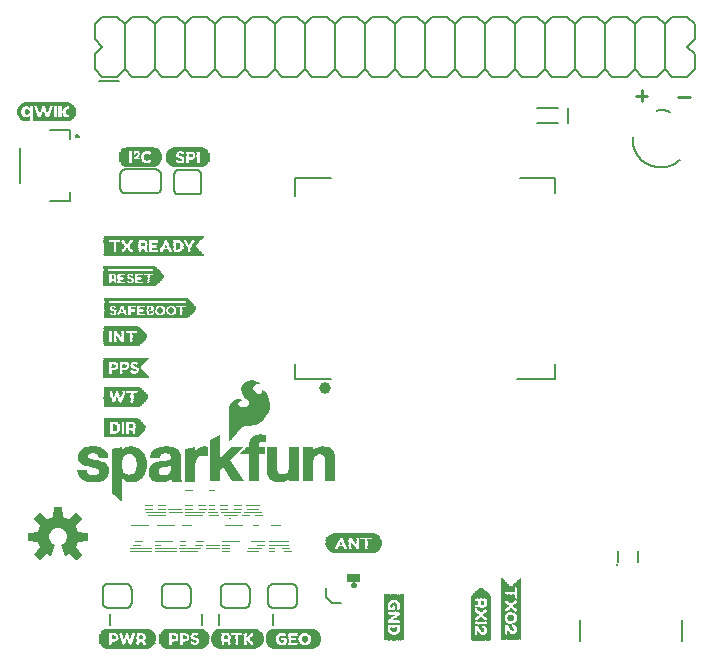
<source format=gto>
G04 EAGLE Gerber RS-274X export*
G75*
%MOMM*%
%FSLAX34Y34*%
%LPD*%
%INSilkscreen Top*%
%IPPOS*%
%AMOC8*
5,1,8,0,0,1.08239X$1,22.5*%
G01*
%ADD10C,0.279400*%
%ADD11C,0.203200*%
%ADD12C,0.254000*%
%ADD13C,0.152400*%
%ADD14C,1.000000*%
%ADD15C,0.300000*%
%ADD16R,2.960000X0.040000*%
%ADD17R,3.000000X0.040000*%
%ADD18R,3.080000X0.040000*%
%ADD19R,3.120000X0.040000*%
%ADD20R,3.160000X0.040000*%
%ADD21R,3.200000X0.040000*%
%ADD22R,3.240000X0.040000*%
%ADD23R,3.280000X0.040000*%
%ADD24R,0.480000X0.040000*%
%ADD25R,0.160000X0.040000*%
%ADD26R,0.120000X0.040000*%
%ADD27R,0.520000X0.040000*%
%ADD28R,0.440000X0.040000*%
%ADD29R,0.400000X0.040000*%
%ADD30R,0.360000X0.040000*%
%ADD31R,0.560000X0.040000*%
%ADD32R,0.320000X0.040000*%
%ADD33R,0.600000X0.040000*%
%ADD34R,0.680000X0.040000*%
%ADD35R,0.280000X0.040000*%
%ADD36R,1.080000X0.040000*%
%ADD37R,0.240000X0.040000*%
%ADD38R,1.120000X0.040000*%
%ADD39R,0.200000X0.040000*%
%ADD40R,1.160000X0.040000*%
%ADD41R,1.200000X0.040000*%
%ADD42R,0.080000X0.040000*%
%ADD43R,0.040000X0.040000*%
%ADD44R,1.040000X0.040000*%
%ADD45R,1.000000X0.040000*%
%ADD46R,0.960000X0.040000*%
%ADD47R,0.920000X0.040000*%
%ADD48R,0.880000X0.040000*%
%ADD49R,3.880000X0.040000*%
%ADD50R,3.840000X0.040000*%
%ADD51R,3.800000X0.040000*%
%ADD52R,3.760000X0.040000*%
%ADD53R,3.720000X0.040000*%
%ADD54R,3.680000X0.040000*%
%ADD55R,3.640000X0.040000*%
%ADD56R,2.520000X0.040000*%
%ADD57R,0.840000X0.040000*%
%ADD58R,0.760000X0.040000*%
%ADD59R,0.720000X0.040000*%
%ADD60R,0.640000X0.040000*%
%ADD61R,0.800000X0.040000*%
%ADD62R,3.400000X0.040000*%
%ADD63R,3.520000X0.040000*%
%ADD64R,2.760000X0.040000*%
%ADD65R,1.360000X0.040000*%
%ADD66R,1.320000X0.040000*%
%ADD67R,1.240000X0.040000*%
%ADD68R,3.480000X0.040000*%
%ADD69R,3.960000X0.040000*%
%ADD70R,4.080000X0.040000*%
%ADD71R,4.200000X0.040000*%
%ADD72R,4.280000X0.040000*%
%ADD73R,4.360000X0.040000*%
%ADD74R,4.440000X0.040000*%
%ADD75R,1.680000X0.040000*%
%ADD76R,1.720000X0.040000*%
%ADD77R,4.040000X0.040000*%
%ADD78R,0.040000X3.760000*%
%ADD79R,0.040000X3.800000*%
%ADD80R,0.040000X3.880000*%
%ADD81R,0.040000X3.920000*%
%ADD82R,0.040000X3.960000*%
%ADD83R,0.040000X4.000000*%
%ADD84R,0.040000X4.040000*%
%ADD85R,0.040000X1.480000*%
%ADD86R,0.040000X0.600000*%
%ADD87R,0.040000X0.800000*%
%ADD88R,0.040000X0.760000*%
%ADD89R,0.040000X0.560000*%
%ADD90R,0.040000X0.320000*%
%ADD91R,0.040000X0.520000*%
%ADD92R,0.040000X0.120000*%
%ADD93R,0.040000X0.680000*%
%ADD94R,0.040000X0.240000*%
%ADD95R,0.040000X0.480000*%
%ADD96R,0.040000X0.080000*%
%ADD97R,0.040000X0.640000*%
%ADD98R,0.040000X0.200000*%
%ADD99R,0.040000X0.400000*%
%ADD100R,0.040000X0.160000*%
%ADD101R,0.040000X0.360000*%
%ADD102R,0.040000X0.720000*%
%ADD103R,0.040000X0.280000*%
%ADD104R,0.040000X0.840000*%
%ADD105R,0.040000X0.880000*%
%ADD106R,0.040000X0.440000*%
%ADD107R,8.520000X0.040000*%
%ADD108R,8.480000X0.040000*%
%ADD109R,8.440000X0.040000*%
%ADD110R,8.400000X0.040000*%
%ADD111R,8.360000X0.040000*%
%ADD112R,8.320000X0.040000*%
%ADD113R,8.280000X0.040000*%
%ADD114R,1.560000X0.040000*%
%ADD115R,4.480000X0.040000*%
%ADD116R,0.040000X5.240000*%
%ADD117R,0.040000X5.200000*%
%ADD118R,0.040000X5.160000*%
%ADD119R,0.040000X5.120000*%
%ADD120R,0.040000X5.080000*%
%ADD121R,0.040000X5.040000*%
%ADD122R,0.040000X5.000000*%
%ADD123R,0.040000X1.680000*%
%ADD124R,0.040000X0.960000*%
%ADD125R,0.040000X2.800000*%
%ADD126R,2.440000X0.040000*%
%ADD127R,2.680000X0.040000*%
%ADD128R,2.840000X0.040000*%
%ADD129R,1.440000X0.040000*%
%ADD130R,1.480000X0.040000*%
%ADD131R,1.520000X0.040000*%
%ADD132R,3.560000X0.040000*%
%ADD133R,4.120000X0.040000*%
%ADD134R,2.920000X0.040000*%
%ADD135R,3.320000X0.040000*%
%ADD136R,2.240000X0.040000*%
%ADD137R,0.450000X0.090000*%
%ADD138R,0.360000X0.090000*%
%ADD139R,0.630000X0.080000*%
%ADD140R,0.540000X0.080000*%
%ADD141R,0.630000X0.090000*%
%ADD142R,0.540000X0.090000*%
%ADD143R,0.630000X0.100000*%
%ADD144R,0.540000X0.100000*%
%ADD145R,0.180000X0.090000*%
%ADD146R,0.810000X0.090000*%
%ADD147R,0.270000X0.090000*%
%ADD148R,1.350000X0.100000*%
%ADD149R,1.080000X0.100000*%
%ADD150R,0.450000X0.100000*%
%ADD151R,1.530000X0.090000*%
%ADD152R,1.260000X0.090000*%
%ADD153R,1.440000X0.090000*%
%ADD154R,0.720000X0.090000*%
%ADD155R,1.620000X0.100000*%
%ADD156R,0.810000X0.100000*%
%ADD157R,1.710000X0.090000*%
%ADD158R,1.620000X0.090000*%
%ADD159R,1.710000X0.100000*%
%ADD160R,0.720000X0.100000*%
%ADD161R,0.720000X0.080000*%
%ADD162R,1.170000X0.080000*%
%ADD163R,1.080000X0.090000*%
%ADD164R,0.990000X0.090000*%
%ADD165R,0.900000X0.090000*%
%ADD166R,1.260000X0.080000*%
%ADD167R,0.990000X0.080000*%
%ADD168R,1.170000X0.090000*%
%ADD169R,1.350000X0.090000*%
%ADD170R,1.620000X0.080000*%
%ADD171R,1.710000X0.080000*%
%ADD172R,0.810000X0.080000*%
%ADD173R,1.530000X0.080000*%
%ADD174R,0.900000X0.080000*%
%ADD175R,0.090000X0.080000*%
%ADD176R,1.440000X0.080000*%
%ADD177R,1.800000X0.090000*%
%ADD178R,1.890000X0.090000*%
%ADD179R,1.800000X0.100000*%
%ADD180R,1.890000X0.100000*%
%ADD181R,1.440000X0.100000*%
%ADD182R,1.530000X0.100000*%
%ADD183R,0.090000X0.090000*%
%ADD184R,1.800000X0.080000*%
%ADD185R,1.890000X0.080000*%
%ADD186R,1.080000X0.080000*%
%ADD187R,4.400000X0.040000*%
%ADD188R,4.520000X0.040000*%
%ADD189R,4.560000X0.040000*%
%ADD190R,4.840000X0.040000*%
%ADD191R,4.880000X0.040000*%
%ADD192R,4.920000X0.040000*%
%ADD193R,4.960000X0.040000*%
%ADD194R,4.600000X0.040000*%
%ADD195R,7.040000X0.040000*%
%ADD196R,7.080000X0.040000*%
%ADD197R,7.160000X0.040000*%
%ADD198R,7.200000X0.040000*%
%ADD199R,7.480000X0.040000*%
%ADD200R,7.520000X0.040000*%
%ADD201R,7.560000X0.040000*%
%ADD202R,7.600000X0.040000*%
%ADD203R,7.240000X0.040000*%
%ADD204R,2.800000X0.040000*%
%ADD205R,2.880000X0.040000*%
%ADD206R,3.040000X0.040000*%
%ADD207R,1.640000X0.040000*%

G36*
X55425Y89930D02*
X55425Y89930D01*
X55481Y89930D01*
X55509Y89945D01*
X55541Y89950D01*
X55600Y89990D01*
X55636Y90008D01*
X55645Y90020D01*
X55661Y90031D01*
X59969Y94339D01*
X59986Y94366D01*
X60010Y94387D01*
X60031Y94439D01*
X60060Y94486D01*
X60063Y94518D01*
X60075Y94548D01*
X60072Y94603D01*
X60077Y94659D01*
X60065Y94689D01*
X60063Y94721D01*
X60029Y94784D01*
X60015Y94821D01*
X60004Y94831D01*
X59995Y94848D01*
X55028Y100939D01*
X56217Y103249D01*
X56224Y103275D01*
X56241Y103307D01*
X57033Y105781D01*
X64852Y106575D01*
X64883Y106585D01*
X64915Y106586D01*
X64964Y106613D01*
X65016Y106631D01*
X65039Y106654D01*
X65067Y106669D01*
X65099Y106715D01*
X65138Y106754D01*
X65148Y106785D01*
X65167Y106811D01*
X65180Y106881D01*
X65193Y106919D01*
X65191Y106934D01*
X65194Y106953D01*
X65194Y113047D01*
X65187Y113078D01*
X65189Y113110D01*
X65167Y113161D01*
X65155Y113216D01*
X65134Y113240D01*
X65122Y113270D01*
X65080Y113306D01*
X65045Y113349D01*
X65015Y113362D01*
X64991Y113383D01*
X64922Y113404D01*
X64886Y113420D01*
X64871Y113420D01*
X64852Y113425D01*
X57033Y114219D01*
X56241Y116693D01*
X56228Y116716D01*
X56217Y116751D01*
X55028Y119061D01*
X59995Y125152D01*
X60009Y125180D01*
X60030Y125204D01*
X60046Y125257D01*
X60071Y125307D01*
X60071Y125339D01*
X60080Y125370D01*
X60070Y125425D01*
X60070Y125481D01*
X60055Y125509D01*
X60050Y125541D01*
X60010Y125600D01*
X59992Y125636D01*
X59980Y125645D01*
X59969Y125661D01*
X55661Y129969D01*
X55634Y129986D01*
X55613Y130010D01*
X55561Y130031D01*
X55514Y130060D01*
X55482Y130063D01*
X55452Y130075D01*
X55397Y130072D01*
X55341Y130077D01*
X55311Y130065D01*
X55279Y130063D01*
X55216Y130029D01*
X55179Y130015D01*
X55169Y130004D01*
X55152Y129995D01*
X49061Y125028D01*
X46751Y126217D01*
X46725Y126224D01*
X46693Y126241D01*
X44219Y127033D01*
X43425Y134852D01*
X43417Y134878D01*
X43416Y134890D01*
X43415Y134893D01*
X43414Y134915D01*
X43387Y134964D01*
X43369Y135016D01*
X43346Y135039D01*
X43331Y135067D01*
X43285Y135099D01*
X43246Y135138D01*
X43215Y135148D01*
X43189Y135167D01*
X43119Y135180D01*
X43081Y135193D01*
X43066Y135191D01*
X43047Y135194D01*
X36953Y135194D01*
X36922Y135187D01*
X36890Y135189D01*
X36839Y135167D01*
X36784Y135155D01*
X36760Y135134D01*
X36730Y135122D01*
X36694Y135080D01*
X36651Y135045D01*
X36638Y135015D01*
X36617Y134991D01*
X36596Y134922D01*
X36580Y134886D01*
X36580Y134871D01*
X36578Y134864D01*
X36577Y134862D01*
X36577Y134861D01*
X36575Y134852D01*
X35781Y127033D01*
X33307Y126241D01*
X33284Y126228D01*
X33249Y126217D01*
X30939Y125028D01*
X24848Y129995D01*
X24820Y130009D01*
X24796Y130030D01*
X24743Y130046D01*
X24693Y130071D01*
X24661Y130071D01*
X24630Y130080D01*
X24575Y130070D01*
X24519Y130070D01*
X24491Y130055D01*
X24459Y130050D01*
X24400Y130010D01*
X24365Y129992D01*
X24355Y129980D01*
X24339Y129969D01*
X20031Y125661D01*
X20014Y125634D01*
X19990Y125613D01*
X19969Y125561D01*
X19940Y125514D01*
X19937Y125482D01*
X19925Y125452D01*
X19929Y125397D01*
X19923Y125341D01*
X19935Y125311D01*
X19937Y125279D01*
X19971Y125216D01*
X19985Y125179D01*
X19996Y125169D01*
X20005Y125152D01*
X24972Y119061D01*
X23783Y116751D01*
X23776Y116725D01*
X23759Y116693D01*
X22967Y114219D01*
X15148Y113425D01*
X15117Y113415D01*
X15085Y113414D01*
X15036Y113387D01*
X14984Y113369D01*
X14961Y113346D01*
X14933Y113331D01*
X14901Y113285D01*
X14862Y113246D01*
X14852Y113215D01*
X14833Y113189D01*
X14820Y113119D01*
X14807Y113081D01*
X14809Y113066D01*
X14806Y113047D01*
X14806Y106953D01*
X14813Y106922D01*
X14811Y106890D01*
X14833Y106839D01*
X14845Y106784D01*
X14866Y106760D01*
X14878Y106730D01*
X14920Y106694D01*
X14955Y106651D01*
X14985Y106638D01*
X15009Y106617D01*
X15078Y106596D01*
X15114Y106580D01*
X15129Y106580D01*
X15148Y106575D01*
X22967Y105781D01*
X23759Y103307D01*
X23772Y103284D01*
X23783Y103249D01*
X24972Y100939D01*
X20005Y94848D01*
X19991Y94820D01*
X19970Y94796D01*
X19954Y94743D01*
X19929Y94693D01*
X19929Y94661D01*
X19920Y94630D01*
X19930Y94575D01*
X19930Y94519D01*
X19945Y94491D01*
X19950Y94459D01*
X19990Y94400D01*
X20008Y94365D01*
X20020Y94355D01*
X20031Y94339D01*
X24339Y90031D01*
X24366Y90014D01*
X24387Y89990D01*
X24439Y89969D01*
X24486Y89940D01*
X24518Y89937D01*
X24548Y89925D01*
X24603Y89929D01*
X24659Y89923D01*
X24689Y89935D01*
X24721Y89937D01*
X24784Y89971D01*
X24821Y89985D01*
X24831Y89996D01*
X24848Y90005D01*
X30939Y94972D01*
X33248Y93782D01*
X33312Y93766D01*
X33375Y93743D01*
X33396Y93745D01*
X33416Y93740D01*
X33481Y93754D01*
X33547Y93761D01*
X33565Y93772D01*
X33585Y93777D01*
X33637Y93818D01*
X33693Y93854D01*
X33706Y93873D01*
X33721Y93885D01*
X33737Y93920D01*
X33773Y93974D01*
X37361Y102636D01*
X37367Y102669D01*
X37381Y102698D01*
X37380Y102753D01*
X37389Y102807D01*
X37380Y102839D01*
X37380Y102871D01*
X37355Y102920D01*
X37339Y102973D01*
X37316Y102997D01*
X37302Y103026D01*
X37247Y103071D01*
X37220Y103099D01*
X37205Y103105D01*
X37189Y103117D01*
X35871Y103822D01*
X34745Y104746D01*
X33821Y105872D01*
X33135Y107156D01*
X32712Y108550D01*
X32569Y109999D01*
X32726Y111518D01*
X33189Y112971D01*
X33940Y114300D01*
X34946Y115447D01*
X36165Y116364D01*
X37546Y117014D01*
X39030Y117367D01*
X40555Y117410D01*
X42057Y117140D01*
X43472Y116570D01*
X44740Y115722D01*
X45809Y114633D01*
X46633Y113349D01*
X47177Y111923D01*
X47419Y110417D01*
X47347Y108893D01*
X46966Y107415D01*
X46292Y106047D01*
X45352Y104845D01*
X44186Y103861D01*
X42809Y103117D01*
X42786Y103096D01*
X42757Y103082D01*
X42721Y103039D01*
X42680Y103002D01*
X42668Y102972D01*
X42648Y102948D01*
X42635Y102893D01*
X42614Y102841D01*
X42617Y102809D01*
X42610Y102778D01*
X42624Y102707D01*
X42627Y102668D01*
X42635Y102655D01*
X42639Y102636D01*
X46227Y93974D01*
X46266Y93920D01*
X46298Y93863D01*
X46315Y93851D01*
X46328Y93834D01*
X46386Y93803D01*
X46441Y93765D01*
X46462Y93762D01*
X46481Y93752D01*
X46547Y93751D01*
X46613Y93741D01*
X46636Y93748D01*
X46654Y93747D01*
X46689Y93764D01*
X46752Y93782D01*
X49061Y94972D01*
X55152Y90005D01*
X55180Y89991D01*
X55204Y89970D01*
X55257Y89954D01*
X55307Y89929D01*
X55339Y89929D01*
X55370Y89920D01*
X55425Y89930D01*
G37*
G36*
X185275Y190820D02*
X185275Y190820D01*
X185359Y190823D01*
X185360Y190823D01*
X185361Y190823D01*
X185439Y190866D01*
X185512Y190905D01*
X185512Y190906D01*
X185513Y190906D01*
X185517Y190912D01*
X185600Y191020D01*
X185685Y191189D01*
X185957Y191552D01*
X186549Y192243D01*
X186553Y192250D01*
X186560Y192257D01*
X187252Y193146D01*
X188140Y194133D01*
X190340Y196533D01*
X191539Y197832D01*
X191543Y197838D01*
X191549Y197843D01*
X192745Y199238D01*
X193939Y200532D01*
X193940Y200533D01*
X193941Y200534D01*
X194929Y201620D01*
X195891Y202486D01*
X196948Y203159D01*
X197425Y203397D01*
X197425Y203398D01*
X197893Y203631D01*
X199007Y203910D01*
X202760Y203910D01*
X202780Y203915D01*
X202807Y203913D01*
X205207Y204213D01*
X205235Y204223D01*
X205275Y204228D01*
X207475Y204928D01*
X207486Y204934D01*
X207501Y204937D01*
X209501Y205737D01*
X209525Y205754D01*
X209563Y205769D01*
X211463Y206969D01*
X211478Y206984D01*
X211502Y206996D01*
X213202Y208396D01*
X213215Y208414D01*
X213237Y208430D01*
X214737Y210030D01*
X214745Y210044D01*
X214760Y210057D01*
X216160Y211857D01*
X216166Y211870D01*
X216170Y211873D01*
X216175Y211885D01*
X216192Y211905D01*
X218192Y215505D01*
X218202Y215540D01*
X218227Y215591D01*
X219227Y219291D01*
X219228Y219323D01*
X219240Y219368D01*
X219440Y222868D01*
X219434Y222901D01*
X219436Y222949D01*
X218936Y226149D01*
X218925Y226175D01*
X218919Y226214D01*
X217919Y229114D01*
X217902Y229142D01*
X217885Y229188D01*
X216485Y231488D01*
X216462Y231511D01*
X216437Y231551D01*
X214837Y233251D01*
X214804Y233272D01*
X214753Y233318D01*
X213053Y234318D01*
X212991Y234337D01*
X212932Y234363D01*
X212909Y234362D01*
X212887Y234369D01*
X212824Y234359D01*
X212759Y234357D01*
X212739Y234346D01*
X212716Y234342D01*
X212664Y234305D01*
X212607Y234274D01*
X212594Y234255D01*
X212575Y234242D01*
X212544Y234185D01*
X212507Y234132D01*
X212502Y234107D01*
X212493Y234089D01*
X212492Y234051D01*
X212480Y233990D01*
X212480Y233790D01*
X212488Y233753D01*
X212497Y233688D01*
X212497Y233677D01*
X212499Y233675D01*
X212499Y233670D01*
X212580Y233428D01*
X212580Y232452D01*
X212408Y231936D01*
X212157Y231435D01*
X211763Y231119D01*
X211182Y230870D01*
X210687Y230870D01*
X210055Y230961D01*
X209312Y231239D01*
X208540Y231625D01*
X207866Y232011D01*
X207207Y232481D01*
X206051Y233637D01*
X205581Y234296D01*
X205209Y234946D01*
X205040Y235452D01*
X205040Y236528D01*
X205208Y237030D01*
X205471Y237469D01*
X205932Y238022D01*
X206572Y238571D01*
X206952Y238761D01*
X207306Y238938D01*
X208145Y239217D01*
X208884Y239310D01*
X209529Y239310D01*
X210082Y239218D01*
X210468Y239121D01*
X210504Y239121D01*
X210560Y239110D01*
X210660Y239110D01*
X210685Y239116D01*
X210711Y239113D01*
X210769Y239135D01*
X210829Y239149D01*
X210849Y239166D01*
X210873Y239175D01*
X210915Y239220D01*
X210962Y239259D01*
X210973Y239283D01*
X210990Y239302D01*
X211008Y239361D01*
X211033Y239418D01*
X211032Y239443D01*
X211040Y239468D01*
X211029Y239529D01*
X211027Y239591D01*
X211014Y239613D01*
X211010Y239639D01*
X210962Y239710D01*
X210944Y239743D01*
X210936Y239749D01*
X210929Y239759D01*
X210729Y239959D01*
X210709Y239971D01*
X210688Y239994D01*
X209888Y240594D01*
X209862Y240606D01*
X209830Y240630D01*
X208630Y241230D01*
X208625Y241231D01*
X208621Y241235D01*
X207121Y241935D01*
X207088Y241942D01*
X207043Y241961D01*
X205243Y242361D01*
X205215Y242361D01*
X205179Y242370D01*
X203179Y242470D01*
X203141Y242463D01*
X203076Y242461D01*
X200876Y241961D01*
X200845Y241946D01*
X200796Y241933D01*
X198496Y240833D01*
X198466Y240809D01*
X198408Y240775D01*
X196708Y239275D01*
X196687Y239245D01*
X196647Y239205D01*
X195547Y237605D01*
X195532Y237569D01*
X195497Y237503D01*
X194997Y235903D01*
X194994Y235864D01*
X194980Y235790D01*
X194980Y234090D01*
X194987Y234057D01*
X194989Y234008D01*
X195389Y232208D01*
X195406Y232173D01*
X195432Y232097D01*
X196432Y230397D01*
X196443Y230386D01*
X196452Y230367D01*
X197752Y228567D01*
X197772Y228550D01*
X197791Y228521D01*
X199482Y226831D01*
X200731Y225389D01*
X201285Y224004D01*
X201374Y222753D01*
X200926Y221678D01*
X200199Y220678D01*
X199113Y220044D01*
X197699Y219667D01*
X196199Y219573D01*
X195188Y219849D01*
X194350Y220222D01*
X193721Y220671D01*
X193274Y221208D01*
X192909Y221846D01*
X192740Y222352D01*
X192740Y222928D01*
X192908Y223430D01*
X193162Y223854D01*
X193496Y224188D01*
X194456Y224764D01*
X194468Y224776D01*
X194488Y224786D01*
X194827Y225040D01*
X195152Y225121D01*
X195182Y225136D01*
X195271Y225174D01*
X195483Y225315D01*
X195629Y225349D01*
X195762Y225459D01*
X195833Y225618D01*
X195827Y225791D01*
X195744Y225943D01*
X195602Y226043D01*
X195460Y226070D01*
X195322Y226070D01*
X195091Y226147D01*
X194601Y226343D01*
X194566Y226348D01*
X194514Y226366D01*
X193814Y226466D01*
X193790Y226464D01*
X193760Y226470D01*
X192060Y226470D01*
X192032Y226464D01*
X191992Y226464D01*
X190892Y226264D01*
X190875Y226257D01*
X190851Y226254D01*
X189851Y225954D01*
X189838Y225947D01*
X189819Y225943D01*
X188819Y225543D01*
X188792Y225524D01*
X188749Y225506D01*
X187849Y224906D01*
X187840Y224897D01*
X187827Y224890D01*
X186927Y224190D01*
X186902Y224160D01*
X186883Y224141D01*
X186860Y224122D01*
X186857Y224116D01*
X186849Y224108D01*
X186149Y223108D01*
X186138Y223081D01*
X186114Y223047D01*
X185614Y221947D01*
X185611Y221933D01*
X185602Y221918D01*
X185102Y220518D01*
X185098Y220484D01*
X185083Y220437D01*
X184883Y218837D01*
X184885Y218816D01*
X184880Y218790D01*
X184880Y191190D01*
X184900Y191105D01*
X184919Y191023D01*
X184919Y191022D01*
X184919Y191021D01*
X184976Y190953D01*
X185028Y190889D01*
X185029Y190888D01*
X185107Y190853D01*
X185186Y190817D01*
X185187Y190817D01*
X185188Y190817D01*
X185275Y190820D01*
G37*
G36*
X93945Y139923D02*
X93945Y139923D01*
X93961Y139923D01*
X94024Y139958D01*
X94089Y139986D01*
X94099Y139999D01*
X94113Y140006D01*
X94154Y140064D01*
X94200Y140120D01*
X94204Y140135D01*
X94213Y140148D01*
X94238Y140280D01*
X94240Y140288D01*
X94240Y140289D01*
X94240Y140290D01*
X94240Y159606D01*
X94363Y159452D01*
X94370Y159447D01*
X94376Y159437D01*
X95176Y158537D01*
X95205Y158517D01*
X95242Y158479D01*
X96242Y157779D01*
X96259Y157772D01*
X96278Y157756D01*
X97378Y157156D01*
X97390Y157153D01*
X97403Y157144D01*
X98503Y156644D01*
X98531Y156638D01*
X98568Y156621D01*
X99768Y156321D01*
X99782Y156321D01*
X99798Y156315D01*
X100998Y156115D01*
X101013Y156116D01*
X101031Y156111D01*
X102331Y156011D01*
X102360Y156015D01*
X102399Y156012D01*
X105299Y156312D01*
X105333Y156324D01*
X105389Y156332D01*
X107889Y157232D01*
X107918Y157251D01*
X107964Y157269D01*
X110164Y158669D01*
X110191Y158697D01*
X110243Y158736D01*
X111943Y160636D01*
X111956Y160660D01*
X111981Y160686D01*
X113381Y162886D01*
X113392Y162917D01*
X113416Y162957D01*
X114316Y165357D01*
X114319Y165380D01*
X114331Y165408D01*
X114931Y168108D01*
X114931Y168132D01*
X114939Y168163D01*
X115139Y170963D01*
X115136Y170986D01*
X115139Y171015D01*
X114939Y174015D01*
X114932Y174038D01*
X114932Y174070D01*
X114332Y176870D01*
X114326Y176883D01*
X114325Y176895D01*
X114320Y176904D01*
X114318Y176919D01*
X113418Y179419D01*
X113400Y179446D01*
X113385Y179488D01*
X111985Y181788D01*
X111962Y181811D01*
X111936Y181852D01*
X110136Y183752D01*
X110108Y183770D01*
X110074Y183804D01*
X107874Y185304D01*
X107838Y185318D01*
X107780Y185351D01*
X105080Y186251D01*
X105046Y186254D01*
X104997Y186268D01*
X101897Y186568D01*
X101868Y186565D01*
X101828Y186569D01*
X100629Y186469D01*
X99331Y186369D01*
X99296Y186358D01*
X99240Y186351D01*
X98040Y185951D01*
X98036Y185948D01*
X98030Y185947D01*
X96930Y185547D01*
X96905Y185531D01*
X96864Y185516D01*
X95864Y184916D01*
X95843Y184895D01*
X95807Y184874D01*
X94907Y184074D01*
X94902Y184066D01*
X94891Y184059D01*
X93991Y183159D01*
X93978Y183137D01*
X93952Y183114D01*
X93840Y182959D01*
X93840Y185390D01*
X93824Y185460D01*
X93813Y185531D01*
X93804Y185543D01*
X93801Y185559D01*
X93755Y185614D01*
X93714Y185673D01*
X93701Y185680D01*
X93691Y185692D01*
X93625Y185722D01*
X93562Y185756D01*
X93545Y185758D01*
X93532Y185763D01*
X93494Y185762D01*
X93418Y185768D01*
X92518Y185668D01*
X92504Y185663D01*
X92485Y185663D01*
X91485Y185463D01*
X91482Y185461D01*
X91478Y185461D01*
X90598Y185266D01*
X89718Y185168D01*
X89701Y185162D01*
X89678Y185161D01*
X88800Y184966D01*
X87822Y184868D01*
X87803Y184862D01*
X87778Y184861D01*
X85978Y184461D01*
X85969Y184457D01*
X85959Y184457D01*
X85891Y184420D01*
X85821Y184386D01*
X85815Y184379D01*
X85807Y184374D01*
X85763Y184311D01*
X85715Y184249D01*
X85713Y184240D01*
X85707Y184232D01*
X85680Y184090D01*
X85680Y147190D01*
X85699Y147107D01*
X85718Y147023D01*
X85719Y147022D01*
X85719Y147021D01*
X85725Y147015D01*
X85806Y146907D01*
X86806Y146007D01*
X86807Y146007D01*
X86807Y146006D01*
X87707Y145206D01*
X88706Y144307D01*
X88714Y144303D01*
X88722Y144293D01*
X89706Y143506D01*
X90591Y142621D01*
X90599Y142616D01*
X90606Y142607D01*
X91606Y141707D01*
X91614Y141703D01*
X91622Y141693D01*
X92614Y140900D01*
X93606Y140007D01*
X93619Y140000D01*
X93629Y139988D01*
X93695Y139958D01*
X93757Y139924D01*
X93773Y139923D01*
X93788Y139917D01*
X93859Y139919D01*
X93931Y139916D01*
X93945Y139923D01*
G37*
G36*
X19462Y461673D02*
X19462Y461673D01*
X46959Y461673D01*
X46961Y461674D01*
X46963Y461673D01*
X47490Y461706D01*
X47491Y461706D01*
X47493Y461706D01*
X48545Y461812D01*
X48547Y461814D01*
X48551Y461813D01*
X49067Y461920D01*
X49069Y461922D01*
X49072Y461921D01*
X50083Y462235D01*
X50084Y462237D01*
X50088Y462237D01*
X50573Y462442D01*
X50575Y462444D01*
X50579Y462444D01*
X51508Y462949D01*
X51510Y462952D01*
X51514Y462952D01*
X51948Y463250D01*
X51949Y463253D01*
X51952Y463254D01*
X52768Y463927D01*
X52769Y463930D01*
X52773Y463932D01*
X53138Y464311D01*
X53139Y464313D01*
X53141Y464315D01*
X53814Y465130D01*
X53815Y465134D01*
X53819Y465137D01*
X54100Y465582D01*
X54100Y465584D01*
X54102Y465586D01*
X54607Y466515D01*
X54606Y466519D01*
X54610Y466523D01*
X54796Y467016D01*
X54795Y467018D01*
X54797Y467020D01*
X55111Y468030D01*
X55110Y468034D01*
X55113Y468038D01*
X55198Y468558D01*
X55197Y468559D01*
X55199Y468562D01*
X55305Y469614D01*
X55303Y469617D01*
X55305Y469621D01*
X55297Y470147D01*
X55295Y470149D01*
X55296Y470153D01*
X55190Y471205D01*
X55188Y471207D01*
X55189Y471211D01*
X55087Y471727D01*
X55085Y471729D01*
X55085Y471733D01*
X54772Y472743D01*
X54769Y472745D01*
X54770Y472749D01*
X54568Y473235D01*
X54566Y473237D01*
X54566Y473241D01*
X54061Y474170D01*
X54059Y474172D01*
X54058Y474176D01*
X53763Y474612D01*
X53761Y474613D01*
X53760Y474617D01*
X53087Y475432D01*
X53084Y475433D01*
X53082Y475437D01*
X52705Y475805D01*
X52703Y475806D01*
X52702Y475809D01*
X51886Y476482D01*
X51882Y476482D01*
X51880Y476486D01*
X51436Y476770D01*
X51434Y476770D01*
X51433Y476773D01*
X50503Y477277D01*
X50499Y477277D01*
X50496Y477281D01*
X50004Y477470D01*
X50002Y477470D01*
X50000Y477471D01*
X48990Y477785D01*
X48987Y477784D01*
X48982Y477787D01*
X48464Y477877D01*
X48462Y477876D01*
X48459Y477877D01*
X47407Y477983D01*
X47166Y478008D01*
X47163Y478006D01*
X47160Y478008D01*
X13844Y478008D01*
X13315Y478003D01*
X13313Y478001D01*
X13310Y478002D01*
X11731Y477843D01*
X11727Y477840D01*
X11719Y477841D01*
X10204Y477371D01*
X10200Y477366D01*
X10192Y477366D01*
X8799Y476609D01*
X8796Y476604D01*
X8789Y476602D01*
X7571Y475586D01*
X7569Y475581D01*
X7562Y475577D01*
X6564Y474346D01*
X6564Y474341D01*
X6558Y474336D01*
X6053Y473407D01*
X6054Y473406D01*
X6052Y473405D01*
X5817Y472933D01*
X5818Y472928D01*
X5813Y472923D01*
X5500Y471913D01*
X5500Y471912D01*
X5499Y471911D01*
X5360Y471403D01*
X5361Y471398D01*
X5358Y471392D01*
X5205Y469814D01*
X5208Y469809D01*
X5205Y469801D01*
X5365Y468223D01*
X5368Y468219D01*
X5367Y468211D01*
X5833Y466695D01*
X5837Y466691D01*
X5838Y466683D01*
X6589Y465287D01*
X6594Y465284D01*
X6596Y465277D01*
X6659Y465201D01*
X6866Y464950D01*
X6867Y464950D01*
X7074Y464699D01*
X7282Y464448D01*
X7490Y464197D01*
X7607Y464055D01*
X7613Y464053D01*
X7616Y464046D01*
X8846Y463045D01*
X8851Y463045D01*
X8856Y463039D01*
X10256Y462295D01*
X10261Y462296D01*
X10267Y462290D01*
X11785Y461833D01*
X11790Y461835D01*
X11797Y461831D01*
X13375Y461673D01*
X13378Y461674D01*
X13381Y461673D01*
X15878Y461673D01*
X15897Y461685D01*
X15920Y461689D01*
X15926Y461704D01*
X15935Y461709D01*
X15933Y461720D01*
X15940Y461736D01*
X15939Y461885D01*
X15939Y466268D01*
X15932Y466279D01*
X15934Y466292D01*
X15915Y466305D01*
X15902Y466325D01*
X15889Y466323D01*
X15878Y466331D01*
X15844Y466317D01*
X15835Y466315D01*
X15833Y466312D01*
X15830Y466311D01*
X15608Y466072D01*
X15227Y465718D01*
X14794Y465434D01*
X14322Y465221D01*
X13820Y465095D01*
X13304Y465038D01*
X12783Y465059D01*
X12264Y465108D01*
X11762Y465245D01*
X11271Y465415D01*
X10818Y465669D01*
X10401Y465977D01*
X10014Y466323D01*
X9706Y466742D01*
X9429Y467182D01*
X9214Y467657D01*
X9054Y468152D01*
X8929Y468659D01*
X8830Y469701D01*
X8895Y470745D01*
X9010Y471254D01*
X9143Y471759D01*
X9359Y472232D01*
X9613Y472687D01*
X9919Y473107D01*
X10291Y473468D01*
X10694Y473793D01*
X11148Y474046D01*
X11632Y474234D01*
X12129Y474385D01*
X13170Y474465D01*
X13687Y474416D01*
X14193Y474301D01*
X14675Y474111D01*
X15117Y473842D01*
X15518Y473509D01*
X15833Y473214D01*
X15844Y473212D01*
X15850Y473203D01*
X15875Y473207D01*
X15900Y473202D01*
X15906Y473211D01*
X15917Y473213D01*
X15936Y473254D01*
X15939Y473258D01*
X15938Y473259D01*
X15939Y473260D01*
X15939Y474315D01*
X15943Y474368D01*
X18888Y474368D01*
X18888Y461728D01*
X18900Y461709D01*
X18904Y461686D01*
X18919Y461680D01*
X18924Y461671D01*
X18935Y461673D01*
X18951Y461666D01*
X19462Y461673D01*
G37*
G36*
X127283Y155915D02*
X127283Y155915D01*
X127314Y155914D01*
X127987Y156010D01*
X128560Y156010D01*
X128583Y156015D01*
X128614Y156014D01*
X129314Y156114D01*
X129318Y156115D01*
X129323Y156115D01*
X129923Y156215D01*
X129940Y156222D01*
X129964Y156224D01*
X130644Y156419D01*
X131223Y156515D01*
X131246Y156525D01*
X131280Y156529D01*
X132480Y156929D01*
X132500Y156942D01*
X132530Y156950D01*
X132810Y157090D01*
X133571Y157470D01*
X134330Y157850D01*
X134331Y157850D01*
X134340Y157858D01*
X134356Y157864D01*
X134856Y158164D01*
X134872Y158180D01*
X134898Y158193D01*
X135398Y158593D01*
X135409Y158608D01*
X135429Y158621D01*
X135783Y158975D01*
X135781Y158960D01*
X135818Y158828D01*
X135819Y158821D01*
X135820Y158821D01*
X135820Y158820D01*
X135880Y158700D01*
X135880Y158390D01*
X135897Y158316D01*
X135910Y158241D01*
X135917Y158231D01*
X135919Y158221D01*
X135943Y158192D01*
X135980Y158138D01*
X135980Y157890D01*
X135997Y157816D01*
X136010Y157741D01*
X136017Y157731D01*
X136019Y157721D01*
X136043Y157692D01*
X136091Y157621D01*
X136148Y157565D01*
X136180Y157500D01*
X136180Y157390D01*
X136193Y157332D01*
X136193Y157330D01*
X136194Y157329D01*
X136197Y157316D01*
X136210Y157241D01*
X136217Y157231D01*
X136219Y157221D01*
X136243Y157192D01*
X136280Y157138D01*
X136280Y157090D01*
X136291Y157040D01*
X136293Y156989D01*
X136311Y156957D01*
X136319Y156921D01*
X136352Y156882D01*
X136376Y156837D01*
X136406Y156816D01*
X136429Y156788D01*
X136476Y156767D01*
X136518Y156737D01*
X136560Y156729D01*
X136588Y156717D01*
X136618Y156718D01*
X136660Y156710D01*
X144560Y156710D01*
X144610Y156722D01*
X144662Y156724D01*
X144694Y156741D01*
X144729Y156749D01*
X144769Y156782D01*
X144814Y156807D01*
X144835Y156837D01*
X144862Y156859D01*
X144884Y156907D01*
X144913Y156949D01*
X144919Y156985D01*
X144933Y157018D01*
X144931Y157069D01*
X144939Y157120D01*
X144928Y157161D01*
X144927Y157191D01*
X144912Y157218D01*
X144900Y157260D01*
X144812Y157436D01*
X144721Y157710D01*
X144701Y157743D01*
X144676Y157801D01*
X144505Y158059D01*
X144440Y158252D01*
X144440Y158490D01*
X144432Y158526D01*
X144429Y158582D01*
X144140Y159737D01*
X144140Y160090D01*
X144133Y160120D01*
X144133Y160165D01*
X144040Y160628D01*
X144040Y161890D01*
X144033Y161920D01*
X144033Y161965D01*
X143940Y162428D01*
X143940Y179290D01*
X143932Y179327D01*
X143927Y179390D01*
X143627Y180490D01*
X143625Y180494D01*
X143624Y180499D01*
X143324Y181499D01*
X143305Y181532D01*
X143282Y181592D01*
X142782Y182392D01*
X142772Y182402D01*
X142764Y182418D01*
X142164Y183218D01*
X142138Y183240D01*
X142107Y183279D01*
X141407Y183879D01*
X141397Y183884D01*
X141388Y183894D01*
X140588Y184494D01*
X140567Y184503D01*
X140545Y184522D01*
X139645Y185022D01*
X139630Y185027D01*
X139614Y185037D01*
X138714Y185437D01*
X138694Y185441D01*
X138669Y185454D01*
X137669Y185754D01*
X137653Y185755D01*
X137635Y185763D01*
X136635Y185963D01*
X136632Y185963D01*
X136628Y185964D01*
X134428Y186364D01*
X134414Y186363D01*
X134398Y186368D01*
X133398Y186468D01*
X133381Y186466D01*
X133360Y186470D01*
X129960Y186470D01*
X129946Y186467D01*
X129928Y186469D01*
X128728Y186369D01*
X128727Y186369D01*
X128726Y186369D01*
X127626Y186269D01*
X127613Y186265D01*
X127598Y186265D01*
X126398Y186065D01*
X126382Y186058D01*
X126360Y186057D01*
X124160Y185457D01*
X124132Y185442D01*
X124090Y185430D01*
X123529Y185150D01*
X123090Y184930D01*
X123084Y184925D01*
X123075Y184922D01*
X122175Y184422D01*
X122165Y184413D01*
X122149Y184406D01*
X120349Y183206D01*
X120323Y183179D01*
X120274Y183140D01*
X119574Y182340D01*
X119564Y182321D01*
X119544Y182301D01*
X118944Y181401D01*
X118936Y181381D01*
X118920Y181360D01*
X118420Y180360D01*
X118417Y180346D01*
X118407Y180331D01*
X118007Y179331D01*
X118004Y179309D01*
X117991Y179282D01*
X117691Y178082D01*
X117691Y178067D01*
X117684Y178048D01*
X117484Y176748D01*
X117490Y176669D01*
X117493Y176589D01*
X117497Y176583D01*
X117498Y176575D01*
X117538Y176507D01*
X117576Y176437D01*
X117582Y176433D01*
X117586Y176426D01*
X117653Y176383D01*
X117718Y176337D01*
X117726Y176336D01*
X117732Y176332D01*
X117765Y176328D01*
X117860Y176310D01*
X125660Y176310D01*
X125710Y176321D01*
X125761Y176323D01*
X125793Y176341D01*
X125829Y176349D01*
X125868Y176382D01*
X125913Y176406D01*
X125934Y176436D01*
X125962Y176459D01*
X125983Y176506D01*
X126013Y176548D01*
X126021Y176590D01*
X126033Y176618D01*
X126032Y176648D01*
X126040Y176690D01*
X126040Y177117D01*
X126213Y177549D01*
X126217Y177578D01*
X126233Y177615D01*
X126323Y178066D01*
X126873Y179165D01*
X127385Y179678D01*
X127730Y179850D01*
X127746Y179863D01*
X127771Y179874D01*
X128051Y180061D01*
X128384Y180227D01*
X128835Y180317D01*
X128842Y180321D01*
X128852Y180321D01*
X129243Y180419D01*
X129729Y180516D01*
X130291Y180610D01*
X131722Y180610D01*
X132685Y180417D01*
X132717Y180418D01*
X132760Y180410D01*
X133070Y180410D01*
X133390Y180250D01*
X133423Y180242D01*
X133468Y180221D01*
X133827Y180131D01*
X134169Y179961D01*
X134418Y179795D01*
X134665Y179548D01*
X134831Y179299D01*
X135201Y178557D01*
X135288Y178212D01*
X135380Y177659D01*
X135380Y177109D01*
X135292Y176233D01*
X134804Y175583D01*
X134006Y175140D01*
X132843Y174752D01*
X131580Y174363D01*
X130016Y174168D01*
X128317Y173968D01*
X126518Y173768D01*
X126513Y173766D01*
X126508Y173767D01*
X126503Y173765D01*
X126498Y173765D01*
X124698Y173465D01*
X124687Y173461D01*
X124673Y173460D01*
X122973Y173060D01*
X122954Y173051D01*
X122927Y173046D01*
X121327Y172446D01*
X121299Y172428D01*
X121254Y172410D01*
X119854Y171510D01*
X119839Y171494D01*
X119814Y171480D01*
X118514Y170380D01*
X118491Y170349D01*
X118440Y170296D01*
X117540Y168896D01*
X117528Y168862D01*
X117501Y168817D01*
X116901Y167117D01*
X116898Y167085D01*
X116883Y167041D01*
X116583Y164841D01*
X116587Y164807D01*
X116581Y164756D01*
X116681Y163656D01*
X116682Y163652D01*
X116682Y163648D01*
X116782Y162748D01*
X116792Y162721D01*
X116796Y162681D01*
X117096Y161681D01*
X117102Y161671D01*
X117104Y161657D01*
X117404Y160857D01*
X117414Y160842D01*
X117420Y160820D01*
X117820Y160020D01*
X117842Y159993D01*
X117868Y159947D01*
X118359Y159358D01*
X118851Y158669D01*
X118879Y158644D01*
X118917Y158598D01*
X119517Y158098D01*
X119528Y158092D01*
X119539Y158081D01*
X120239Y157581D01*
X120255Y157574D01*
X120271Y157560D01*
X120971Y157160D01*
X120981Y157157D01*
X120990Y157150D01*
X121790Y156750D01*
X121813Y156744D01*
X121840Y156729D01*
X122740Y156429D01*
X122757Y156428D01*
X122778Y156419D01*
X124578Y156019D01*
X124597Y156019D01*
X124622Y156012D01*
X125622Y155912D01*
X125639Y155914D01*
X125660Y155910D01*
X127260Y155910D01*
X127283Y155915D01*
G37*
G36*
X177010Y156821D02*
X177010Y156821D01*
X177061Y156823D01*
X177093Y156841D01*
X177129Y156849D01*
X177168Y156882D01*
X177213Y156906D01*
X177234Y156936D01*
X177262Y156959D01*
X177283Y157006D01*
X177313Y157048D01*
X177321Y157090D01*
X177333Y157118D01*
X177332Y157148D01*
X177340Y157190D01*
X177340Y166729D01*
X179885Y169189D01*
X187437Y156990D01*
X187460Y156966D01*
X187476Y156937D01*
X187521Y156906D01*
X187559Y156867D01*
X187591Y156857D01*
X187618Y156837D01*
X187686Y156824D01*
X187723Y156812D01*
X187740Y156814D01*
X187760Y156810D01*
X197160Y156810D01*
X197233Y156827D01*
X197307Y156839D01*
X197317Y156846D01*
X197329Y156849D01*
X197387Y156897D01*
X197448Y156941D01*
X197453Y156952D01*
X197462Y156959D01*
X197493Y157028D01*
X197528Y157095D01*
X197528Y157107D01*
X197533Y157118D01*
X197530Y157193D01*
X197532Y157268D01*
X197527Y157280D01*
X197527Y157291D01*
X197509Y157324D01*
X197476Y157401D01*
X185752Y174938D01*
X196225Y185117D01*
X196240Y185141D01*
X196262Y185159D01*
X196287Y185213D01*
X196319Y185263D01*
X196322Y185292D01*
X196333Y185318D01*
X196331Y185377D01*
X196338Y185435D01*
X196328Y185462D01*
X196327Y185491D01*
X196298Y185543D01*
X196278Y185598D01*
X196258Y185618D01*
X196244Y185643D01*
X196196Y185677D01*
X196153Y185718D01*
X196125Y185726D01*
X196102Y185743D01*
X196024Y185758D01*
X195987Y185769D01*
X195975Y185767D01*
X195960Y185770D01*
X186760Y185770D01*
X186683Y185752D01*
X186606Y185738D01*
X186599Y185732D01*
X186591Y185731D01*
X186565Y185709D01*
X186487Y185655D01*
X177340Y176228D01*
X177340Y196190D01*
X177327Y196248D01*
X177322Y196307D01*
X177307Y196331D01*
X177301Y196359D01*
X177263Y196405D01*
X177233Y196455D01*
X177209Y196470D01*
X177191Y196492D01*
X177136Y196517D01*
X177087Y196549D01*
X177058Y196552D01*
X177032Y196563D01*
X176973Y196561D01*
X176914Y196568D01*
X176884Y196558D01*
X176859Y196557D01*
X176828Y196540D01*
X176776Y196523D01*
X168976Y192223D01*
X168945Y192194D01*
X168907Y192174D01*
X168881Y192137D01*
X168848Y192107D01*
X168832Y192067D01*
X168807Y192032D01*
X168797Y191979D01*
X168784Y191946D01*
X168786Y191922D01*
X168780Y191890D01*
X168780Y157190D01*
X168791Y157140D01*
X168793Y157089D01*
X168811Y157057D01*
X168819Y157021D01*
X168852Y156982D01*
X168876Y156937D01*
X168906Y156916D01*
X168929Y156888D01*
X168976Y156867D01*
X169018Y156837D01*
X169060Y156829D01*
X169088Y156817D01*
X169118Y156818D01*
X169160Y156810D01*
X176960Y156810D01*
X177010Y156821D01*
G37*
G36*
X255710Y156821D02*
X255710Y156821D01*
X255761Y156823D01*
X255793Y156841D01*
X255829Y156849D01*
X255868Y156882D01*
X255913Y156906D01*
X255934Y156936D01*
X255962Y156959D01*
X255983Y157006D01*
X256013Y157048D01*
X256021Y157090D01*
X256033Y157118D01*
X256032Y157148D01*
X256040Y157190D01*
X256040Y171980D01*
X256139Y173947D01*
X256431Y175605D01*
X256814Y176945D01*
X257362Y177950D01*
X258186Y178682D01*
X259116Y179240D01*
X260330Y179614D01*
X261659Y179709D01*
X262873Y179615D01*
X263796Y179246D01*
X264629Y178783D01*
X265248Y178165D01*
X265701Y177257D01*
X265986Y176117D01*
X266181Y174752D01*
X266280Y173079D01*
X266280Y157190D01*
X266291Y157140D01*
X266293Y157089D01*
X266311Y157057D01*
X266319Y157021D01*
X266352Y156982D01*
X266376Y156937D01*
X266406Y156916D01*
X266429Y156888D01*
X266476Y156867D01*
X266518Y156837D01*
X266560Y156829D01*
X266588Y156817D01*
X266618Y156818D01*
X266660Y156810D01*
X274460Y156810D01*
X274510Y156821D01*
X274561Y156823D01*
X274593Y156841D01*
X274629Y156849D01*
X274668Y156882D01*
X274713Y156906D01*
X274734Y156936D01*
X274762Y156959D01*
X274783Y157006D01*
X274813Y157048D01*
X274821Y157090D01*
X274833Y157118D01*
X274832Y157148D01*
X274840Y157190D01*
X274840Y174590D01*
X274839Y174597D01*
X274840Y174605D01*
X274740Y177105D01*
X274734Y177128D01*
X274734Y177158D01*
X274334Y179358D01*
X274327Y179375D01*
X274324Y179399D01*
X273724Y181399D01*
X273706Y181431D01*
X273688Y181483D01*
X272688Y183183D01*
X272662Y183210D01*
X272629Y183259D01*
X271229Y184659D01*
X271196Y184679D01*
X271145Y184722D01*
X269345Y185722D01*
X269309Y185733D01*
X269256Y185758D01*
X266956Y186358D01*
X266926Y186359D01*
X266887Y186369D01*
X264087Y186569D01*
X264062Y186565D01*
X264028Y186569D01*
X262828Y186469D01*
X262815Y186465D01*
X262798Y186465D01*
X261598Y186265D01*
X261585Y186260D01*
X261568Y186259D01*
X260368Y185959D01*
X260346Y185948D01*
X260314Y185941D01*
X259114Y185441D01*
X259091Y185425D01*
X259056Y185411D01*
X257956Y184711D01*
X257943Y184698D01*
X257922Y184687D01*
X256922Y183887D01*
X256906Y183866D01*
X256877Y183844D01*
X255977Y182844D01*
X255969Y182829D01*
X255952Y182814D01*
X255740Y182522D01*
X255740Y185390D01*
X255729Y185440D01*
X255727Y185491D01*
X255709Y185523D01*
X255701Y185559D01*
X255668Y185598D01*
X255644Y185643D01*
X255614Y185664D01*
X255591Y185692D01*
X255544Y185713D01*
X255502Y185743D01*
X255460Y185751D01*
X255432Y185763D01*
X255402Y185762D01*
X255360Y185770D01*
X247960Y185770D01*
X247916Y185760D01*
X247870Y185759D01*
X247832Y185740D01*
X247791Y185731D01*
X247756Y185702D01*
X247715Y185681D01*
X247690Y185647D01*
X247658Y185621D01*
X247639Y185579D01*
X247612Y185542D01*
X247601Y185494D01*
X247587Y185462D01*
X247588Y185436D01*
X247580Y185401D01*
X247480Y181901D01*
X247481Y181896D01*
X247480Y181890D01*
X247480Y157190D01*
X247491Y157140D01*
X247493Y157089D01*
X247511Y157057D01*
X247519Y157021D01*
X247552Y156982D01*
X247576Y156937D01*
X247606Y156916D01*
X247629Y156888D01*
X247676Y156867D01*
X247718Y156837D01*
X247760Y156829D01*
X247788Y156817D01*
X247818Y156818D01*
X247860Y156810D01*
X255660Y156810D01*
X255710Y156821D01*
G37*
G36*
X227558Y156015D02*
X227558Y156015D01*
X227592Y156011D01*
X228792Y156111D01*
X228803Y156115D01*
X228818Y156114D01*
X230118Y156314D01*
X230132Y156320D01*
X230152Y156321D01*
X231352Y156621D01*
X231378Y156635D01*
X231417Y156644D01*
X232517Y157144D01*
X232536Y157158D01*
X232564Y157169D01*
X233664Y157869D01*
X233677Y157882D01*
X233698Y157893D01*
X234698Y158693D01*
X234709Y158708D01*
X234729Y158721D01*
X235729Y159721D01*
X235742Y159743D01*
X235768Y159766D01*
X235880Y159921D01*
X235880Y157190D01*
X235891Y157140D01*
X235893Y157089D01*
X235911Y157057D01*
X235919Y157021D01*
X235952Y156982D01*
X235976Y156937D01*
X236006Y156916D01*
X236029Y156888D01*
X236076Y156867D01*
X236118Y156837D01*
X236160Y156829D01*
X236188Y156817D01*
X236218Y156818D01*
X236260Y156810D01*
X243660Y156810D01*
X243705Y156820D01*
X243750Y156821D01*
X243788Y156840D01*
X243829Y156849D01*
X243864Y156878D01*
X243905Y156899D01*
X243930Y156933D01*
X243962Y156959D01*
X243981Y157001D01*
X244008Y157038D01*
X244019Y157086D01*
X244033Y157118D01*
X244032Y157144D01*
X244040Y157179D01*
X244140Y160679D01*
X244139Y160684D01*
X244140Y160690D01*
X244140Y185390D01*
X244129Y185440D01*
X244127Y185491D01*
X244109Y185523D01*
X244101Y185559D01*
X244068Y185598D01*
X244044Y185643D01*
X244014Y185664D01*
X243991Y185692D01*
X243944Y185713D01*
X243902Y185743D01*
X243860Y185751D01*
X243832Y185763D01*
X243802Y185762D01*
X243760Y185770D01*
X235960Y185770D01*
X235910Y185759D01*
X235859Y185757D01*
X235827Y185739D01*
X235791Y185731D01*
X235752Y185698D01*
X235707Y185674D01*
X235686Y185644D01*
X235658Y185621D01*
X235637Y185574D01*
X235607Y185532D01*
X235599Y185490D01*
X235587Y185462D01*
X235588Y185432D01*
X235580Y185390D01*
X235580Y168623D01*
X235291Y166988D01*
X234812Y165646D01*
X234252Y164620D01*
X233530Y163898D01*
X232508Y163340D01*
X231386Y162966D01*
X229963Y162871D01*
X228826Y162966D01*
X227820Y163241D01*
X227015Y163777D01*
X226479Y164402D01*
X226012Y165336D01*
X225632Y166478D01*
X225439Y167828D01*
X225340Y169501D01*
X225340Y185390D01*
X225329Y185440D01*
X225327Y185491D01*
X225309Y185523D01*
X225301Y185559D01*
X225268Y185598D01*
X225244Y185643D01*
X225214Y185664D01*
X225191Y185692D01*
X225144Y185713D01*
X225102Y185743D01*
X225060Y185751D01*
X225032Y185763D01*
X225002Y185762D01*
X224960Y185770D01*
X217260Y185770D01*
X217210Y185759D01*
X217159Y185757D01*
X217127Y185739D01*
X217091Y185731D01*
X217052Y185698D01*
X217007Y185674D01*
X216986Y185644D01*
X216958Y185621D01*
X216937Y185574D01*
X216907Y185532D01*
X216899Y185490D01*
X216887Y185462D01*
X216888Y185432D01*
X216880Y185390D01*
X216880Y167990D01*
X216881Y167983D01*
X216880Y167975D01*
X216980Y165475D01*
X216984Y165459D01*
X216983Y165439D01*
X217283Y163239D01*
X217295Y163209D01*
X217301Y163164D01*
X218001Y161164D01*
X218014Y161143D01*
X218024Y161112D01*
X218924Y159412D01*
X218950Y159383D01*
X218991Y159321D01*
X220391Y157921D01*
X220424Y157901D01*
X220475Y157858D01*
X222275Y156858D01*
X222311Y156847D01*
X222364Y156822D01*
X224664Y156222D01*
X224694Y156221D01*
X224733Y156211D01*
X227533Y156011D01*
X227558Y156015D01*
G37*
G36*
X72376Y156110D02*
X72376Y156110D01*
X72397Y156116D01*
X72425Y156115D01*
X74725Y156515D01*
X74740Y156522D01*
X74760Y156523D01*
X76960Y157123D01*
X76988Y157138D01*
X77030Y157150D01*
X77110Y157190D01*
X77871Y157570D01*
X78631Y157950D01*
X78631Y157951D01*
X79030Y158150D01*
X79059Y158174D01*
X79110Y158204D01*
X80710Y159604D01*
X80729Y159629D01*
X80762Y159659D01*
X80994Y159962D01*
X81284Y160342D01*
X81285Y160342D01*
X81575Y160722D01*
X81575Y160723D01*
X81866Y161103D01*
X82062Y161359D01*
X82078Y161395D01*
X82115Y161455D01*
X82915Y163555D01*
X82920Y163591D01*
X82938Y163645D01*
X83238Y166145D01*
X83234Y166180D01*
X83238Y166232D01*
X83038Y168032D01*
X83027Y168063D01*
X83021Y168110D01*
X82521Y169610D01*
X82500Y169644D01*
X82473Y169706D01*
X81573Y171006D01*
X81544Y171032D01*
X81503Y171082D01*
X80303Y172082D01*
X80282Y172093D01*
X80259Y172114D01*
X78959Y172914D01*
X78933Y172923D01*
X78901Y172943D01*
X77401Y173543D01*
X77385Y173545D01*
X77367Y173555D01*
X75669Y174054D01*
X74073Y174553D01*
X74052Y174555D01*
X74026Y174564D01*
X72339Y174862D01*
X70752Y175259D01*
X70744Y175259D01*
X70735Y175263D01*
X69253Y175559D01*
X67995Y175946D01*
X66945Y176423D01*
X66115Y176977D01*
X65613Y177562D01*
X65450Y178381D01*
X65619Y179057D01*
X65873Y179565D01*
X66202Y179895D01*
X66722Y180241D01*
X67339Y180417D01*
X68011Y180513D01*
X68784Y180610D01*
X70418Y180610D01*
X72132Y180229D01*
X72850Y179870D01*
X73379Y179429D01*
X73833Y178793D01*
X74197Y178066D01*
X74387Y177115D01*
X74393Y177103D01*
X74393Y177089D01*
X74429Y177025D01*
X74459Y176958D01*
X74470Y176949D01*
X74476Y176937D01*
X74536Y176895D01*
X74593Y176848D01*
X74607Y176845D01*
X74618Y176837D01*
X74760Y176810D01*
X82160Y176810D01*
X82163Y176810D01*
X82165Y176810D01*
X82247Y176830D01*
X82329Y176849D01*
X82331Y176851D01*
X82333Y176852D01*
X82397Y176906D01*
X82462Y176959D01*
X82463Y176962D01*
X82466Y176964D01*
X82499Y177041D01*
X82533Y177118D01*
X82533Y177120D01*
X82534Y177123D01*
X82532Y177268D01*
X82032Y179668D01*
X82028Y179677D01*
X82028Y179686D01*
X82015Y179710D01*
X82004Y179753D01*
X81104Y181653D01*
X81084Y181678D01*
X81064Y181718D01*
X79864Y183318D01*
X79834Y183343D01*
X79788Y183394D01*
X78188Y184594D01*
X78162Y184606D01*
X78130Y184630D01*
X76330Y185530D01*
X76301Y185537D01*
X76264Y185556D01*
X74164Y186156D01*
X74142Y186157D01*
X74114Y186166D01*
X72014Y186466D01*
X71997Y186465D01*
X71977Y186470D01*
X69677Y186570D01*
X69662Y186567D01*
X69643Y186570D01*
X67343Y186470D01*
X67328Y186466D01*
X67309Y186467D01*
X65109Y186167D01*
X65087Y186158D01*
X65056Y186156D01*
X62956Y185556D01*
X62935Y185544D01*
X62906Y185537D01*
X61106Y184737D01*
X61078Y184717D01*
X61032Y184694D01*
X59432Y183494D01*
X59408Y183466D01*
X59365Y183430D01*
X58065Y181830D01*
X58051Y181800D01*
X58001Y181716D01*
X57301Y179716D01*
X57298Y179683D01*
X57286Y179658D01*
X57287Y179648D01*
X57282Y179635D01*
X56982Y177135D01*
X56986Y177100D01*
X56982Y177046D01*
X57182Y175346D01*
X57191Y175321D01*
X57192Y175302D01*
X57197Y175292D01*
X57202Y175262D01*
X57702Y173862D01*
X57723Y173829D01*
X57756Y173762D01*
X58656Y172562D01*
X58683Y172539D01*
X58717Y172498D01*
X59917Y171498D01*
X59945Y171484D01*
X59980Y171455D01*
X61280Y170755D01*
X61298Y170750D01*
X61319Y170737D01*
X62819Y170137D01*
X62835Y170135D01*
X62853Y170125D01*
X64553Y169625D01*
X64560Y169625D01*
X64568Y169621D01*
X68168Y168721D01*
X68172Y168721D01*
X68178Y168719D01*
X69970Y168321D01*
X71437Y167929D01*
X72602Y167444D01*
X73559Y166965D01*
X74269Y166433D01*
X74604Y165847D01*
X74769Y165185D01*
X74595Y164398D01*
X74328Y163687D01*
X73814Y163087D01*
X73180Y162725D01*
X72599Y162435D01*
X72427Y162349D01*
X71672Y162160D01*
X70818Y161970D01*
X70076Y161970D01*
X68913Y162067D01*
X67952Y162259D01*
X67009Y162542D01*
X66180Y163003D01*
X65440Y163650D01*
X64894Y164378D01*
X64534Y165280D01*
X64439Y166324D01*
X64429Y166354D01*
X64428Y166377D01*
X64427Y166379D01*
X64427Y166391D01*
X64401Y166438D01*
X64384Y166489D01*
X64360Y166513D01*
X64344Y166543D01*
X64300Y166574D01*
X64262Y166612D01*
X64230Y166623D01*
X64202Y166643D01*
X64135Y166656D01*
X64098Y166668D01*
X64081Y166666D01*
X64060Y166670D01*
X56660Y166670D01*
X56581Y166652D01*
X56503Y166636D01*
X56498Y166632D01*
X56491Y166631D01*
X56429Y166579D01*
X56365Y166530D01*
X56363Y166525D01*
X56358Y166521D01*
X56325Y166447D01*
X56289Y166375D01*
X56289Y166368D01*
X56287Y166362D01*
X56288Y166332D01*
X56285Y166230D01*
X56685Y163730D01*
X56698Y163697D01*
X56708Y163646D01*
X57608Y161446D01*
X57630Y161415D01*
X57658Y161359D01*
X58958Y159659D01*
X58987Y159635D01*
X59029Y159588D01*
X60729Y158288D01*
X60757Y158276D01*
X60790Y158250D01*
X62790Y157250D01*
X62815Y157244D01*
X62845Y157228D01*
X65045Y156528D01*
X65068Y156526D01*
X65098Y156515D01*
X67498Y156115D01*
X67518Y156116D01*
X67544Y156110D01*
X69944Y156010D01*
X69958Y156013D01*
X69976Y156010D01*
X72376Y156110D01*
G37*
G36*
X209710Y156821D02*
X209710Y156821D01*
X209761Y156823D01*
X209793Y156841D01*
X209829Y156849D01*
X209868Y156882D01*
X209913Y156906D01*
X209934Y156936D01*
X209962Y156959D01*
X209983Y157006D01*
X210013Y157048D01*
X210021Y157090D01*
X210033Y157118D01*
X210032Y157148D01*
X210040Y157190D01*
X210040Y179810D01*
X214960Y179810D01*
X215010Y179821D01*
X215061Y179823D01*
X215093Y179841D01*
X215129Y179849D01*
X215168Y179882D01*
X215213Y179906D01*
X215234Y179936D01*
X215262Y179959D01*
X215283Y180006D01*
X215313Y180048D01*
X215321Y180090D01*
X215333Y180118D01*
X215332Y180148D01*
X215340Y180190D01*
X215340Y185390D01*
X215329Y185440D01*
X215327Y185491D01*
X215309Y185523D01*
X215301Y185559D01*
X215268Y185598D01*
X215244Y185643D01*
X215214Y185664D01*
X215191Y185692D01*
X215144Y185713D01*
X215102Y185743D01*
X215060Y185751D01*
X215032Y185763D01*
X215002Y185762D01*
X214960Y185770D01*
X210040Y185770D01*
X210040Y187863D01*
X210132Y188502D01*
X210301Y189011D01*
X210548Y189340D01*
X210865Y189658D01*
X211352Y189820D01*
X211917Y189914D01*
X212587Y190010D01*
X212898Y190010D01*
X213140Y189929D01*
X213177Y189926D01*
X213260Y189910D01*
X215013Y189910D01*
X215368Y189821D01*
X215378Y189821D01*
X215388Y189817D01*
X215464Y189820D01*
X215541Y189818D01*
X215550Y189823D01*
X215561Y189823D01*
X215628Y189860D01*
X215697Y189893D01*
X215704Y189901D01*
X215713Y189906D01*
X215757Y189969D01*
X215805Y190029D01*
X215807Y190039D01*
X215813Y190048D01*
X215840Y190190D01*
X215840Y195990D01*
X215829Y196040D01*
X215827Y196091D01*
X215809Y196123D01*
X215801Y196159D01*
X215768Y196198D01*
X215744Y196243D01*
X215714Y196264D01*
X215691Y196292D01*
X215644Y196313D01*
X215602Y196343D01*
X215560Y196351D01*
X215532Y196363D01*
X215502Y196362D01*
X215460Y196370D01*
X214998Y196370D01*
X214535Y196463D01*
X214503Y196462D01*
X214460Y196470D01*
X213398Y196470D01*
X212935Y196563D01*
X212903Y196562D01*
X212860Y196570D01*
X211360Y196570D01*
X211346Y196567D01*
X211327Y196569D01*
X209027Y196369D01*
X209008Y196363D01*
X208982Y196362D01*
X207082Y195962D01*
X207048Y195946D01*
X206990Y195930D01*
X206241Y195556D01*
X205481Y195176D01*
X205390Y195130D01*
X205370Y195114D01*
X205339Y195099D01*
X203939Y194099D01*
X203913Y194070D01*
X203859Y194022D01*
X202859Y192722D01*
X202846Y192694D01*
X202820Y192660D01*
X202120Y191260D01*
X202113Y191232D01*
X202095Y191197D01*
X201595Y189497D01*
X201593Y189462D01*
X201580Y189411D01*
X201480Y187611D01*
X201482Y187602D01*
X201480Y187590D01*
X201480Y185770D01*
X199460Y185770D01*
X199386Y185753D01*
X199311Y185740D01*
X199301Y185733D01*
X199291Y185731D01*
X199262Y185707D01*
X199191Y185659D01*
X197902Y184369D01*
X197213Y183779D01*
X197198Y183758D01*
X197171Y183737D01*
X196590Y183060D01*
X195913Y182479D01*
X195898Y182458D01*
X195871Y182437D01*
X195290Y181760D01*
X194613Y181179D01*
X194605Y181168D01*
X194591Y181159D01*
X193891Y180459D01*
X193878Y180437D01*
X193858Y180421D01*
X193832Y180364D01*
X193800Y180312D01*
X193797Y180286D01*
X193787Y180262D01*
X193789Y180201D01*
X193783Y180139D01*
X193792Y180115D01*
X193793Y180089D01*
X193823Y180035D01*
X193845Y179977D01*
X193864Y179960D01*
X193876Y179937D01*
X193927Y179902D01*
X193972Y179860D01*
X193997Y179852D01*
X194018Y179837D01*
X194102Y179821D01*
X194138Y179810D01*
X194148Y179812D01*
X194160Y179810D01*
X201480Y179810D01*
X201480Y157190D01*
X201491Y157140D01*
X201493Y157089D01*
X201511Y157057D01*
X201519Y157021D01*
X201552Y156982D01*
X201576Y156937D01*
X201606Y156916D01*
X201629Y156888D01*
X201676Y156867D01*
X201718Y156837D01*
X201760Y156829D01*
X201788Y156817D01*
X201818Y156818D01*
X201860Y156810D01*
X209660Y156810D01*
X209710Y156821D01*
G37*
G36*
X155710Y156721D02*
X155710Y156721D01*
X155761Y156723D01*
X155793Y156741D01*
X155829Y156749D01*
X155868Y156782D01*
X155913Y156806D01*
X155934Y156836D01*
X155962Y156859D01*
X155983Y156906D01*
X156013Y156948D01*
X156021Y156990D01*
X156033Y157018D01*
X156032Y157048D01*
X156040Y157090D01*
X156040Y169880D01*
X156138Y171646D01*
X156430Y173300D01*
X156909Y174831D01*
X157665Y176060D01*
X158608Y177097D01*
X159922Y177942D01*
X161436Y178415D01*
X163379Y178610D01*
X164013Y178610D01*
X164368Y178521D01*
X164404Y178521D01*
X164460Y178510D01*
X165113Y178510D01*
X165468Y178421D01*
X165504Y178421D01*
X165560Y178410D01*
X165798Y178410D01*
X166040Y178329D01*
X166065Y178327D01*
X166088Y178317D01*
X166150Y178319D01*
X166212Y178313D01*
X166236Y178322D01*
X166261Y178323D01*
X166316Y178353D01*
X166374Y178376D01*
X166391Y178394D01*
X166413Y178406D01*
X166449Y178457D01*
X166491Y178503D01*
X166498Y178527D01*
X166513Y178548D01*
X166529Y178635D01*
X166540Y178670D01*
X166538Y178679D01*
X166540Y178690D01*
X166540Y185890D01*
X166529Y185939D01*
X166527Y185989D01*
X166509Y186022D01*
X166501Y186059D01*
X166469Y186098D01*
X166445Y186142D01*
X166410Y186168D01*
X166391Y186192D01*
X166363Y186205D01*
X166330Y186230D01*
X166130Y186330D01*
X166116Y186334D01*
X166104Y186342D01*
X166103Y186342D01*
X166102Y186343D01*
X165968Y186369D01*
X165962Y186370D01*
X165961Y186370D01*
X165960Y186370D01*
X165822Y186370D01*
X165580Y186451D01*
X165543Y186454D01*
X165460Y186470D01*
X165350Y186470D01*
X165230Y186530D01*
X165215Y186534D01*
X165202Y186543D01*
X165068Y186569D01*
X165062Y186570D01*
X165061Y186570D01*
X165060Y186570D01*
X164460Y186570D01*
X164449Y186568D01*
X164435Y186569D01*
X162935Y186469D01*
X162912Y186462D01*
X162880Y186462D01*
X161480Y186162D01*
X161449Y186147D01*
X161401Y186135D01*
X160101Y185535D01*
X160088Y185525D01*
X160068Y185518D01*
X158868Y184818D01*
X158854Y184805D01*
X158832Y184794D01*
X157632Y183894D01*
X157617Y183876D01*
X157591Y183859D01*
X156591Y182859D01*
X156578Y182837D01*
X156552Y182814D01*
X155752Y181714D01*
X155744Y181693D01*
X155740Y181689D01*
X155740Y185390D01*
X155724Y185460D01*
X155713Y185531D01*
X155704Y185543D01*
X155701Y185559D01*
X155655Y185614D01*
X155614Y185673D01*
X155601Y185680D01*
X155591Y185692D01*
X155525Y185722D01*
X155462Y185756D01*
X155445Y185758D01*
X155432Y185763D01*
X155394Y185762D01*
X155318Y185768D01*
X154418Y185668D01*
X154404Y185663D01*
X154385Y185663D01*
X153385Y185463D01*
X153382Y185461D01*
X153378Y185461D01*
X152498Y185266D01*
X151618Y185168D01*
X151601Y185162D01*
X151578Y185161D01*
X149800Y184766D01*
X148822Y184668D01*
X148803Y184662D01*
X148778Y184661D01*
X147878Y184461D01*
X147874Y184460D01*
X147870Y184459D01*
X147824Y184436D01*
X147791Y184429D01*
X147765Y184407D01*
X147721Y184386D01*
X147719Y184383D01*
X147716Y184381D01*
X147686Y184342D01*
X147658Y184318D01*
X147643Y184285D01*
X147615Y184249D01*
X147614Y184246D01*
X147612Y184243D01*
X147600Y184190D01*
X147587Y184160D01*
X147588Y184135D01*
X147580Y184101D01*
X147480Y180701D01*
X147481Y180696D01*
X147480Y180690D01*
X147480Y157090D01*
X147491Y157040D01*
X147493Y156989D01*
X147511Y156957D01*
X147519Y156921D01*
X147552Y156882D01*
X147576Y156837D01*
X147606Y156816D01*
X147629Y156788D01*
X147676Y156767D01*
X147718Y156737D01*
X147760Y156729D01*
X147788Y156717D01*
X147818Y156718D01*
X147860Y156710D01*
X155660Y156710D01*
X155710Y156721D01*
G37*
%LPC*%
G36*
X98654Y162762D02*
X98654Y162762D01*
X97248Y163324D01*
X96125Y164166D01*
X95281Y165198D01*
X94617Y166525D01*
X94231Y167974D01*
X93938Y169536D01*
X93841Y171190D01*
X93938Y172846D01*
X94232Y174508D01*
X94617Y175955D01*
X95285Y177289D01*
X96136Y178425D01*
X97147Y179251D01*
X98543Y179717D01*
X100161Y179907D01*
X101874Y179717D01*
X103178Y179251D01*
X104288Y178418D01*
X105135Y177289D01*
X105808Y175944D01*
X106287Y174507D01*
X106481Y172856D01*
X106579Y171190D01*
X106481Y169525D01*
X106287Y167975D01*
X105804Y166525D01*
X105232Y165189D01*
X104395Y164166D01*
X103268Y163322D01*
X101962Y162762D01*
X100261Y162573D01*
X98654Y162762D01*
G37*
%LPD*%
%LPC*%
G36*
X25374Y465149D02*
X25374Y465149D01*
X22875Y465149D01*
X22861Y465203D01*
X22859Y465205D01*
X22859Y465208D01*
X19545Y474367D01*
X19644Y474368D01*
X22519Y474368D01*
X22572Y474169D01*
X22573Y474168D01*
X22573Y474167D01*
X24368Y468101D01*
X24378Y468094D01*
X24378Y468088D01*
X24384Y468085D01*
X24388Y468072D01*
X24406Y468069D01*
X24420Y468057D01*
X24437Y468065D01*
X24455Y468062D01*
X24471Y468081D01*
X24482Y468086D01*
X24483Y468095D01*
X24489Y468102D01*
X26254Y474197D01*
X26303Y474368D01*
X29149Y474357D01*
X30967Y468134D01*
X30979Y468123D01*
X30982Y468108D01*
X31003Y468103D01*
X31019Y468089D01*
X31033Y468096D01*
X31048Y468092D01*
X31070Y468113D01*
X31080Y468118D01*
X31081Y468124D01*
X31086Y468128D01*
X31184Y468373D01*
X31184Y468376D01*
X31186Y468379D01*
X32832Y473957D01*
X32956Y474368D01*
X35605Y474368D01*
X35794Y474371D01*
X35829Y474371D01*
X32506Y465307D01*
X32442Y465149D01*
X29505Y465149D01*
X29388Y465506D01*
X27830Y470559D01*
X27829Y470560D01*
X27829Y470563D01*
X27723Y470840D01*
X27710Y470849D01*
X27706Y470864D01*
X27685Y470868D01*
X27668Y470880D01*
X27655Y470872D01*
X27639Y470875D01*
X27619Y470853D01*
X27609Y470847D01*
X27609Y470841D01*
X27605Y470836D01*
X25838Y465149D01*
X25374Y465149D01*
G37*
%LPD*%
G36*
X295082Y71543D02*
X295082Y71543D01*
X295084Y71542D01*
X295127Y71562D01*
X295171Y71580D01*
X295171Y71582D01*
X295173Y71583D01*
X295206Y71668D01*
X295206Y78018D01*
X295205Y78020D01*
X295206Y78022D01*
X295186Y78065D01*
X295168Y78109D01*
X295166Y78109D01*
X295165Y78111D01*
X295080Y78144D01*
X284920Y78144D01*
X284918Y78143D01*
X284916Y78144D01*
X284873Y78124D01*
X284829Y78106D01*
X284829Y78104D01*
X284827Y78103D01*
X284794Y78018D01*
X284794Y71668D01*
X284795Y71666D01*
X284794Y71664D01*
X284814Y71621D01*
X284832Y71577D01*
X284834Y71577D01*
X284835Y71575D01*
X284920Y71542D01*
X295080Y71542D01*
X295082Y71543D01*
G37*
%LPC*%
G36*
X128198Y161970D02*
X128198Y161970D01*
X127743Y162061D01*
X127393Y162149D01*
X127030Y162330D01*
X127007Y162336D01*
X127003Y162338D01*
X126991Y162346D01*
X126986Y162347D01*
X126980Y162351D01*
X126706Y162442D01*
X126351Y162620D01*
X126102Y162786D01*
X125856Y163032D01*
X125490Y163581D01*
X125319Y163923D01*
X125231Y164273D01*
X125140Y164728D01*
X125140Y165652D01*
X125231Y166107D01*
X125319Y166457D01*
X125490Y166799D01*
X125856Y167348D01*
X126402Y167895D01*
X126651Y168061D01*
X126765Y168117D01*
X126993Y168231D01*
X127352Y168321D01*
X127382Y168337D01*
X127430Y168350D01*
X127725Y168497D01*
X127725Y168498D01*
X127793Y168531D01*
X128152Y168621D01*
X128943Y168819D01*
X129435Y168917D01*
X129442Y168921D01*
X129452Y168921D01*
X129843Y169019D01*
X130798Y169210D01*
X131160Y169210D01*
X131190Y169217D01*
X131235Y169217D01*
X131735Y169317D01*
X131742Y169321D01*
X131752Y169321D01*
X132107Y169410D01*
X132560Y169410D01*
X132564Y169411D01*
X132567Y169410D01*
X132601Y169418D01*
X132652Y169421D01*
X133443Y169619D01*
X133935Y169717D01*
X133954Y169726D01*
X133980Y169729D01*
X134266Y169825D01*
X135052Y170021D01*
X135082Y170036D01*
X135171Y170074D01*
X135380Y170213D01*
X135380Y166828D01*
X135097Y165414D01*
X134820Y164860D01*
X134817Y164846D01*
X134807Y164831D01*
X134628Y164384D01*
X133876Y163444D01*
X133435Y163003D01*
X132890Y162730D01*
X132883Y162724D01*
X132871Y162720D01*
X132217Y162346D01*
X131477Y162161D01*
X130522Y161970D01*
X128198Y161970D01*
G37*
%LPD*%
%LPC*%
G36*
X47998Y465106D02*
X47998Y465106D01*
X46447Y465373D01*
X46005Y465632D01*
X45118Y466194D01*
X44763Y466550D01*
X44190Y467429D01*
X43936Y467873D01*
X43662Y469419D01*
X43647Y469929D01*
X43919Y471478D01*
X44127Y471939D01*
X44783Y472921D01*
X44783Y472932D01*
X45008Y473223D01*
X46327Y474066D01*
X46819Y474198D01*
X48372Y474469D01*
X48911Y474449D01*
X48917Y474057D01*
X48917Y472037D01*
X48567Y472056D01*
X48561Y472053D01*
X48551Y472055D01*
X48033Y471958D01*
X48029Y471953D01*
X48020Y471954D01*
X47546Y471752D01*
X47542Y471746D01*
X47531Y471743D01*
X47116Y471417D01*
X47113Y471407D01*
X47099Y471397D01*
X46850Y470931D01*
X46850Y470926D01*
X46846Y470921D01*
X46678Y470428D01*
X46679Y470423D01*
X46675Y470417D01*
X46598Y469894D01*
X46600Y469889D01*
X46597Y469881D01*
X46629Y469358D01*
X46630Y469356D01*
X46630Y469352D01*
X46706Y468829D01*
X46712Y468823D01*
X46712Y468810D01*
X46950Y468340D01*
X46955Y468337D01*
X46957Y468330D01*
X47274Y467921D01*
X47280Y467918D01*
X47285Y467909D01*
X47702Y467585D01*
X47713Y467584D01*
X47727Y467573D01*
X48244Y467461D01*
X48248Y467462D01*
X48254Y467459D01*
X48919Y467426D01*
X48917Y467190D01*
X48917Y467189D01*
X48917Y465059D01*
X48515Y465049D01*
X47998Y465106D01*
G37*
%LPD*%
%LPC*%
G36*
X36314Y465149D02*
X36314Y465149D01*
X36320Y465519D01*
X36320Y465520D01*
X36320Y474368D01*
X36336Y474368D01*
X36337Y474368D01*
X39252Y474368D01*
X39252Y465246D01*
X39253Y465244D01*
X39252Y465241D01*
X39259Y465149D01*
X36314Y465149D01*
G37*
%LPD*%
%LPC*%
G36*
X39993Y465149D02*
X39993Y465149D01*
X39999Y465570D01*
X39998Y465571D01*
X39999Y465571D01*
X40024Y474368D01*
X40066Y474368D01*
X42930Y474368D01*
X42930Y465199D01*
X42924Y465149D01*
X39993Y465149D01*
G37*
%LPD*%
G36*
X14226Y467394D02*
X14226Y467394D01*
X14230Y467397D01*
X14237Y467396D01*
X14745Y467524D01*
X14752Y467531D01*
X14767Y467535D01*
X15189Y467853D01*
X15192Y467860D01*
X15200Y467864D01*
X15524Y468268D01*
X15524Y468273D01*
X15529Y468277D01*
X15786Y468739D01*
X15785Y468748D01*
X15793Y468760D01*
X15873Y469283D01*
X15872Y469284D01*
X15873Y469286D01*
X15923Y469809D01*
X15920Y469815D01*
X15923Y469824D01*
X15843Y470347D01*
X15841Y470350D01*
X15841Y470355D01*
X15697Y470855D01*
X15693Y470859D01*
X15692Y470868D01*
X15435Y471330D01*
X15427Y471334D01*
X15422Y471346D01*
X15037Y471696D01*
X15031Y471697D01*
X15026Y471704D01*
X14577Y471963D01*
X14569Y471963D01*
X14558Y471970D01*
X14041Y472077D01*
X14034Y472074D01*
X14023Y472078D01*
X13505Y472035D01*
X13501Y472032D01*
X13495Y472034D01*
X12987Y471905D01*
X12980Y471898D01*
X12965Y471894D01*
X12542Y471578D01*
X12539Y471571D01*
X12530Y471567D01*
X12206Y471164D01*
X12205Y471159D01*
X12200Y471155D01*
X11942Y470693D01*
X11943Y470684D01*
X11935Y470672D01*
X11855Y470150D01*
X11855Y470148D01*
X11854Y470146D01*
X11804Y469624D01*
X11807Y469618D01*
X11804Y469608D01*
X11885Y469086D01*
X11887Y469083D01*
X11887Y469078D01*
X12033Y468578D01*
X12038Y468574D01*
X12039Y468565D01*
X12296Y468103D01*
X12304Y468099D01*
X12309Y468087D01*
X12695Y467738D01*
X12701Y467737D01*
X12706Y467731D01*
X13155Y467471D01*
X13163Y467471D01*
X13173Y467463D01*
X13691Y467357D01*
X13698Y467360D01*
X13708Y467356D01*
X14226Y467394D01*
G37*
D10*
X529007Y483475D02*
X538998Y483475D01*
X534002Y478480D02*
X534002Y488470D01*
X564717Y482205D02*
X574708Y482205D01*
D11*
X122700Y421080D02*
X97300Y421080D01*
X92728Y405332D02*
X92730Y405199D01*
X92736Y405066D01*
X92745Y404934D01*
X92759Y404801D01*
X92776Y404669D01*
X92797Y404538D01*
X92822Y404407D01*
X92851Y404278D01*
X92884Y404149D01*
X92920Y404021D01*
X92960Y403894D01*
X93004Y403768D01*
X93051Y403644D01*
X93102Y403521D01*
X93156Y403400D01*
X93214Y403280D01*
X93276Y403162D01*
X93341Y403046D01*
X93409Y402932D01*
X93480Y402820D01*
X93555Y402710D01*
X93633Y402602D01*
X93714Y402496D01*
X93798Y402393D01*
X93885Y402293D01*
X93974Y402195D01*
X94067Y402099D01*
X94163Y402006D01*
X94261Y401917D01*
X94361Y401830D01*
X94464Y401746D01*
X94570Y401665D01*
X94678Y401587D01*
X94788Y401512D01*
X94900Y401441D01*
X95014Y401373D01*
X95130Y401308D01*
X95248Y401246D01*
X95368Y401188D01*
X95489Y401134D01*
X95612Y401083D01*
X95736Y401036D01*
X95862Y400992D01*
X95989Y400952D01*
X96117Y400916D01*
X96246Y400883D01*
X96375Y400854D01*
X96506Y400829D01*
X96637Y400808D01*
X96769Y400791D01*
X96902Y400777D01*
X97034Y400768D01*
X97167Y400762D01*
X97300Y400760D01*
X122700Y400760D02*
X122833Y400762D01*
X122966Y400768D01*
X123098Y400777D01*
X123231Y400791D01*
X123363Y400808D01*
X123494Y400829D01*
X123625Y400854D01*
X123754Y400883D01*
X123883Y400916D01*
X124011Y400952D01*
X124138Y400992D01*
X124264Y401036D01*
X124388Y401083D01*
X124511Y401134D01*
X124632Y401188D01*
X124752Y401246D01*
X124870Y401308D01*
X124986Y401373D01*
X125100Y401441D01*
X125212Y401512D01*
X125322Y401587D01*
X125430Y401665D01*
X125536Y401746D01*
X125639Y401830D01*
X125739Y401917D01*
X125837Y402006D01*
X125933Y402099D01*
X126026Y402195D01*
X126115Y402293D01*
X126202Y402393D01*
X126286Y402496D01*
X126367Y402602D01*
X126445Y402710D01*
X126520Y402820D01*
X126591Y402932D01*
X126659Y403046D01*
X126724Y403162D01*
X126786Y403280D01*
X126844Y403400D01*
X126898Y403521D01*
X126949Y403644D01*
X126996Y403768D01*
X127040Y403894D01*
X127080Y404021D01*
X127116Y404149D01*
X127149Y404278D01*
X127178Y404407D01*
X127203Y404538D01*
X127224Y404669D01*
X127241Y404801D01*
X127255Y404934D01*
X127264Y405066D01*
X127270Y405199D01*
X127272Y405332D01*
X127272Y416508D02*
X127270Y416641D01*
X127264Y416774D01*
X127255Y416906D01*
X127241Y417039D01*
X127224Y417171D01*
X127203Y417302D01*
X127178Y417433D01*
X127149Y417562D01*
X127116Y417691D01*
X127080Y417819D01*
X127040Y417946D01*
X126996Y418072D01*
X126949Y418196D01*
X126898Y418319D01*
X126844Y418440D01*
X126786Y418560D01*
X126724Y418678D01*
X126659Y418794D01*
X126591Y418908D01*
X126520Y419020D01*
X126445Y419130D01*
X126367Y419238D01*
X126286Y419344D01*
X126202Y419447D01*
X126115Y419547D01*
X126026Y419645D01*
X125933Y419741D01*
X125837Y419834D01*
X125739Y419923D01*
X125639Y420010D01*
X125536Y420094D01*
X125430Y420175D01*
X125322Y420253D01*
X125212Y420328D01*
X125100Y420399D01*
X124986Y420467D01*
X124870Y420532D01*
X124752Y420594D01*
X124632Y420652D01*
X124511Y420706D01*
X124388Y420757D01*
X124264Y420804D01*
X124138Y420848D01*
X124011Y420888D01*
X123883Y420924D01*
X123754Y420957D01*
X123625Y420986D01*
X123494Y421011D01*
X123363Y421032D01*
X123231Y421049D01*
X123098Y421063D01*
X122966Y421072D01*
X122833Y421078D01*
X122700Y421080D01*
X97300Y421080D02*
X97167Y421078D01*
X97034Y421072D01*
X96902Y421063D01*
X96769Y421049D01*
X96637Y421032D01*
X96506Y421011D01*
X96375Y420986D01*
X96246Y420957D01*
X96117Y420924D01*
X95989Y420888D01*
X95862Y420848D01*
X95736Y420804D01*
X95612Y420757D01*
X95489Y420706D01*
X95368Y420652D01*
X95248Y420594D01*
X95130Y420532D01*
X95014Y420467D01*
X94900Y420399D01*
X94788Y420328D01*
X94678Y420253D01*
X94570Y420175D01*
X94464Y420094D01*
X94361Y420010D01*
X94261Y419923D01*
X94163Y419834D01*
X94067Y419741D01*
X93974Y419645D01*
X93885Y419547D01*
X93798Y419447D01*
X93714Y419344D01*
X93633Y419238D01*
X93555Y419130D01*
X93480Y419020D01*
X93409Y418908D01*
X93341Y418794D01*
X93276Y418678D01*
X93214Y418560D01*
X93156Y418440D01*
X93102Y418319D01*
X93051Y418196D01*
X93004Y418072D01*
X92960Y417946D01*
X92920Y417819D01*
X92884Y417691D01*
X92851Y417562D01*
X92822Y417433D01*
X92797Y417302D01*
X92776Y417171D01*
X92759Y417039D01*
X92745Y416906D01*
X92736Y416774D01*
X92730Y416641D01*
X92728Y416508D01*
X92728Y405332D01*
X127272Y405332D02*
X127272Y416508D01*
X122700Y400760D02*
X97300Y400760D01*
D12*
X288730Y69128D02*
X288732Y69199D01*
X288738Y69270D01*
X288748Y69341D01*
X288762Y69411D01*
X288780Y69480D01*
X288801Y69547D01*
X288827Y69614D01*
X288856Y69679D01*
X288888Y69742D01*
X288925Y69804D01*
X288964Y69863D01*
X289007Y69920D01*
X289053Y69974D01*
X289102Y70026D01*
X289154Y70075D01*
X289208Y70121D01*
X289265Y70164D01*
X289324Y70203D01*
X289386Y70240D01*
X289449Y70272D01*
X289514Y70301D01*
X289581Y70327D01*
X289648Y70348D01*
X289717Y70366D01*
X289787Y70380D01*
X289858Y70390D01*
X289929Y70396D01*
X290000Y70398D01*
X290071Y70396D01*
X290142Y70390D01*
X290213Y70380D01*
X290283Y70366D01*
X290352Y70348D01*
X290419Y70327D01*
X290486Y70301D01*
X290551Y70272D01*
X290614Y70240D01*
X290676Y70203D01*
X290735Y70164D01*
X290792Y70121D01*
X290846Y70075D01*
X290898Y70026D01*
X290947Y69974D01*
X290993Y69920D01*
X291036Y69863D01*
X291075Y69804D01*
X291112Y69742D01*
X291144Y69679D01*
X291173Y69614D01*
X291199Y69547D01*
X291220Y69480D01*
X291238Y69411D01*
X291252Y69341D01*
X291262Y69270D01*
X291268Y69199D01*
X291270Y69128D01*
X291268Y69057D01*
X291262Y68986D01*
X291252Y68915D01*
X291238Y68845D01*
X291220Y68776D01*
X291199Y68709D01*
X291173Y68642D01*
X291144Y68577D01*
X291112Y68514D01*
X291075Y68452D01*
X291036Y68393D01*
X290993Y68336D01*
X290947Y68282D01*
X290898Y68230D01*
X290846Y68181D01*
X290792Y68135D01*
X290735Y68092D01*
X290676Y68053D01*
X290614Y68016D01*
X290551Y67984D01*
X290486Y67955D01*
X290419Y67929D01*
X290352Y67908D01*
X290283Y67890D01*
X290213Y67876D01*
X290142Y67866D01*
X290071Y67860D01*
X290000Y67858D01*
X289929Y67860D01*
X289858Y67866D01*
X289787Y67876D01*
X289717Y67890D01*
X289648Y67908D01*
X289581Y67929D01*
X289514Y67955D01*
X289449Y67984D01*
X289386Y68016D01*
X289324Y68053D01*
X289265Y68092D01*
X289208Y68135D01*
X289154Y68181D01*
X289102Y68230D01*
X289053Y68282D01*
X289007Y68336D01*
X288964Y68393D01*
X288925Y68452D01*
X288888Y68514D01*
X288856Y68577D01*
X288827Y68642D01*
X288801Y68709D01*
X288780Y68776D01*
X288762Y68845D01*
X288748Y68915D01*
X288738Y68986D01*
X288732Y69057D01*
X288730Y69128D01*
D13*
X279840Y53888D02*
X272220Y53888D01*
X267140Y58968D01*
X267140Y66588D01*
D11*
X471926Y460062D02*
X471926Y472562D01*
X463226Y460062D02*
X445226Y460062D01*
X445226Y472562D02*
X463226Y472562D01*
D13*
X158382Y420364D02*
X141110Y420364D01*
X138570Y402584D02*
X138572Y402484D01*
X138578Y402385D01*
X138588Y402285D01*
X138601Y402187D01*
X138619Y402088D01*
X138640Y401991D01*
X138665Y401895D01*
X138694Y401799D01*
X138727Y401705D01*
X138763Y401612D01*
X138803Y401521D01*
X138847Y401431D01*
X138894Y401343D01*
X138944Y401257D01*
X138998Y401173D01*
X139055Y401091D01*
X139115Y401012D01*
X139179Y400934D01*
X139245Y400860D01*
X139314Y400788D01*
X139386Y400719D01*
X139460Y400653D01*
X139538Y400589D01*
X139617Y400529D01*
X139699Y400472D01*
X139783Y400418D01*
X139869Y400368D01*
X139957Y400321D01*
X140047Y400277D01*
X140138Y400237D01*
X140231Y400201D01*
X140325Y400168D01*
X140421Y400139D01*
X140517Y400114D01*
X140614Y400093D01*
X140713Y400075D01*
X140811Y400062D01*
X140911Y400052D01*
X141010Y400046D01*
X141110Y400044D01*
X158382Y400044D02*
X158482Y400046D01*
X158581Y400052D01*
X158681Y400062D01*
X158779Y400075D01*
X158878Y400093D01*
X158975Y400114D01*
X159071Y400139D01*
X159167Y400168D01*
X159261Y400201D01*
X159354Y400237D01*
X159445Y400277D01*
X159535Y400321D01*
X159623Y400368D01*
X159709Y400418D01*
X159793Y400472D01*
X159875Y400529D01*
X159954Y400589D01*
X160032Y400653D01*
X160106Y400719D01*
X160178Y400788D01*
X160247Y400860D01*
X160313Y400934D01*
X160377Y401012D01*
X160437Y401091D01*
X160494Y401173D01*
X160548Y401257D01*
X160598Y401343D01*
X160645Y401431D01*
X160689Y401521D01*
X160729Y401612D01*
X160765Y401705D01*
X160798Y401799D01*
X160827Y401895D01*
X160852Y401991D01*
X160873Y402088D01*
X160891Y402187D01*
X160904Y402285D01*
X160914Y402385D01*
X160920Y402484D01*
X160922Y402584D01*
X160922Y417824D02*
X160920Y417924D01*
X160914Y418023D01*
X160904Y418123D01*
X160891Y418221D01*
X160873Y418320D01*
X160852Y418417D01*
X160827Y418513D01*
X160798Y418609D01*
X160765Y418703D01*
X160729Y418796D01*
X160689Y418887D01*
X160645Y418977D01*
X160598Y419065D01*
X160548Y419151D01*
X160494Y419235D01*
X160437Y419317D01*
X160377Y419396D01*
X160313Y419474D01*
X160247Y419548D01*
X160178Y419620D01*
X160106Y419689D01*
X160032Y419755D01*
X159954Y419819D01*
X159875Y419879D01*
X159793Y419936D01*
X159709Y419990D01*
X159623Y420040D01*
X159535Y420087D01*
X159445Y420131D01*
X159354Y420171D01*
X159261Y420207D01*
X159167Y420240D01*
X159071Y420269D01*
X158975Y420294D01*
X158878Y420315D01*
X158779Y420333D01*
X158681Y420346D01*
X158581Y420356D01*
X158482Y420362D01*
X158382Y420364D01*
X141110Y420364D02*
X141010Y420362D01*
X140911Y420356D01*
X140811Y420346D01*
X140713Y420333D01*
X140614Y420315D01*
X140517Y420294D01*
X140421Y420269D01*
X140325Y420240D01*
X140231Y420207D01*
X140138Y420171D01*
X140047Y420131D01*
X139957Y420087D01*
X139869Y420040D01*
X139783Y419990D01*
X139699Y419936D01*
X139617Y419879D01*
X139538Y419819D01*
X139460Y419755D01*
X139386Y419689D01*
X139314Y419620D01*
X139245Y419548D01*
X139179Y419474D01*
X139115Y419396D01*
X139055Y419317D01*
X138998Y419235D01*
X138944Y419151D01*
X138894Y419065D01*
X138847Y418977D01*
X138803Y418887D01*
X138763Y418796D01*
X138727Y418703D01*
X138694Y418609D01*
X138665Y418513D01*
X138640Y418417D01*
X138619Y418320D01*
X138601Y418221D01*
X138588Y418123D01*
X138578Y418023D01*
X138572Y417924D01*
X138570Y417824D01*
X138570Y402584D01*
X160922Y402584D02*
X160922Y417824D01*
X158382Y400044D02*
X141110Y400044D01*
D11*
X84125Y44763D02*
X84125Y35238D01*
X82380Y70160D02*
X97620Y70160D01*
X77808Y54412D02*
X77810Y54279D01*
X77816Y54146D01*
X77825Y54014D01*
X77839Y53881D01*
X77856Y53749D01*
X77877Y53618D01*
X77902Y53487D01*
X77931Y53358D01*
X77964Y53229D01*
X78000Y53101D01*
X78040Y52974D01*
X78084Y52848D01*
X78131Y52724D01*
X78182Y52601D01*
X78236Y52480D01*
X78294Y52360D01*
X78356Y52242D01*
X78421Y52126D01*
X78489Y52012D01*
X78560Y51900D01*
X78635Y51790D01*
X78713Y51682D01*
X78794Y51576D01*
X78878Y51473D01*
X78965Y51373D01*
X79054Y51275D01*
X79147Y51179D01*
X79243Y51086D01*
X79341Y50997D01*
X79441Y50910D01*
X79544Y50826D01*
X79650Y50745D01*
X79758Y50667D01*
X79868Y50592D01*
X79980Y50521D01*
X80094Y50453D01*
X80210Y50388D01*
X80328Y50326D01*
X80448Y50268D01*
X80569Y50214D01*
X80692Y50163D01*
X80816Y50116D01*
X80942Y50072D01*
X81069Y50032D01*
X81197Y49996D01*
X81326Y49963D01*
X81455Y49934D01*
X81586Y49909D01*
X81717Y49888D01*
X81849Y49871D01*
X81982Y49857D01*
X82114Y49848D01*
X82247Y49842D01*
X82380Y49840D01*
X97620Y49840D02*
X97753Y49842D01*
X97886Y49848D01*
X98018Y49857D01*
X98151Y49871D01*
X98283Y49888D01*
X98414Y49909D01*
X98545Y49934D01*
X98674Y49963D01*
X98803Y49996D01*
X98931Y50032D01*
X99058Y50072D01*
X99184Y50116D01*
X99308Y50163D01*
X99431Y50214D01*
X99552Y50268D01*
X99672Y50326D01*
X99790Y50388D01*
X99906Y50453D01*
X100020Y50521D01*
X100132Y50592D01*
X100242Y50667D01*
X100350Y50745D01*
X100456Y50826D01*
X100559Y50910D01*
X100659Y50997D01*
X100757Y51086D01*
X100853Y51179D01*
X100946Y51275D01*
X101035Y51373D01*
X101122Y51473D01*
X101206Y51576D01*
X101287Y51682D01*
X101365Y51790D01*
X101440Y51900D01*
X101511Y52012D01*
X101579Y52126D01*
X101644Y52242D01*
X101706Y52360D01*
X101764Y52480D01*
X101818Y52601D01*
X101869Y52724D01*
X101916Y52848D01*
X101960Y52974D01*
X102000Y53101D01*
X102036Y53229D01*
X102069Y53358D01*
X102098Y53487D01*
X102123Y53618D01*
X102144Y53749D01*
X102161Y53881D01*
X102175Y54014D01*
X102184Y54146D01*
X102190Y54279D01*
X102192Y54412D01*
X102192Y65588D02*
X102190Y65721D01*
X102184Y65854D01*
X102175Y65986D01*
X102161Y66119D01*
X102144Y66251D01*
X102123Y66382D01*
X102098Y66513D01*
X102069Y66642D01*
X102036Y66771D01*
X102000Y66899D01*
X101960Y67026D01*
X101916Y67152D01*
X101869Y67276D01*
X101818Y67399D01*
X101764Y67520D01*
X101706Y67640D01*
X101644Y67758D01*
X101579Y67874D01*
X101511Y67988D01*
X101440Y68100D01*
X101365Y68210D01*
X101287Y68318D01*
X101206Y68424D01*
X101122Y68527D01*
X101035Y68627D01*
X100946Y68725D01*
X100853Y68821D01*
X100757Y68914D01*
X100659Y69003D01*
X100559Y69090D01*
X100456Y69174D01*
X100350Y69255D01*
X100242Y69333D01*
X100132Y69408D01*
X100020Y69479D01*
X99906Y69547D01*
X99790Y69612D01*
X99672Y69674D01*
X99552Y69732D01*
X99431Y69786D01*
X99308Y69837D01*
X99184Y69884D01*
X99058Y69928D01*
X98931Y69968D01*
X98803Y70004D01*
X98674Y70037D01*
X98545Y70066D01*
X98414Y70091D01*
X98283Y70112D01*
X98151Y70129D01*
X98018Y70143D01*
X97886Y70152D01*
X97753Y70158D01*
X97620Y70160D01*
X82380Y70160D02*
X82247Y70158D01*
X82114Y70152D01*
X81982Y70143D01*
X81849Y70129D01*
X81717Y70112D01*
X81586Y70091D01*
X81455Y70066D01*
X81326Y70037D01*
X81197Y70004D01*
X81069Y69968D01*
X80942Y69928D01*
X80816Y69884D01*
X80692Y69837D01*
X80569Y69786D01*
X80448Y69732D01*
X80328Y69674D01*
X80210Y69612D01*
X80094Y69547D01*
X79980Y69479D01*
X79868Y69408D01*
X79758Y69333D01*
X79650Y69255D01*
X79544Y69174D01*
X79441Y69090D01*
X79341Y69003D01*
X79243Y68914D01*
X79147Y68821D01*
X79054Y68725D01*
X78965Y68627D01*
X78878Y68527D01*
X78794Y68424D01*
X78713Y68318D01*
X78635Y68210D01*
X78560Y68100D01*
X78489Y67988D01*
X78421Y67874D01*
X78356Y67758D01*
X78294Y67640D01*
X78236Y67520D01*
X78182Y67399D01*
X78131Y67276D01*
X78084Y67152D01*
X78040Y67026D01*
X78000Y66899D01*
X77964Y66771D01*
X77931Y66642D01*
X77902Y66513D01*
X77877Y66382D01*
X77856Y66251D01*
X77839Y66119D01*
X77825Y65986D01*
X77816Y65854D01*
X77810Y65721D01*
X77808Y65588D01*
X77808Y54412D01*
X102192Y54412D02*
X102192Y65588D01*
X97620Y49840D02*
X82380Y49840D01*
D13*
X526454Y448638D02*
X526413Y448059D01*
X526386Y447479D01*
X526373Y446899D01*
X526375Y446318D01*
X526390Y445738D01*
X526420Y445158D01*
X526463Y444580D01*
X526521Y444002D01*
X526593Y443426D01*
X526679Y442852D01*
X526779Y442280D01*
X526893Y441711D01*
X527020Y441144D01*
X527162Y440581D01*
X527317Y440022D01*
X527485Y439466D01*
X527667Y438915D01*
X527862Y438368D01*
X528071Y437827D01*
X528293Y437290D01*
X528528Y436759D01*
X528775Y436234D01*
X529036Y435715D01*
X529308Y435203D01*
X529594Y434697D01*
X529891Y434199D01*
X530201Y433708D01*
X530522Y433224D01*
X530855Y432749D01*
X531200Y432282D01*
X531556Y431823D01*
X531923Y431373D01*
X532300Y430932D01*
X532689Y430501D01*
X533088Y430079D01*
X533496Y429667D01*
X533915Y429265D01*
X534344Y428873D01*
X534782Y428492D01*
X535229Y428122D01*
X535685Y427763D01*
X536149Y427414D01*
X536622Y427078D01*
X537103Y426753D01*
X537592Y426439D01*
X538088Y426138D01*
X538591Y425849D01*
X539101Y425572D01*
X539618Y425308D01*
X540141Y425056D01*
X540671Y424817D01*
X541205Y424591D01*
X541745Y424379D01*
X542291Y424179D01*
X542840Y423993D01*
X543395Y423820D01*
X543953Y423661D01*
X544515Y423515D01*
X545080Y423383D01*
X545649Y423265D01*
X546220Y423161D01*
X546793Y423071D01*
X547369Y422994D01*
X547946Y422932D01*
X548524Y422884D01*
X549104Y422850D01*
X549684Y422830D01*
X550264Y422824D01*
X550845Y422832D01*
X551425Y422855D01*
X552004Y422891D01*
X552583Y422942D01*
X553159Y423007D01*
X553735Y423085D01*
X554308Y423178D01*
X554878Y423285D01*
X555446Y423405D01*
X556011Y423539D01*
X556572Y423687D01*
X557130Y423849D01*
X557683Y424024D01*
X558232Y424213D01*
X558777Y424415D01*
X559316Y424630D01*
X559850Y424858D01*
X560378Y425099D01*
X560900Y425353D01*
X561416Y425619D01*
X561925Y425898D01*
X562427Y426189D01*
X562922Y426493D01*
X563409Y426808D01*
X563889Y427135D01*
X564360Y427474D01*
X564823Y427824D01*
X565278Y428185D01*
X565723Y428558D01*
X566159Y428941D01*
X566586Y429334D01*
X558458Y469466D02*
X558079Y469643D01*
X557695Y469811D01*
X557308Y469969D01*
X556917Y470118D01*
X556522Y470258D01*
X556124Y470388D01*
X555723Y470508D01*
X555319Y470619D01*
X554913Y470720D01*
X554504Y470811D01*
X554094Y470892D01*
X553681Y470963D01*
X553267Y471025D01*
X552851Y471076D01*
X552435Y471117D01*
X552017Y471148D01*
X551599Y471169D01*
X551181Y471180D01*
X550762Y471181D01*
X550344Y471172D01*
X549925Y471153D01*
X549508Y471123D01*
X549091Y471084D01*
X548675Y471034D01*
X548261Y470974D01*
X547848Y470905D01*
X547437Y470825D01*
X547028Y470736D01*
D14*
X266380Y236300D03*
D11*
X271260Y243640D02*
X240380Y243640D01*
X428740Y243640D02*
X460380Y243640D01*
X460380Y256340D01*
X240380Y256340D02*
X240380Y243640D01*
X240380Y398580D02*
X240380Y413820D01*
X271260Y413820D01*
X431280Y413820D02*
X460380Y413820D01*
X460380Y401120D01*
D15*
X513432Y86056D03*
D13*
X514050Y88484D02*
X514050Y97628D01*
X530814Y97628D02*
X530814Y88484D01*
D11*
X197620Y70160D02*
X182380Y70160D01*
X177808Y54412D02*
X177810Y54279D01*
X177816Y54146D01*
X177825Y54014D01*
X177839Y53881D01*
X177856Y53749D01*
X177877Y53618D01*
X177902Y53487D01*
X177931Y53358D01*
X177964Y53229D01*
X178000Y53101D01*
X178040Y52974D01*
X178084Y52848D01*
X178131Y52724D01*
X178182Y52601D01*
X178236Y52480D01*
X178294Y52360D01*
X178356Y52242D01*
X178421Y52126D01*
X178489Y52012D01*
X178560Y51900D01*
X178635Y51790D01*
X178713Y51682D01*
X178794Y51576D01*
X178878Y51473D01*
X178965Y51373D01*
X179054Y51275D01*
X179147Y51179D01*
X179243Y51086D01*
X179341Y50997D01*
X179441Y50910D01*
X179544Y50826D01*
X179650Y50745D01*
X179758Y50667D01*
X179868Y50592D01*
X179980Y50521D01*
X180094Y50453D01*
X180210Y50388D01*
X180328Y50326D01*
X180448Y50268D01*
X180569Y50214D01*
X180692Y50163D01*
X180816Y50116D01*
X180942Y50072D01*
X181069Y50032D01*
X181197Y49996D01*
X181326Y49963D01*
X181455Y49934D01*
X181586Y49909D01*
X181717Y49888D01*
X181849Y49871D01*
X181982Y49857D01*
X182114Y49848D01*
X182247Y49842D01*
X182380Y49840D01*
X197620Y49840D02*
X197753Y49842D01*
X197886Y49848D01*
X198018Y49857D01*
X198151Y49871D01*
X198283Y49888D01*
X198414Y49909D01*
X198545Y49934D01*
X198674Y49963D01*
X198803Y49996D01*
X198931Y50032D01*
X199058Y50072D01*
X199184Y50116D01*
X199308Y50163D01*
X199431Y50214D01*
X199552Y50268D01*
X199672Y50326D01*
X199790Y50388D01*
X199906Y50453D01*
X200020Y50521D01*
X200132Y50592D01*
X200242Y50667D01*
X200350Y50745D01*
X200456Y50826D01*
X200559Y50910D01*
X200659Y50997D01*
X200757Y51086D01*
X200853Y51179D01*
X200946Y51275D01*
X201035Y51373D01*
X201122Y51473D01*
X201206Y51576D01*
X201287Y51682D01*
X201365Y51790D01*
X201440Y51900D01*
X201511Y52012D01*
X201579Y52126D01*
X201644Y52242D01*
X201706Y52360D01*
X201764Y52480D01*
X201818Y52601D01*
X201869Y52724D01*
X201916Y52848D01*
X201960Y52974D01*
X202000Y53101D01*
X202036Y53229D01*
X202069Y53358D01*
X202098Y53487D01*
X202123Y53618D01*
X202144Y53749D01*
X202161Y53881D01*
X202175Y54014D01*
X202184Y54146D01*
X202190Y54279D01*
X202192Y54412D01*
X202192Y65588D02*
X202190Y65721D01*
X202184Y65854D01*
X202175Y65986D01*
X202161Y66119D01*
X202144Y66251D01*
X202123Y66382D01*
X202098Y66513D01*
X202069Y66642D01*
X202036Y66771D01*
X202000Y66899D01*
X201960Y67026D01*
X201916Y67152D01*
X201869Y67276D01*
X201818Y67399D01*
X201764Y67520D01*
X201706Y67640D01*
X201644Y67758D01*
X201579Y67874D01*
X201511Y67988D01*
X201440Y68100D01*
X201365Y68210D01*
X201287Y68318D01*
X201206Y68424D01*
X201122Y68527D01*
X201035Y68627D01*
X200946Y68725D01*
X200853Y68821D01*
X200757Y68914D01*
X200659Y69003D01*
X200559Y69090D01*
X200456Y69174D01*
X200350Y69255D01*
X200242Y69333D01*
X200132Y69408D01*
X200020Y69479D01*
X199906Y69547D01*
X199790Y69612D01*
X199672Y69674D01*
X199552Y69732D01*
X199431Y69786D01*
X199308Y69837D01*
X199184Y69884D01*
X199058Y69928D01*
X198931Y69968D01*
X198803Y70004D01*
X198674Y70037D01*
X198545Y70066D01*
X198414Y70091D01*
X198283Y70112D01*
X198151Y70129D01*
X198018Y70143D01*
X197886Y70152D01*
X197753Y70158D01*
X197620Y70160D01*
X182380Y70160D02*
X182247Y70158D01*
X182114Y70152D01*
X181982Y70143D01*
X181849Y70129D01*
X181717Y70112D01*
X181586Y70091D01*
X181455Y70066D01*
X181326Y70037D01*
X181197Y70004D01*
X181069Y69968D01*
X180942Y69928D01*
X180816Y69884D01*
X180692Y69837D01*
X180569Y69786D01*
X180448Y69732D01*
X180328Y69674D01*
X180210Y69612D01*
X180094Y69547D01*
X179980Y69479D01*
X179868Y69408D01*
X179758Y69333D01*
X179650Y69255D01*
X179544Y69174D01*
X179441Y69090D01*
X179341Y69003D01*
X179243Y68914D01*
X179147Y68821D01*
X179054Y68725D01*
X178965Y68627D01*
X178878Y68527D01*
X178794Y68424D01*
X178713Y68318D01*
X178635Y68210D01*
X178560Y68100D01*
X178489Y67988D01*
X178421Y67874D01*
X178356Y67758D01*
X178294Y67640D01*
X178236Y67520D01*
X178182Y67399D01*
X178131Y67276D01*
X178084Y67152D01*
X178040Y67026D01*
X178000Y66899D01*
X177964Y66771D01*
X177931Y66642D01*
X177902Y66513D01*
X177877Y66382D01*
X177856Y66251D01*
X177839Y66119D01*
X177825Y65986D01*
X177816Y65854D01*
X177810Y65721D01*
X177808Y65588D01*
X177808Y54412D01*
X202192Y54412D02*
X202192Y65588D01*
X197620Y49840D02*
X182380Y49840D01*
X147620Y49840D02*
X132380Y49840D01*
X152192Y65588D02*
X152190Y65721D01*
X152184Y65854D01*
X152175Y65986D01*
X152161Y66119D01*
X152144Y66251D01*
X152123Y66382D01*
X152098Y66513D01*
X152069Y66642D01*
X152036Y66771D01*
X152000Y66899D01*
X151960Y67026D01*
X151916Y67152D01*
X151869Y67276D01*
X151818Y67399D01*
X151764Y67520D01*
X151706Y67640D01*
X151644Y67758D01*
X151579Y67874D01*
X151511Y67988D01*
X151440Y68100D01*
X151365Y68210D01*
X151287Y68318D01*
X151206Y68424D01*
X151122Y68527D01*
X151035Y68627D01*
X150946Y68725D01*
X150853Y68821D01*
X150757Y68914D01*
X150659Y69003D01*
X150559Y69090D01*
X150456Y69174D01*
X150350Y69255D01*
X150242Y69333D01*
X150132Y69408D01*
X150020Y69479D01*
X149906Y69547D01*
X149790Y69612D01*
X149672Y69674D01*
X149552Y69732D01*
X149431Y69786D01*
X149308Y69837D01*
X149184Y69884D01*
X149058Y69928D01*
X148931Y69968D01*
X148803Y70004D01*
X148674Y70037D01*
X148545Y70066D01*
X148414Y70091D01*
X148283Y70112D01*
X148151Y70129D01*
X148018Y70143D01*
X147886Y70152D01*
X147753Y70158D01*
X147620Y70160D01*
X132380Y70160D02*
X132247Y70158D01*
X132114Y70152D01*
X131982Y70143D01*
X131849Y70129D01*
X131717Y70112D01*
X131586Y70091D01*
X131455Y70066D01*
X131326Y70037D01*
X131197Y70004D01*
X131069Y69968D01*
X130942Y69928D01*
X130816Y69884D01*
X130692Y69837D01*
X130569Y69786D01*
X130448Y69732D01*
X130328Y69674D01*
X130210Y69612D01*
X130094Y69547D01*
X129980Y69479D01*
X129868Y69408D01*
X129758Y69333D01*
X129650Y69255D01*
X129544Y69174D01*
X129441Y69090D01*
X129341Y69003D01*
X129243Y68914D01*
X129147Y68821D01*
X129054Y68725D01*
X128965Y68627D01*
X128878Y68527D01*
X128794Y68424D01*
X128713Y68318D01*
X128635Y68210D01*
X128560Y68100D01*
X128489Y67988D01*
X128421Y67874D01*
X128356Y67758D01*
X128294Y67640D01*
X128236Y67520D01*
X128182Y67399D01*
X128131Y67276D01*
X128084Y67152D01*
X128040Y67026D01*
X128000Y66899D01*
X127964Y66771D01*
X127931Y66642D01*
X127902Y66513D01*
X127877Y66382D01*
X127856Y66251D01*
X127839Y66119D01*
X127825Y65986D01*
X127816Y65854D01*
X127810Y65721D01*
X127808Y65588D01*
X127808Y54412D02*
X127810Y54279D01*
X127816Y54146D01*
X127825Y54014D01*
X127839Y53881D01*
X127856Y53749D01*
X127877Y53618D01*
X127902Y53487D01*
X127931Y53358D01*
X127964Y53229D01*
X128000Y53101D01*
X128040Y52974D01*
X128084Y52848D01*
X128131Y52724D01*
X128182Y52601D01*
X128236Y52480D01*
X128294Y52360D01*
X128356Y52242D01*
X128421Y52126D01*
X128489Y52012D01*
X128560Y51900D01*
X128635Y51790D01*
X128713Y51682D01*
X128794Y51576D01*
X128878Y51473D01*
X128965Y51373D01*
X129054Y51275D01*
X129147Y51179D01*
X129243Y51086D01*
X129341Y50997D01*
X129441Y50910D01*
X129544Y50826D01*
X129650Y50745D01*
X129758Y50667D01*
X129868Y50592D01*
X129980Y50521D01*
X130094Y50453D01*
X130210Y50388D01*
X130328Y50326D01*
X130448Y50268D01*
X130569Y50214D01*
X130692Y50163D01*
X130816Y50116D01*
X130942Y50072D01*
X131069Y50032D01*
X131197Y49996D01*
X131326Y49963D01*
X131455Y49934D01*
X131586Y49909D01*
X131717Y49888D01*
X131849Y49871D01*
X131982Y49857D01*
X132114Y49848D01*
X132247Y49842D01*
X132380Y49840D01*
X147620Y49840D02*
X147753Y49842D01*
X147886Y49848D01*
X148018Y49857D01*
X148151Y49871D01*
X148283Y49888D01*
X148414Y49909D01*
X148545Y49934D01*
X148674Y49963D01*
X148803Y49996D01*
X148931Y50032D01*
X149058Y50072D01*
X149184Y50116D01*
X149308Y50163D01*
X149431Y50214D01*
X149552Y50268D01*
X149672Y50326D01*
X149790Y50388D01*
X149906Y50453D01*
X150020Y50521D01*
X150132Y50592D01*
X150242Y50667D01*
X150350Y50745D01*
X150456Y50826D01*
X150559Y50910D01*
X150659Y50997D01*
X150757Y51086D01*
X150853Y51179D01*
X150946Y51275D01*
X151035Y51373D01*
X151122Y51473D01*
X151206Y51576D01*
X151287Y51682D01*
X151365Y51790D01*
X151440Y51900D01*
X151511Y52012D01*
X151579Y52126D01*
X151644Y52242D01*
X151706Y52360D01*
X151764Y52480D01*
X151818Y52601D01*
X151869Y52724D01*
X151916Y52848D01*
X151960Y52974D01*
X152000Y53101D01*
X152036Y53229D01*
X152069Y53358D01*
X152098Y53487D01*
X152123Y53618D01*
X152144Y53749D01*
X152161Y53881D01*
X152175Y54014D01*
X152184Y54146D01*
X152190Y54279D01*
X152192Y54412D01*
X152192Y65588D01*
X127808Y65588D02*
X127808Y54412D01*
X132380Y70160D02*
X147620Y70160D01*
X161875Y44763D02*
X161875Y35238D01*
X176125Y35238D02*
X176125Y44763D01*
X481800Y39790D02*
X481800Y21790D01*
X568200Y21790D02*
X568200Y39790D01*
X242470Y499460D02*
X248820Y505810D01*
X223420Y505810D02*
X217070Y499460D01*
X204370Y499460D01*
X198020Y505810D01*
X223420Y505810D02*
X229770Y499460D01*
X242470Y499460D01*
X172620Y505810D02*
X166270Y499460D01*
X191670Y499460D02*
X198020Y505810D01*
X191670Y499460D02*
X178970Y499460D01*
X172620Y505810D01*
X147220Y505810D02*
X140870Y499460D01*
X128170Y499460D01*
X121820Y505810D01*
X147220Y505810D02*
X153570Y499460D01*
X166270Y499460D01*
X96420Y505810D02*
X90070Y499460D01*
X115470Y499460D02*
X121820Y505810D01*
X115470Y499460D02*
X102770Y499460D01*
X96420Y505810D01*
X71020Y505810D02*
X71020Y518510D01*
X77370Y524860D01*
X77370Y499460D02*
X90070Y499460D01*
X394870Y499460D02*
X401220Y505810D01*
X394870Y499460D02*
X382170Y499460D01*
X375820Y505810D01*
X350420Y505810D02*
X344070Y499460D01*
X369470Y499460D02*
X375820Y505810D01*
X369470Y499460D02*
X356770Y499460D01*
X350420Y505810D01*
X325020Y505810D02*
X318670Y499460D01*
X305970Y499460D01*
X299620Y505810D01*
X325020Y505810D02*
X331370Y499460D01*
X344070Y499460D01*
X274220Y505810D02*
X267870Y499460D01*
X293270Y499460D02*
X299620Y505810D01*
X293270Y499460D02*
X280570Y499460D01*
X274220Y505810D01*
X255170Y499460D02*
X248820Y505810D01*
X255170Y499460D02*
X267870Y499460D01*
X242470Y550260D02*
X229770Y550260D01*
X242470Y550260D02*
X248820Y543910D01*
X204370Y550260D02*
X198020Y543910D01*
X204370Y550260D02*
X217070Y550260D01*
X223420Y543910D01*
X229770Y550260D01*
X166270Y550260D02*
X153570Y550260D01*
X166270Y550260D02*
X172620Y543910D01*
X178970Y550260D01*
X191670Y550260D01*
X198020Y543910D01*
X128170Y550260D02*
X121820Y543910D01*
X128170Y550260D02*
X140870Y550260D01*
X147220Y543910D01*
X153570Y550260D01*
X90070Y550260D02*
X77370Y550260D01*
X90070Y550260D02*
X96420Y543910D01*
X102770Y550260D01*
X115470Y550260D01*
X121820Y543910D01*
X71020Y543910D02*
X71020Y531210D01*
X77370Y524860D01*
X375820Y543910D02*
X382170Y550260D01*
X394870Y550260D01*
X401220Y543910D01*
X344070Y550260D02*
X331370Y550260D01*
X344070Y550260D02*
X350420Y543910D01*
X356770Y550260D01*
X369470Y550260D01*
X375820Y543910D01*
X305970Y550260D02*
X299620Y543910D01*
X305970Y550260D02*
X318670Y550260D01*
X325020Y543910D01*
X331370Y550260D01*
X267870Y550260D02*
X255170Y550260D01*
X267870Y550260D02*
X274220Y543910D01*
X280570Y550260D01*
X293270Y550260D01*
X299620Y543910D01*
X255170Y550260D02*
X248820Y543910D01*
X96420Y543910D02*
X96420Y505810D01*
X121820Y505810D02*
X121820Y543910D01*
X147220Y543910D02*
X147220Y505810D01*
X172620Y505810D02*
X172620Y543910D01*
X198020Y543910D02*
X198020Y505810D01*
X223420Y505810D02*
X223420Y543910D01*
X248820Y543910D02*
X248820Y505810D01*
X274220Y505810D02*
X274220Y543910D01*
X299620Y543910D02*
X299620Y505810D01*
X325020Y505810D02*
X325020Y543910D01*
X350420Y543910D02*
X350420Y505810D01*
X375820Y505810D02*
X375820Y543910D01*
X579020Y543910D02*
X579020Y531210D01*
X579020Y518510D02*
X579020Y505810D01*
X579020Y518510D02*
X572670Y524860D01*
X579020Y531210D01*
X420270Y550260D02*
X407570Y550260D01*
X420270Y550260D02*
X426620Y543910D01*
X407570Y550260D02*
X401220Y543910D01*
X553620Y543910D02*
X559970Y550260D01*
X572670Y550260D01*
X579020Y543910D01*
X521870Y550260D02*
X509170Y550260D01*
X521870Y550260D02*
X528220Y543910D01*
X534570Y550260D01*
X547270Y550260D01*
X553620Y543910D01*
X483770Y550260D02*
X477420Y543910D01*
X483770Y550260D02*
X496470Y550260D01*
X502820Y543910D01*
X509170Y550260D01*
X445670Y550260D02*
X432970Y550260D01*
X445670Y550260D02*
X452020Y543910D01*
X458370Y550260D01*
X471070Y550260D01*
X477420Y543910D01*
X432970Y550260D02*
X426620Y543910D01*
X401220Y543910D02*
X401220Y505810D01*
X426620Y505810D02*
X426620Y543910D01*
X452020Y543910D02*
X452020Y505810D01*
X477420Y505810D02*
X477420Y543910D01*
X502820Y543910D02*
X502820Y505810D01*
X528220Y505810D02*
X528220Y543910D01*
X553620Y543910D02*
X553620Y505810D01*
X559970Y499460D02*
X572670Y499460D01*
X559970Y499460D02*
X553620Y505810D01*
X572670Y499460D02*
X579020Y505810D01*
X426620Y505810D02*
X420270Y499460D01*
X407570Y499460D01*
X401220Y505810D01*
X458370Y499460D02*
X471070Y499460D01*
X458370Y499460D02*
X452020Y505810D01*
X445670Y499460D01*
X432970Y499460D01*
X426620Y505810D01*
X496470Y499460D02*
X502820Y505810D01*
X496470Y499460D02*
X483770Y499460D01*
X477420Y505810D01*
X471070Y499460D01*
X534570Y499460D02*
X547270Y499460D01*
X534570Y499460D02*
X528220Y505810D01*
X521870Y499460D01*
X509170Y499460D01*
X502820Y505810D01*
X547270Y499460D02*
X553620Y505810D01*
X77370Y499460D02*
X71020Y505810D01*
X71020Y543910D02*
X77370Y550260D01*
X74830Y495650D02*
X91340Y495650D01*
X7340Y439180D02*
X7340Y409180D01*
X33340Y454180D02*
X49840Y454180D01*
X49840Y401680D02*
X49840Y394180D01*
X33340Y394180D01*
X49840Y446680D02*
X49840Y454180D01*
X55324Y449180D02*
X55326Y449243D01*
X55332Y449306D01*
X55342Y449369D01*
X55355Y449430D01*
X55373Y449491D01*
X55394Y449550D01*
X55419Y449609D01*
X55447Y449665D01*
X55479Y449720D01*
X55514Y449772D01*
X55553Y449822D01*
X55594Y449870D01*
X55639Y449915D01*
X55686Y449957D01*
X55735Y449996D01*
X55787Y450032D01*
X55841Y450065D01*
X55897Y450094D01*
X55955Y450120D01*
X56014Y450142D01*
X56074Y450161D01*
X56136Y450175D01*
X56198Y450186D01*
X56261Y450193D01*
X56324Y450196D01*
X56387Y450195D01*
X56450Y450190D01*
X56513Y450181D01*
X56575Y450168D01*
X56636Y450152D01*
X56696Y450132D01*
X56754Y450108D01*
X56811Y450080D01*
X56866Y450049D01*
X56919Y450015D01*
X56970Y449977D01*
X57018Y449936D01*
X57064Y449893D01*
X57107Y449846D01*
X57147Y449797D01*
X57184Y449746D01*
X57217Y449693D01*
X57247Y449637D01*
X57274Y449580D01*
X57297Y449521D01*
X57316Y449461D01*
X57332Y449399D01*
X57344Y449337D01*
X57352Y449275D01*
X57356Y449212D01*
X57356Y449148D01*
X57352Y449085D01*
X57344Y449023D01*
X57332Y448961D01*
X57316Y448899D01*
X57297Y448839D01*
X57274Y448780D01*
X57247Y448723D01*
X57217Y448667D01*
X57184Y448614D01*
X57147Y448563D01*
X57107Y448514D01*
X57064Y448467D01*
X57018Y448424D01*
X56970Y448383D01*
X56919Y448345D01*
X56866Y448311D01*
X56811Y448280D01*
X56754Y448252D01*
X56696Y448228D01*
X56636Y448208D01*
X56575Y448192D01*
X56513Y448179D01*
X56450Y448170D01*
X56387Y448165D01*
X56324Y448164D01*
X56261Y448167D01*
X56198Y448174D01*
X56136Y448185D01*
X56074Y448199D01*
X56014Y448218D01*
X55955Y448240D01*
X55897Y448266D01*
X55841Y448295D01*
X55787Y448328D01*
X55735Y448364D01*
X55686Y448403D01*
X55639Y448445D01*
X55594Y448490D01*
X55553Y448538D01*
X55514Y448588D01*
X55479Y448640D01*
X55447Y448695D01*
X55419Y448751D01*
X55394Y448810D01*
X55373Y448869D01*
X55355Y448930D01*
X55342Y448991D01*
X55332Y449054D01*
X55326Y449117D01*
X55324Y449180D01*
D16*
X93500Y287200D03*
D17*
X93700Y286800D03*
D18*
X94100Y286400D03*
D19*
X94300Y286000D03*
D20*
X94500Y285600D03*
D21*
X94700Y285200D03*
D22*
X94900Y284800D03*
D23*
X95100Y284400D03*
D24*
X81100Y284000D03*
D25*
X86300Y284000D03*
D24*
X91500Y284000D03*
D26*
X96500Y284000D03*
D27*
X109300Y284000D03*
D28*
X80900Y283600D03*
D25*
X86300Y283600D03*
D29*
X91500Y283600D03*
D26*
X96500Y283600D03*
D27*
X109700Y283600D03*
D28*
X80900Y283200D03*
D26*
X86500Y283200D03*
D30*
X91700Y283200D03*
D26*
X96500Y283200D03*
D31*
X109900Y283200D03*
D28*
X80900Y282800D03*
D26*
X86500Y282800D03*
D32*
X91900Y282800D03*
D26*
X96500Y282800D03*
D33*
X110100Y282800D03*
D28*
X80900Y282400D03*
D26*
X86500Y282400D03*
D32*
X91900Y282400D03*
D25*
X96700Y282400D03*
D34*
X110100Y282400D03*
D28*
X80900Y282000D03*
D26*
X86500Y282000D03*
D35*
X92100Y282000D03*
D24*
X98300Y282000D03*
D36*
X108500Y282000D03*
D28*
X80900Y281600D03*
D26*
X86500Y281600D03*
D37*
X92300Y281600D03*
D24*
X98300Y281600D03*
D38*
X108700Y281600D03*
D28*
X80900Y281200D03*
D26*
X86500Y281200D03*
D39*
X92500Y281200D03*
D24*
X98300Y281200D03*
D38*
X108700Y281200D03*
D28*
X80900Y280800D03*
D26*
X86500Y280800D03*
D39*
X92500Y280800D03*
D24*
X98300Y280800D03*
D40*
X108900Y280800D03*
D28*
X80900Y280400D03*
D26*
X86500Y280400D03*
D25*
X92700Y280400D03*
D24*
X98300Y280400D03*
D41*
X109100Y280400D03*
D28*
X80900Y280000D03*
D26*
X86500Y280000D03*
X92900Y280000D03*
D24*
X98300Y280000D03*
D41*
X109100Y280000D03*
D28*
X80900Y279600D03*
D26*
X86500Y279600D03*
D42*
X93100Y279600D03*
D24*
X98300Y279600D03*
D41*
X109100Y279600D03*
D28*
X80900Y279200D03*
D26*
X86500Y279200D03*
D43*
X89700Y279200D03*
D42*
X93100Y279200D03*
D24*
X98300Y279200D03*
D41*
X109100Y279200D03*
D28*
X80900Y278800D03*
D26*
X86500Y278800D03*
D42*
X89900Y278800D03*
D43*
X93300Y278800D03*
D24*
X98300Y278800D03*
D41*
X109100Y278800D03*
D28*
X80900Y278400D03*
D26*
X86500Y278400D03*
X90100Y278400D03*
D24*
X98300Y278400D03*
D41*
X109100Y278400D03*
D28*
X80900Y278000D03*
D26*
X86500Y278000D03*
X90100Y278000D03*
D24*
X98300Y278000D03*
D41*
X109100Y278000D03*
D28*
X80900Y277600D03*
D26*
X86500Y277600D03*
D25*
X90300Y277600D03*
D24*
X98300Y277600D03*
D40*
X108900Y277600D03*
D28*
X80900Y277200D03*
D26*
X86500Y277200D03*
D39*
X90500Y277200D03*
D24*
X98300Y277200D03*
D38*
X108700Y277200D03*
D28*
X80900Y276800D03*
D26*
X86500Y276800D03*
D37*
X90700Y276800D03*
D24*
X98300Y276800D03*
D38*
X108700Y276800D03*
D28*
X80900Y276400D03*
D26*
X86500Y276400D03*
D37*
X90700Y276400D03*
D24*
X98300Y276400D03*
D36*
X108500Y276400D03*
D28*
X80900Y276000D03*
D26*
X86500Y276000D03*
D35*
X90900Y276000D03*
D24*
X98300Y276000D03*
D44*
X108300Y276000D03*
D28*
X80900Y275600D03*
D26*
X86500Y275600D03*
D32*
X91100Y275600D03*
D24*
X98300Y275600D03*
D45*
X108100Y275600D03*
D28*
X80900Y275200D03*
D26*
X86500Y275200D03*
D30*
X91300Y275200D03*
D24*
X98300Y275200D03*
D46*
X107900Y275200D03*
D28*
X80900Y274800D03*
D26*
X86500Y274800D03*
D30*
X91300Y274800D03*
D24*
X98300Y274800D03*
D47*
X107700Y274800D03*
D24*
X81100Y274400D03*
D25*
X86300Y274400D03*
D29*
X91500Y274400D03*
D24*
X98300Y274400D03*
D48*
X107500Y274400D03*
D24*
X81100Y274000D03*
D25*
X86300Y274000D03*
D24*
X91500Y274000D03*
D31*
X98300Y274000D03*
D48*
X107100Y274000D03*
D22*
X94900Y273600D03*
D21*
X94700Y273200D03*
D20*
X94500Y272800D03*
D19*
X94300Y272400D03*
D18*
X94100Y272000D03*
D17*
X93700Y271600D03*
D16*
X93500Y271200D03*
D49*
X97700Y260730D03*
D50*
X97500Y260330D03*
D51*
X97300Y259930D03*
D52*
X97100Y259530D03*
D53*
X96900Y259130D03*
D54*
X96700Y258730D03*
D55*
X96500Y258330D03*
D56*
X90900Y257930D03*
D57*
X110100Y257930D03*
D24*
X80700Y257530D03*
D30*
X90500Y257530D03*
D24*
X100300Y257530D03*
D34*
X110500Y257530D03*
D24*
X80700Y257130D03*
D35*
X90900Y257130D03*
D30*
X100500Y257130D03*
D33*
X110500Y257130D03*
D24*
X80700Y256730D03*
D37*
X91100Y256730D03*
D35*
X100500Y256730D03*
D27*
X110500Y256730D03*
D24*
X80700Y256330D03*
D39*
X91300Y256330D03*
X100500Y256330D03*
D24*
X110300Y256330D03*
X80700Y255930D03*
D25*
X91500Y255930D03*
X100700Y255930D03*
D28*
X110100Y255930D03*
D24*
X80700Y255530D03*
D25*
X91500Y255530D03*
D26*
X100500Y255530D03*
D25*
X104700Y255530D03*
D28*
X109700Y255530D03*
D24*
X80700Y255130D03*
D37*
X86700Y255130D03*
D26*
X91700Y255130D03*
D37*
X95900Y255130D03*
D26*
X100500Y255130D03*
D39*
X104900Y255130D03*
D28*
X109300Y255130D03*
D24*
X80700Y254730D03*
D32*
X87100Y254730D03*
D26*
X91700Y254730D03*
D35*
X96100Y254730D03*
D42*
X100700Y254730D03*
D58*
X107300Y254730D03*
D24*
X80700Y254330D03*
D32*
X87100Y254330D03*
D26*
X91700Y254330D03*
D32*
X96300Y254330D03*
D42*
X100700Y254330D03*
D34*
X107300Y254330D03*
D24*
X80700Y253930D03*
D32*
X87100Y253930D03*
D26*
X91700Y253930D03*
D32*
X96300Y253930D03*
D26*
X100900Y253930D03*
D31*
X107500Y253930D03*
D24*
X80700Y253530D03*
D32*
X87100Y253530D03*
D26*
X91700Y253530D03*
D35*
X96100Y253530D03*
D26*
X100900Y253530D03*
D29*
X108300Y253530D03*
D24*
X80700Y253130D03*
D35*
X86900Y253130D03*
D26*
X91700Y253130D03*
D35*
X96100Y253130D03*
D25*
X101100Y253130D03*
D35*
X108900Y253130D03*
D24*
X80700Y252730D03*
D26*
X91700Y252730D03*
D39*
X100900Y252730D03*
D37*
X109100Y252730D03*
D24*
X80700Y252330D03*
D25*
X91500Y252330D03*
D35*
X101300Y252330D03*
D39*
X109300Y252330D03*
D24*
X80700Y251930D03*
D25*
X91500Y251930D03*
D29*
X101500Y251930D03*
D39*
X109300Y251930D03*
D24*
X80700Y251530D03*
D39*
X91300Y251530D03*
D31*
X101900Y251530D03*
D25*
X109500Y251530D03*
D24*
X80700Y251130D03*
D37*
X91100Y251130D03*
D59*
X102300Y251130D03*
D39*
X109700Y251130D03*
D24*
X80700Y250730D03*
D32*
X90700Y250730D03*
D30*
X100100Y250730D03*
X104500Y250730D03*
D37*
X109900Y250730D03*
D24*
X80700Y250330D03*
D28*
X90100Y250330D03*
X99300Y250330D03*
D35*
X104900Y250330D03*
X110100Y250330D03*
D24*
X80700Y249930D03*
D34*
X88900Y249930D03*
D60*
X97900Y249930D03*
D39*
X104900Y249930D03*
D32*
X110300Y249930D03*
D24*
X80700Y249530D03*
D34*
X88900Y249530D03*
D60*
X97900Y249530D03*
D29*
X110300Y249530D03*
D24*
X80700Y249130D03*
D34*
X88900Y249130D03*
D60*
X97900Y249130D03*
D28*
X110500Y249130D03*
D24*
X80700Y248730D03*
D34*
X88900Y248730D03*
X98100Y248730D03*
D27*
X110500Y248730D03*
D24*
X80700Y248330D03*
D34*
X88900Y248330D03*
D59*
X98300Y248330D03*
D31*
X110700Y248330D03*
D24*
X80700Y247930D03*
D34*
X88900Y247930D03*
D58*
X98500Y247930D03*
D34*
X110500Y247930D03*
D27*
X80900Y247530D03*
D58*
X88900Y247530D03*
D48*
X98700Y247530D03*
D61*
X110300Y247530D03*
D55*
X96500Y247130D03*
D54*
X96700Y246730D03*
D53*
X96900Y246330D03*
D52*
X97100Y245930D03*
D51*
X97300Y245530D03*
D50*
X97500Y245130D03*
D49*
X97700Y244730D03*
D20*
X146660Y31140D03*
D62*
X146660Y30740D03*
D63*
X146460Y30340D03*
D55*
X146660Y29940D03*
D53*
X146660Y29540D03*
D51*
X146660Y29140D03*
D49*
X146660Y28740D03*
D64*
X140660Y28340D03*
D46*
X161660Y28340D03*
D58*
X130260Y27940D03*
D30*
X141460Y27940D03*
D24*
X151260Y27940D03*
D48*
X162460Y27940D03*
D58*
X130260Y27540D03*
D35*
X141860Y27540D03*
D30*
X151460Y27540D03*
D57*
X162660Y27540D03*
D61*
X130060Y27140D03*
D37*
X142060Y27140D03*
D35*
X151460Y27140D03*
D57*
X163060Y27140D03*
X129860Y26740D03*
D39*
X142260Y26740D03*
X151460Y26740D03*
D48*
X163260Y26740D03*
D57*
X129860Y26340D03*
D25*
X142460Y26340D03*
X151660Y26340D03*
D48*
X163260Y26340D03*
D57*
X129860Y25940D03*
D25*
X142460Y25940D03*
D26*
X151460Y25940D03*
D25*
X155660Y25940D03*
D47*
X163060Y25940D03*
D48*
X129660Y25540D03*
D37*
X137660Y25540D03*
D26*
X142660Y25540D03*
D37*
X146860Y25540D03*
D26*
X151460Y25540D03*
D39*
X155860Y25540D03*
D45*
X163060Y25540D03*
D48*
X129660Y25140D03*
D32*
X138060Y25140D03*
D26*
X142660Y25140D03*
D35*
X147060Y25140D03*
D42*
X151660Y25140D03*
D65*
X161260Y25140D03*
D48*
X129660Y24740D03*
D32*
X138060Y24740D03*
D26*
X142660Y24740D03*
D32*
X147260Y24740D03*
D42*
X151660Y24740D03*
D66*
X161460Y24740D03*
D48*
X129660Y24340D03*
D32*
X138060Y24340D03*
D26*
X142660Y24340D03*
D32*
X147260Y24340D03*
D26*
X151860Y24340D03*
D67*
X161860Y24340D03*
D48*
X129660Y23940D03*
D32*
X138060Y23940D03*
D26*
X142660Y23940D03*
D35*
X147060Y23940D03*
D26*
X151860Y23940D03*
D36*
X162660Y23940D03*
D48*
X129660Y23540D03*
D35*
X137860Y23540D03*
D26*
X142660Y23540D03*
D35*
X147060Y23540D03*
D25*
X152060Y23540D03*
D46*
X163260Y23540D03*
D48*
X129660Y23140D03*
D26*
X142660Y23140D03*
D39*
X151860Y23140D03*
D47*
X163460Y23140D03*
D48*
X129660Y22740D03*
D25*
X142460Y22740D03*
D35*
X152260Y22740D03*
D48*
X163660Y22740D03*
X129660Y22340D03*
D25*
X142460Y22340D03*
D29*
X152460Y22340D03*
D48*
X163660Y22340D03*
X129660Y21940D03*
D39*
X142260Y21940D03*
D31*
X152860Y21940D03*
D57*
X163860Y21940D03*
D48*
X129660Y21540D03*
D37*
X142060Y21540D03*
D59*
X153260Y21540D03*
D57*
X163860Y21540D03*
D48*
X129660Y21140D03*
D32*
X141660Y21140D03*
D30*
X151060Y21140D03*
X155460Y21140D03*
D57*
X163860Y21140D03*
D48*
X129660Y20740D03*
D28*
X141060Y20740D03*
X150260Y20740D03*
D35*
X155860Y20740D03*
D57*
X163860Y20740D03*
X129860Y20340D03*
D34*
X139860Y20340D03*
D60*
X148860Y20340D03*
D39*
X155860Y20340D03*
D61*
X163660Y20340D03*
D57*
X129860Y19940D03*
D34*
X139860Y19940D03*
D60*
X148860Y19940D03*
D57*
X163460Y19940D03*
X129860Y19540D03*
D34*
X139860Y19540D03*
D60*
X148860Y19540D03*
D57*
X163460Y19540D03*
D61*
X130060Y19140D03*
D34*
X139860Y19140D03*
X149060Y19140D03*
D57*
X163060Y19140D03*
D58*
X130260Y18740D03*
D34*
X139860Y18740D03*
D59*
X149260Y18740D03*
D61*
X162860Y18740D03*
D58*
X130260Y18340D03*
D34*
X139860Y18340D03*
D58*
X149460Y18340D03*
D48*
X162460Y18340D03*
D58*
X130660Y17940D03*
X139860Y17940D03*
D48*
X149660Y17940D03*
D47*
X161860Y17940D03*
D49*
X146660Y17540D03*
D51*
X146660Y17140D03*
D53*
X146660Y16740D03*
D55*
X146660Y16340D03*
D68*
X146660Y15940D03*
D62*
X146660Y15540D03*
D20*
X146660Y15140D03*
D53*
X98620Y31140D03*
D69*
X98620Y30740D03*
D70*
X98420Y30340D03*
D71*
X98620Y29940D03*
D72*
X98620Y29540D03*
D73*
X98620Y29140D03*
D74*
X98620Y28740D03*
D75*
X84420Y28340D03*
D44*
X98420Y28340D03*
D76*
X112620Y28340D03*
D58*
X79420Y27940D03*
D32*
X90420Y27940D03*
D29*
X95620Y27940D03*
X101220Y27940D03*
D25*
X105620Y27940D03*
D46*
X116820Y27940D03*
D58*
X79420Y27540D03*
D39*
X90620Y27540D03*
D32*
X95620Y27540D03*
X101220Y27540D03*
D26*
X105820Y27540D03*
D48*
X117220Y27540D03*
D61*
X79220Y27140D03*
D25*
X90820Y27140D03*
D32*
X95620Y27140D03*
X101220Y27140D03*
D26*
X105820Y27140D03*
D48*
X117620Y27140D03*
D57*
X79020Y26740D03*
D26*
X91020Y26740D03*
D35*
X95420Y26740D03*
X101020Y26740D03*
D26*
X105820Y26740D03*
D48*
X118020Y26740D03*
D57*
X79020Y26340D03*
D42*
X91220Y26340D03*
D37*
X95620Y26340D03*
X101220Y26340D03*
D26*
X105820Y26340D03*
D57*
X118220Y26340D03*
X79020Y25940D03*
D26*
X91420Y25940D03*
D37*
X95620Y25940D03*
X101220Y25940D03*
D25*
X105620Y25940D03*
D57*
X118220Y25940D03*
D48*
X78820Y25540D03*
D37*
X86820Y25540D03*
D42*
X91620Y25540D03*
D39*
X95420Y25540D03*
D37*
X101220Y25540D03*
D25*
X105620Y25540D03*
D37*
X110020Y25540D03*
D48*
X118420Y25540D03*
X78820Y25140D03*
D32*
X87220Y25140D03*
D42*
X91620Y25140D03*
D25*
X95620Y25140D03*
X101220Y25140D03*
X105620Y25140D03*
D35*
X110220Y25140D03*
D57*
X118620Y25140D03*
D48*
X78820Y24740D03*
D32*
X87220Y24740D03*
D26*
X91820Y24740D03*
D25*
X95620Y24740D03*
X101220Y24740D03*
D39*
X105420Y24740D03*
D32*
X110420Y24740D03*
D57*
X118620Y24740D03*
D48*
X78820Y24340D03*
D32*
X87220Y24340D03*
D26*
X91820Y24340D03*
X95420Y24340D03*
D25*
X101220Y24340D03*
D39*
X105420Y24340D03*
D32*
X110420Y24340D03*
D57*
X118620Y24340D03*
D48*
X78820Y23940D03*
D32*
X87220Y23940D03*
D26*
X91820Y23940D03*
D42*
X95620Y23940D03*
X101220Y23940D03*
D39*
X105420Y23940D03*
D35*
X110220Y23940D03*
D57*
X118620Y23940D03*
D48*
X78820Y23540D03*
D35*
X87020Y23540D03*
D25*
X92020Y23540D03*
D42*
X95620Y23540D03*
X101220Y23540D03*
D37*
X105220Y23540D03*
D35*
X110220Y23540D03*
D57*
X118620Y23540D03*
D48*
X78820Y23140D03*
D25*
X92020Y23140D03*
D43*
X95420Y23140D03*
D42*
X101220Y23140D03*
D37*
X105220Y23140D03*
D48*
X118420Y23140D03*
X78820Y22740D03*
D39*
X91820Y22740D03*
D42*
X98420Y22740D03*
D37*
X105220Y22740D03*
D48*
X118420Y22740D03*
X78820Y22340D03*
D37*
X92020Y22340D03*
D42*
X98420Y22340D03*
D35*
X105020Y22340D03*
D47*
X118220Y22340D03*
D48*
X78820Y21940D03*
D35*
X91820Y21940D03*
D42*
X98420Y21940D03*
D35*
X105020Y21940D03*
D46*
X118020Y21940D03*
D48*
X78820Y21540D03*
D32*
X91620Y21540D03*
D25*
X98420Y21540D03*
D35*
X105020Y21540D03*
D46*
X118020Y21540D03*
D48*
X78820Y21140D03*
D28*
X91420Y21140D03*
D25*
X98420Y21140D03*
D32*
X104820Y21140D03*
D47*
X118220Y21140D03*
D48*
X78820Y20740D03*
D31*
X90820Y20740D03*
D25*
X98420Y20740D03*
D32*
X104820Y20740D03*
D47*
X118220Y20740D03*
D57*
X79020Y20340D03*
D61*
X89620Y20340D03*
D37*
X98420Y20340D03*
D30*
X104620Y20340D03*
D37*
X110020Y20340D03*
D57*
X118220Y20340D03*
X79020Y19940D03*
X89820Y19940D03*
D37*
X98420Y19940D03*
D30*
X104620Y19940D03*
D37*
X110020Y19940D03*
D57*
X118220Y19940D03*
X79020Y19540D03*
X89820Y19540D03*
D37*
X98420Y19540D03*
D30*
X104620Y19540D03*
D35*
X110220Y19540D03*
D61*
X118420Y19540D03*
X79220Y19140D03*
D48*
X90020Y19140D03*
D32*
X98420Y19140D03*
D29*
X104420Y19140D03*
D35*
X110220Y19140D03*
D58*
X118220Y19140D03*
X79420Y18740D03*
D48*
X90020Y18740D03*
D32*
X98420Y18740D03*
D29*
X104420Y18740D03*
D32*
X110420Y18740D03*
D59*
X118020Y18740D03*
D58*
X79420Y18340D03*
D48*
X90020Y18340D03*
D30*
X98220Y18340D03*
D29*
X104420Y18340D03*
D32*
X110420Y18340D03*
D59*
X118020Y18340D03*
D58*
X79820Y17940D03*
D46*
X90020Y17940D03*
D28*
X98220Y17940D03*
D24*
X104420Y17940D03*
D29*
X110420Y17940D03*
D58*
X117420Y17940D03*
D74*
X98620Y17540D03*
D73*
X98620Y17140D03*
D72*
X98620Y16740D03*
D71*
X98620Y16340D03*
D77*
X98620Y15940D03*
D69*
X98620Y15540D03*
D53*
X98620Y15140D03*
D22*
X191870Y31140D03*
D68*
X191870Y30740D03*
D55*
X191870Y30340D03*
D51*
X191870Y29940D03*
D49*
X191870Y29540D03*
D69*
X191870Y29140D03*
D77*
X191870Y28740D03*
D22*
X187470Y28340D03*
D61*
X208470Y28340D03*
D58*
X174670Y27940D03*
D39*
X185470Y27940D03*
D26*
X197070Y27940D03*
D30*
X201470Y27940D03*
D61*
X208870Y27940D03*
D58*
X174670Y27540D03*
D25*
X185670Y27540D03*
D42*
X196870Y27540D03*
D32*
X201270Y27540D03*
D58*
X209070Y27540D03*
D61*
X174470Y27140D03*
D26*
X185870Y27140D03*
D42*
X196870Y27140D03*
D37*
X201270Y27140D03*
D61*
X209270Y27140D03*
X174470Y26740D03*
D42*
X186070Y26740D03*
X196870Y26740D03*
D39*
X201070Y26740D03*
D61*
X209270Y26740D03*
D57*
X174270Y26340D03*
D42*
X186470Y26340D03*
D26*
X196670Y26340D03*
D25*
X200870Y26340D03*
D57*
X209470Y26340D03*
X174270Y25940D03*
D28*
X188270Y25940D03*
X195070Y25940D03*
D26*
X200670Y25940D03*
D48*
X209270Y25940D03*
D57*
X174270Y25540D03*
D37*
X182070Y25540D03*
D29*
X188470Y25540D03*
D28*
X195070Y25540D03*
D26*
X200670Y25540D03*
D47*
X209070Y25540D03*
D48*
X174070Y25140D03*
D32*
X182470Y25140D03*
D29*
X188470Y25140D03*
D28*
X195070Y25140D03*
D42*
X200470Y25140D03*
D45*
X209070Y25140D03*
D48*
X174070Y24740D03*
D32*
X182470Y24740D03*
D29*
X188470Y24740D03*
D28*
X195070Y24740D03*
D43*
X200270Y24740D03*
D44*
X208870Y24740D03*
D48*
X174070Y24340D03*
D32*
X182470Y24340D03*
D29*
X188470Y24340D03*
D28*
X195070Y24340D03*
D36*
X208670Y24340D03*
D48*
X174070Y23940D03*
D32*
X182470Y23940D03*
D29*
X188470Y23940D03*
D28*
X195070Y23940D03*
D38*
X208470Y23940D03*
D48*
X174070Y23540D03*
D35*
X182270Y23540D03*
D29*
X188470Y23540D03*
D28*
X195070Y23540D03*
D40*
X208270Y23540D03*
D48*
X174070Y23140D03*
D29*
X188470Y23140D03*
D28*
X195070Y23140D03*
D41*
X208070Y23140D03*
D48*
X174070Y22740D03*
D28*
X188270Y22740D03*
X195070Y22740D03*
D41*
X208070Y22740D03*
D48*
X174070Y22340D03*
D28*
X188270Y22340D03*
X195070Y22340D03*
D40*
X208270Y22340D03*
D48*
X174070Y21940D03*
D24*
X188070Y21940D03*
D28*
X195070Y21940D03*
D38*
X208470Y21940D03*
D48*
X174070Y21540D03*
D24*
X188070Y21540D03*
D28*
X195070Y21540D03*
D36*
X208670Y21540D03*
D48*
X174070Y21140D03*
D24*
X188070Y21140D03*
D28*
X195070Y21140D03*
D43*
X200270Y21140D03*
D44*
X208870Y21140D03*
D57*
X174270Y20740D03*
D28*
X188270Y20740D03*
X195070Y20740D03*
D42*
X200470Y20740D03*
D46*
X208870Y20740D03*
D57*
X174270Y20340D03*
D37*
X182070Y20340D03*
D28*
X188270Y20340D03*
X195070Y20340D03*
D26*
X200670Y20340D03*
D47*
X209070Y20340D03*
D57*
X174270Y19940D03*
D35*
X182270Y19940D03*
D28*
X188270Y19940D03*
X195070Y19940D03*
D25*
X200870Y19940D03*
D48*
X209270Y19940D03*
D61*
X174470Y19540D03*
D35*
X182270Y19540D03*
D29*
X188470Y19540D03*
D28*
X195070Y19540D03*
D39*
X201070Y19540D03*
D61*
X209270Y19540D03*
X174470Y19140D03*
D32*
X182470Y19140D03*
D29*
X188470Y19140D03*
D28*
X195070Y19140D03*
D37*
X201270Y19140D03*
D61*
X209270Y19140D03*
D58*
X174670Y18740D03*
D32*
X182470Y18740D03*
D29*
X188470Y18740D03*
D28*
X195070Y18740D03*
D37*
X201270Y18740D03*
D58*
X209070Y18740D03*
X174670Y18340D03*
D32*
X182470Y18340D03*
D29*
X188470Y18340D03*
D24*
X195270Y18340D03*
D32*
X201270Y18340D03*
D58*
X209070Y18340D03*
X175070Y17940D03*
D29*
X182470Y17940D03*
D24*
X188470Y17940D03*
D27*
X195070Y17940D03*
D30*
X201470Y17940D03*
D58*
X208670Y17940D03*
D77*
X191870Y17540D03*
D69*
X191870Y17140D03*
D49*
X191870Y16740D03*
D51*
X191870Y16340D03*
D55*
X191870Y15940D03*
D68*
X191870Y15540D03*
D22*
X191870Y15140D03*
D78*
X406560Y40830D03*
D79*
X406160Y41030D03*
D80*
X405760Y41430D03*
D81*
X405360Y41630D03*
D82*
X404960Y41830D03*
D83*
X404560Y42030D03*
D84*
X404160Y42230D03*
D85*
X403760Y55430D03*
D86*
X403760Y43830D03*
D87*
X403760Y35630D03*
D88*
X403760Y25830D03*
D89*
X403360Y60430D03*
D90*
X403360Y50030D03*
D91*
X403360Y43830D03*
D92*
X403360Y38630D03*
D90*
X403360Y34030D03*
D93*
X403360Y25430D03*
D86*
X402960Y60630D03*
D94*
X402960Y50030D03*
D95*
X402960Y44030D03*
D96*
X402960Y38430D03*
D94*
X402960Y34430D03*
D86*
X402960Y25030D03*
D97*
X402560Y60830D03*
D98*
X402560Y49830D03*
D99*
X402560Y44030D03*
D96*
X402560Y38430D03*
D98*
X402560Y34630D03*
D89*
X402560Y24830D03*
D93*
X402160Y61030D03*
D100*
X402160Y49630D03*
D101*
X402160Y43830D03*
D96*
X402160Y38430D03*
D100*
X402160Y34830D03*
D89*
X402160Y24830D03*
D102*
X401760Y61230D03*
D100*
X401760Y49230D03*
D103*
X401760Y43830D03*
D92*
X401760Y38630D03*
D100*
X401760Y34830D03*
D91*
X401760Y24630D03*
D88*
X401360Y61430D03*
D98*
X401360Y49030D03*
X401360Y43830D03*
D100*
X401360Y38830D03*
D92*
X401360Y35030D03*
D91*
X401360Y24630D03*
D87*
X400960Y61630D03*
D94*
X400960Y54030D03*
D98*
X400960Y48630D03*
D92*
X400960Y43830D03*
D98*
X400960Y39030D03*
D92*
X400960Y35030D03*
D98*
X400960Y30630D03*
D95*
X400960Y24430D03*
D87*
X400560Y61630D03*
D90*
X400560Y53630D03*
D98*
X400560Y48630D03*
D43*
X400560Y43830D03*
D94*
X400560Y39230D03*
D92*
X400560Y35030D03*
D103*
X400560Y30630D03*
D95*
X400560Y24430D03*
D104*
X400160Y61830D03*
D90*
X400160Y53630D03*
D94*
X400160Y48430D03*
D103*
X400160Y39430D03*
D92*
X400160Y35030D03*
D103*
X400160Y30630D03*
D95*
X400160Y24430D03*
D105*
X399760Y62030D03*
D90*
X399760Y53630D03*
D103*
X399760Y48230D03*
D90*
X399760Y39630D03*
D92*
X399760Y35030D03*
D103*
X399760Y30630D03*
D95*
X399760Y24430D03*
D105*
X399360Y62030D03*
D90*
X399360Y53630D03*
X399360Y48030D03*
X399360Y39630D03*
D92*
X399360Y35030D03*
D94*
X399360Y30830D03*
D95*
X399360Y24430D03*
D105*
X398960Y62030D03*
D103*
X398960Y53830D03*
D101*
X398960Y47830D03*
X398960Y39830D03*
D100*
X398960Y34830D03*
D103*
X398960Y31030D03*
D95*
X398960Y24430D03*
D105*
X398560Y62030D03*
D99*
X398560Y47630D03*
X398560Y40030D03*
D89*
X398560Y32830D03*
D91*
X398560Y24630D03*
D105*
X398160Y62030D03*
D99*
X398160Y48030D03*
X398160Y40030D03*
D95*
X398160Y33230D03*
D91*
X398160Y24630D03*
D105*
X397760Y62030D03*
D101*
X397760Y48230D03*
X397760Y39830D03*
D106*
X397760Y33430D03*
D89*
X397760Y24830D03*
D105*
X397360Y62030D03*
D99*
X397360Y48430D03*
D90*
X397360Y39630D03*
D101*
X397360Y33830D03*
D86*
X397360Y25030D03*
D104*
X396960Y61830D03*
D101*
X396960Y48630D03*
D103*
X396960Y39430D03*
X396960Y34230D03*
D97*
X396960Y25230D03*
D87*
X396560Y61630D03*
D90*
X396560Y48830D03*
D43*
X396560Y43830D03*
D94*
X396560Y39230D03*
X396560Y34430D03*
D93*
X396560Y25430D03*
D87*
X396160Y61630D03*
D94*
X396160Y48830D03*
D92*
X396160Y43830D03*
D98*
X396160Y39030D03*
X396160Y34630D03*
D102*
X396160Y25630D03*
D88*
X395760Y61430D03*
D94*
X395760Y54030D03*
D98*
X395760Y49030D03*
X395760Y43830D03*
D100*
X395760Y38830D03*
X395760Y34830D03*
D87*
X395760Y26030D03*
D102*
X395360Y61230D03*
D103*
X395360Y53830D03*
D100*
X395360Y49230D03*
D94*
X395360Y44030D03*
D92*
X395360Y38630D03*
X395360Y35030D03*
D106*
X395360Y24230D03*
D93*
X394960Y61030D03*
D103*
X394960Y53830D03*
D96*
X394960Y49230D03*
D90*
X394960Y44030D03*
D96*
X394960Y38430D03*
D92*
X394960Y35030D03*
D106*
X394960Y24230D03*
D97*
X394560Y60830D03*
D90*
X394560Y53630D03*
D96*
X394560Y49230D03*
D101*
X394560Y43830D03*
D96*
X394560Y38430D03*
D92*
X394560Y35030D03*
D106*
X394560Y24230D03*
D86*
X394160Y60630D03*
D90*
X394160Y53630D03*
D96*
X394160Y49230D03*
D106*
X394160Y43830D03*
D96*
X394160Y38430D03*
D92*
X394160Y35030D03*
D106*
X394160Y24230D03*
D89*
X393760Y60430D03*
D90*
X393760Y53630D03*
D96*
X393760Y49230D03*
D91*
X393760Y43830D03*
D92*
X393760Y38630D03*
X393760Y35030D03*
D106*
X393760Y24230D03*
D89*
X393360Y60030D03*
D99*
X393360Y53630D03*
D98*
X393360Y49030D03*
D86*
X393360Y43830D03*
D98*
X393360Y38630D03*
X393360Y35030D03*
D95*
X393360Y24430D03*
D84*
X392960Y42230D03*
D83*
X392560Y42030D03*
D82*
X392160Y41830D03*
D81*
X391760Y41630D03*
D80*
X391360Y41430D03*
D79*
X390960Y41030D03*
D78*
X390560Y40830D03*
D107*
X121300Y363600D03*
D108*
X121100Y363200D03*
D109*
X120900Y362800D03*
D110*
X120700Y362400D03*
D111*
X120500Y362000D03*
D112*
X120300Y361600D03*
D113*
X120100Y361200D03*
D114*
X86500Y360800D03*
D33*
X98500Y360800D03*
D115*
X125100Y360800D03*
D31*
X151100Y360800D03*
D60*
X157900Y360800D03*
D28*
X80900Y360400D03*
D26*
X93300Y360400D03*
D27*
X98500Y360400D03*
X105700Y360400D03*
D30*
X115700Y360400D03*
D27*
X127700Y360400D03*
D31*
X134700Y360400D03*
D30*
X144900Y360400D03*
D24*
X151100Y360400D03*
D31*
X157900Y360400D03*
D29*
X80700Y360000D03*
D43*
X93300Y360000D03*
D24*
X98300Y360000D03*
D28*
X105700Y360000D03*
D37*
X115900Y360000D03*
D24*
X127500Y360000D03*
D27*
X134900Y360000D03*
D37*
X145100Y360000D03*
D29*
X151100Y360000D03*
D24*
X157900Y360000D03*
D29*
X80700Y359600D03*
D43*
X93300Y359600D03*
D29*
X98300Y359600D03*
D28*
X105700Y359600D03*
D39*
X116100Y359600D03*
D24*
X127500Y359600D03*
X135100Y359600D03*
D39*
X145300Y359600D03*
D29*
X151100Y359600D03*
X157900Y359600D03*
D28*
X80900Y359200D03*
D42*
X93100Y359200D03*
D30*
X98500Y359200D03*
D28*
X105700Y359200D03*
D25*
X116300Y359200D03*
D28*
X127300Y359200D03*
D24*
X135100Y359200D03*
D26*
X145700Y359200D03*
D32*
X151100Y359200D03*
D29*
X157500Y359200D03*
D28*
X80900Y358800D03*
D26*
X93300Y358800D03*
D35*
X98500Y358800D03*
D24*
X105500Y358800D03*
D25*
X116300Y358800D03*
D28*
X127300Y358800D03*
X135300Y358800D03*
D25*
X145900Y358800D03*
D35*
X150900Y358800D03*
D30*
X157300Y358800D03*
D61*
X82700Y358400D03*
D27*
X91700Y358400D03*
D39*
X98500Y358400D03*
D27*
X105300Y358400D03*
D26*
X116500Y358400D03*
D28*
X127300Y358400D03*
X135300Y358400D03*
D25*
X146300Y358400D03*
D37*
X151100Y358400D03*
D30*
X156900Y358400D03*
D61*
X82700Y358000D03*
D31*
X91900Y358000D03*
D26*
X98500Y358000D03*
D31*
X105100Y358000D03*
D37*
X111900Y358000D03*
D26*
X116500Y358000D03*
D46*
X124300Y358000D03*
D29*
X135500Y358000D03*
D37*
X141100Y358000D03*
D26*
X146500Y358000D03*
D25*
X151100Y358000D03*
D30*
X156500Y358000D03*
D61*
X82700Y357600D03*
D31*
X91900Y357600D03*
D43*
X98500Y357600D03*
D33*
X104900Y357600D03*
D35*
X112100Y357600D03*
D42*
X116700Y357600D03*
D46*
X124300Y357600D03*
D29*
X135500Y357600D03*
D32*
X141500Y357600D03*
D25*
X146700Y357600D03*
D26*
X150900Y357600D03*
D32*
X156300Y357600D03*
D61*
X82700Y357200D03*
D33*
X92100Y357200D03*
D60*
X104700Y357200D03*
D35*
X112100Y357200D03*
D42*
X116700Y357200D03*
D47*
X124100Y357200D03*
D29*
X135500Y357200D03*
D30*
X141700Y357200D03*
D25*
X147100Y357200D03*
D42*
X151100Y357200D03*
D32*
X155900Y357200D03*
D61*
X82700Y356800D03*
D60*
X92300Y356800D03*
D34*
X104500Y356800D03*
D35*
X112100Y356800D03*
D42*
X116700Y356800D03*
D48*
X124300Y356800D03*
D30*
X135700Y356800D03*
X141700Y356800D03*
D25*
X147100Y356800D03*
D32*
X155500Y356800D03*
D61*
X82700Y356400D03*
D34*
X92500Y356400D03*
X104500Y356400D03*
D35*
X112100Y356400D03*
D42*
X116700Y356400D03*
D24*
X125900Y356400D03*
D30*
X135700Y356400D03*
D29*
X141900Y356400D03*
D39*
X147300Y356400D03*
D32*
X155500Y356400D03*
D61*
X82700Y356000D03*
D59*
X92700Y356000D03*
X104300Y356000D03*
D35*
X112100Y356000D03*
D26*
X116500Y356000D03*
D24*
X125900Y356000D03*
D43*
X131300Y356000D03*
D32*
X135900Y356000D03*
D29*
X141900Y356000D03*
D37*
X147500Y356000D03*
D30*
X155300Y356000D03*
D61*
X82700Y355600D03*
D58*
X92900Y355600D03*
X104100Y355600D03*
D26*
X116500Y355600D03*
D29*
X125900Y355600D03*
D42*
X131100Y355600D03*
D32*
X135900Y355600D03*
D29*
X141900Y355600D03*
D37*
X147500Y355600D03*
D29*
X155100Y355600D03*
D61*
X82700Y355200D03*
D59*
X92700Y355200D03*
D58*
X104100Y355200D03*
D26*
X116500Y355200D03*
D28*
X125700Y355200D03*
D26*
X131300Y355200D03*
D35*
X136100Y355200D03*
D29*
X141900Y355200D03*
D35*
X147700Y355200D03*
D29*
X155100Y355200D03*
D61*
X82700Y354800D03*
D34*
X92500Y354800D03*
D59*
X104300Y354800D03*
D25*
X116300Y354800D03*
D29*
X125500Y354800D03*
D25*
X131100Y354800D03*
D35*
X136100Y354800D03*
D29*
X141900Y354800D03*
D32*
X147900Y354800D03*
D28*
X154900Y354800D03*
D61*
X82700Y354400D03*
D34*
X92500Y354400D03*
X104500Y354400D03*
D39*
X116100Y354400D03*
D29*
X125500Y354400D03*
D37*
X136300Y354400D03*
D29*
X141900Y354400D03*
D32*
X147900Y354400D03*
D24*
X154700Y354400D03*
D61*
X82700Y354000D03*
D60*
X92300Y354000D03*
X104700Y354000D03*
D39*
X116100Y354000D03*
D58*
X123300Y354000D03*
D37*
X136300Y354000D03*
D30*
X141700Y354000D03*
X148100Y354000D03*
D27*
X154900Y354000D03*
D61*
X82700Y353600D03*
D33*
X92100Y353600D03*
D43*
X98500Y353600D03*
D33*
X104900Y353600D03*
D25*
X116300Y353600D03*
D58*
X123300Y353600D03*
D39*
X136500Y353600D03*
D32*
X141500Y353600D03*
D29*
X147900Y353600D03*
D31*
X155100Y353600D03*
D61*
X82700Y353200D03*
D31*
X91900Y353200D03*
D26*
X98500Y353200D03*
D31*
X105100Y353200D03*
D25*
X116300Y353200D03*
D59*
X123100Y353200D03*
D39*
X136500Y353200D03*
D35*
X141300Y353200D03*
D29*
X147900Y353200D03*
D33*
X155300Y353200D03*
D61*
X82700Y352800D03*
D27*
X91700Y352800D03*
D39*
X98500Y352800D03*
D27*
X105300Y352800D03*
D37*
X111900Y352800D03*
D25*
X116300Y352800D03*
D34*
X123300Y352800D03*
D25*
X136700Y352800D03*
D39*
X140900Y352800D03*
D28*
X147700Y352800D03*
D60*
X155500Y352800D03*
D61*
X82700Y352400D03*
D24*
X91500Y352400D03*
D37*
X98300Y352400D03*
D24*
X105500Y352400D03*
D37*
X111900Y352400D03*
D26*
X116500Y352400D03*
X125700Y352400D03*
D29*
X131100Y352400D03*
D25*
X136700Y352400D03*
D28*
X147700Y352400D03*
D34*
X155700Y352400D03*
D61*
X82700Y352000D03*
D28*
X91300Y352000D03*
D32*
X98300Y352000D03*
D28*
X105700Y352000D03*
D35*
X112100Y352000D03*
D26*
X116500Y352000D03*
X125700Y352000D03*
D28*
X131300Y352000D03*
D26*
X136900Y352000D03*
D24*
X147500Y352000D03*
D59*
X155900Y352000D03*
D61*
X82700Y351600D03*
D28*
X91300Y351600D03*
D30*
X98500Y351600D03*
D28*
X105700Y351600D03*
D35*
X112100Y351600D03*
D42*
X116700Y351600D03*
X125500Y351600D03*
D24*
X131100Y351600D03*
D26*
X136900Y351600D03*
D27*
X147300Y351600D03*
D58*
X156100Y351600D03*
D61*
X82700Y351200D03*
D28*
X91300Y351200D03*
X98500Y351200D03*
X105700Y351200D03*
D35*
X112100Y351200D03*
D42*
X116700Y351200D03*
X125500Y351200D03*
D27*
X131300Y351200D03*
D26*
X136900Y351200D03*
D31*
X147100Y351200D03*
D61*
X156300Y351200D03*
X82700Y350800D03*
D28*
X91300Y350800D03*
D27*
X98500Y350800D03*
X105700Y350800D03*
D30*
X112100Y350800D03*
D42*
X116700Y350800D03*
D26*
X125700Y350800D03*
D31*
X131100Y350800D03*
D26*
X136900Y350800D03*
D60*
X146700Y350800D03*
D57*
X156500Y350800D03*
X82900Y350400D03*
D31*
X91500Y350400D03*
D33*
X98500Y350400D03*
D31*
X105500Y350400D03*
D30*
X112100Y350400D03*
D39*
X116500Y350400D03*
D25*
X125900Y350400D03*
D33*
X131300Y350400D03*
D25*
X136700Y350400D03*
D59*
X146300Y350400D03*
D47*
X156500Y350400D03*
D113*
X120100Y350000D03*
D112*
X120300Y349600D03*
D111*
X120500Y349200D03*
D110*
X120700Y348800D03*
D109*
X120900Y348400D03*
D108*
X121100Y348000D03*
D107*
X121300Y347600D03*
D116*
X431960Y49100D03*
D117*
X431560Y48900D03*
D118*
X431160Y48700D03*
D119*
X430760Y48500D03*
D120*
X430360Y48300D03*
D121*
X429960Y48100D03*
D122*
X429560Y47900D03*
D123*
X429160Y64100D03*
D97*
X429160Y51300D03*
D91*
X429160Y44700D03*
D104*
X429160Y36300D03*
D88*
X429160Y26700D03*
D91*
X428760Y69500D03*
D92*
X428760Y56700D03*
D89*
X428760Y51300D03*
D101*
X428760Y45100D03*
D89*
X428760Y36100D03*
D97*
X428760Y26100D03*
D106*
X428360Y69500D03*
D43*
X428360Y56700D03*
D95*
X428360Y51300D03*
D94*
X428360Y45300D03*
D95*
X428360Y36100D03*
D86*
X428360Y25900D03*
D99*
X427960Y69300D03*
D43*
X427960Y56700D03*
D99*
X427960Y51300D03*
D98*
X427960Y45500D03*
D101*
X427960Y35900D03*
D89*
X427960Y25700D03*
D99*
X427560Y68900D03*
D96*
X427560Y56900D03*
D101*
X427560Y51500D03*
D100*
X427560Y45700D03*
D103*
X427560Y35900D03*
D91*
X427560Y25500D03*
D101*
X427160Y68700D03*
D92*
X427160Y56700D03*
D103*
X427160Y51500D03*
D100*
X427160Y46100D03*
D98*
X427160Y35900D03*
D91*
X427160Y25500D03*
D93*
X426760Y66700D03*
D91*
X426760Y58300D03*
D98*
X426760Y51500D03*
D100*
X426760Y46500D03*
D98*
X426760Y35900D03*
D95*
X426760Y25300D03*
D97*
X426360Y66500D03*
D89*
X426360Y58100D03*
D92*
X426360Y51500D03*
D100*
X426360Y46500D03*
D94*
X426360Y41300D03*
D100*
X426360Y35700D03*
X426360Y31300D03*
D95*
X426360Y25300D03*
D86*
X425960Y66300D03*
X425960Y57900D03*
D43*
X425960Y51500D03*
D100*
X425960Y46900D03*
D101*
X425960Y41100D03*
D92*
X425960Y35900D03*
D94*
X425960Y31300D03*
D95*
X425960Y25300D03*
D89*
X425560Y66100D03*
D97*
X425560Y57700D03*
D98*
X425560Y47100D03*
D106*
X425560Y41100D03*
D96*
X425560Y35700D03*
D94*
X425560Y31300D03*
D106*
X425560Y25100D03*
D89*
X425160Y66100D03*
D93*
X425160Y57500D03*
D94*
X425160Y47300D03*
D95*
X425160Y41300D03*
D96*
X425160Y35700D03*
D94*
X425160Y31300D03*
D106*
X425160Y25100D03*
D91*
X424760Y65900D03*
D102*
X424760Y57300D03*
D103*
X424760Y47500D03*
D91*
X424760Y41100D03*
D96*
X424760Y35700D03*
D103*
X424760Y31500D03*
D95*
X424760Y25300D03*
D91*
X424360Y65900D03*
D102*
X424360Y57300D03*
D103*
X424360Y47900D03*
D91*
X424360Y41100D03*
D92*
X424360Y35500D03*
D94*
X424360Y31700D03*
D95*
X424360Y25300D03*
D91*
X423960Y65900D03*
D88*
X423960Y57100D03*
D90*
X423960Y48100D03*
D91*
X423960Y41100D03*
X423960Y33500D03*
D95*
X423960Y25300D03*
D91*
X423560Y65900D03*
D88*
X423560Y57100D03*
D103*
X423560Y47900D03*
D91*
X423560Y41100D03*
D95*
X423560Y33700D03*
D91*
X423560Y25500D03*
X423160Y65900D03*
D102*
X423160Y57300D03*
D94*
X423160Y47700D03*
D91*
X423160Y41100D03*
D99*
X423160Y34100D03*
D91*
X423160Y25500D03*
D89*
X422760Y66100D03*
D93*
X422760Y57500D03*
D94*
X422760Y47300D03*
D91*
X422760Y41100D03*
D90*
X422760Y34500D03*
D89*
X422760Y25700D03*
X422360Y66100D03*
D97*
X422360Y57700D03*
D94*
X422360Y47300D03*
D95*
X422360Y41300D03*
D103*
X422360Y34700D03*
D86*
X422360Y25900D03*
X421960Y66300D03*
X421960Y57900D03*
D43*
X421960Y51500D03*
D98*
X421960Y47100D03*
D106*
X421960Y41100D03*
D94*
X421960Y35300D03*
D97*
X421960Y26100D03*
X421560Y66500D03*
D89*
X421560Y58100D03*
D92*
X421560Y51500D03*
D100*
X421560Y46900D03*
D101*
X421560Y41100D03*
D98*
X421560Y35500D03*
D102*
X421560Y26500D03*
D93*
X421160Y66700D03*
D91*
X421160Y58300D03*
D98*
X421160Y51500D03*
D100*
X421160Y46500D03*
D98*
X421160Y41100D03*
D100*
X421160Y35700D03*
D88*
X421160Y26700D03*
D102*
X420760Y66900D03*
D95*
X420760Y58500D03*
D94*
X420760Y51300D03*
D100*
X420760Y46100D03*
D98*
X420760Y35900D03*
D106*
X420760Y25100D03*
D88*
X420360Y67100D03*
D95*
X420360Y58500D03*
D90*
X420360Y51300D03*
D92*
X420360Y45900D03*
D98*
X420360Y36300D03*
D99*
X420360Y24900D03*
D87*
X419960Y67300D03*
D106*
X419960Y58700D03*
D99*
X419960Y51300D03*
D100*
X419960Y45700D03*
D94*
X419960Y36500D03*
D99*
X419960Y24900D03*
D104*
X419560Y67500D03*
D106*
X419560Y58700D03*
X419560Y51500D03*
D98*
X419560Y45500D03*
D103*
X419560Y36700D03*
D99*
X419560Y24900D03*
D105*
X419160Y67700D03*
D95*
X419160Y58500D03*
D91*
X419160Y51500D03*
D103*
X419160Y45100D03*
D101*
X419160Y36700D03*
D106*
X419160Y25100D03*
D124*
X418760Y67700D03*
D89*
X418760Y58500D03*
D86*
X418760Y51500D03*
D99*
X418760Y44900D03*
D95*
X418760Y36900D03*
D106*
X418760Y25100D03*
D122*
X418360Y47900D03*
D121*
X417960Y48100D03*
D120*
X417560Y48300D03*
D119*
X417160Y48500D03*
D118*
X416760Y48700D03*
D117*
X416360Y48900D03*
D116*
X415960Y49100D03*
D80*
X332860Y41680D03*
X332460Y41680D03*
X332060Y41680D03*
X331660Y41680D03*
X331260Y41680D03*
X330860Y41680D03*
X330460Y41680D03*
D104*
X330060Y56880D03*
D125*
X330060Y36280D03*
D88*
X329660Y57280D03*
D90*
X329660Y47480D03*
D95*
X329660Y41480D03*
D100*
X329660Y36280D03*
D88*
X329660Y26080D03*
D93*
X329260Y57680D03*
D98*
X329260Y47280D03*
D99*
X329260Y41480D03*
D92*
X329260Y36480D03*
D93*
X329260Y25680D03*
D97*
X328860Y57880D03*
D100*
X328860Y47080D03*
D101*
X328860Y41280D03*
D92*
X328860Y36480D03*
D97*
X328860Y25480D03*
D89*
X328460Y58280D03*
D100*
X328460Y47080D03*
D101*
X328460Y41280D03*
D92*
X328460Y36480D03*
D86*
X328460Y25280D03*
D89*
X328060Y58280D03*
D100*
X328060Y47080D03*
D90*
X328060Y41080D03*
D92*
X328060Y36480D03*
D89*
X328060Y25080D03*
D91*
X327660Y58480D03*
D100*
X327660Y47080D03*
D103*
X327660Y40880D03*
D92*
X327660Y36480D03*
D91*
X327660Y24880D03*
D95*
X327260Y58680D03*
D103*
X327260Y51280D03*
D98*
X327260Y47280D03*
D94*
X327260Y40680D03*
D92*
X327260Y36480D03*
D94*
X327260Y31880D03*
D95*
X327260Y24680D03*
X326860Y58680D03*
D102*
X326860Y49880D03*
D94*
X326860Y40680D03*
D92*
X326860Y36480D03*
D103*
X326860Y31680D03*
D95*
X326860Y24680D03*
X326460Y58680D03*
D88*
X326460Y50080D03*
D98*
X326460Y40480D03*
D92*
X326460Y36480D03*
D90*
X326460Y31480D03*
D106*
X326460Y24480D03*
X326060Y58880D03*
D88*
X326060Y50080D03*
D100*
X326060Y40280D03*
D92*
X326060Y36480D03*
D101*
X326060Y31280D03*
D106*
X326060Y24480D03*
X325660Y58880D03*
D103*
X325660Y52880D03*
D100*
X325660Y47080D03*
D92*
X325660Y40080D03*
X325660Y36480D03*
D99*
X325660Y31080D03*
D106*
X325660Y24480D03*
X325260Y58880D03*
D94*
X325260Y53080D03*
D92*
X325260Y46880D03*
X325260Y40080D03*
X325260Y36480D03*
D99*
X325260Y31080D03*
D106*
X325260Y24480D03*
X324860Y58880D03*
D94*
X324860Y53080D03*
D92*
X324860Y46880D03*
D43*
X324860Y43280D03*
D96*
X324860Y39880D03*
D92*
X324860Y36480D03*
D99*
X324860Y31080D03*
D106*
X324860Y24480D03*
X324460Y58880D03*
D94*
X324460Y53080D03*
D92*
X324460Y46880D03*
D96*
X324460Y43080D03*
D43*
X324460Y39680D03*
D92*
X324460Y36480D03*
D99*
X324460Y31080D03*
D106*
X324460Y24480D03*
X324060Y58880D03*
D94*
X324060Y53080D03*
D92*
X324060Y46880D03*
D96*
X324060Y43080D03*
D92*
X324060Y36480D03*
D99*
X324060Y31080D03*
D106*
X324060Y24480D03*
X323660Y58880D03*
D99*
X323660Y51880D03*
D92*
X323660Y46880D03*
X323660Y42880D03*
X323660Y36480D03*
D101*
X323660Y31280D03*
D106*
X323660Y24480D03*
D95*
X323260Y58680D03*
D99*
X323260Y51880D03*
D92*
X323260Y46880D03*
D100*
X323260Y42680D03*
D92*
X323260Y36480D03*
D101*
X323260Y31280D03*
D106*
X323260Y24480D03*
D95*
X322860Y58680D03*
D101*
X322860Y51680D03*
D92*
X322860Y46880D03*
D98*
X322860Y42480D03*
D92*
X322860Y36480D03*
D90*
X322860Y31480D03*
D95*
X322860Y24680D03*
X322460Y58680D03*
D90*
X322460Y51480D03*
D92*
X322460Y46880D03*
D98*
X322460Y42480D03*
D92*
X322460Y36480D03*
D103*
X322460Y31680D03*
D95*
X322460Y24680D03*
D91*
X322060Y58480D03*
D98*
X322060Y51280D03*
D92*
X322060Y46880D03*
D94*
X322060Y42280D03*
D92*
X322060Y36480D03*
D100*
X322060Y32280D03*
D91*
X322060Y24880D03*
X321660Y58480D03*
D92*
X321660Y46880D03*
D103*
X321660Y42080D03*
D92*
X321660Y36480D03*
D91*
X321660Y24880D03*
D89*
X321260Y58280D03*
D92*
X321260Y46880D03*
D90*
X321260Y41880D03*
D92*
X321260Y36480D03*
D89*
X321260Y25080D03*
D86*
X320860Y58080D03*
D92*
X320860Y46880D03*
D90*
X320860Y41880D03*
D92*
X320860Y36480D03*
D86*
X320860Y25280D03*
D97*
X320460Y57880D03*
D100*
X320460Y47080D03*
D101*
X320460Y41680D03*
D92*
X320460Y36480D03*
D97*
X320460Y25480D03*
D102*
X320060Y57480D03*
D94*
X320060Y47080D03*
D106*
X320060Y41680D03*
D100*
X320060Y36280D03*
D102*
X320060Y25880D03*
D87*
X319660Y57080D03*
D90*
X319660Y47480D03*
D95*
X319660Y41480D03*
D98*
X319660Y36480D03*
D104*
X319660Y26480D03*
D80*
X319260Y41680D03*
X318860Y41680D03*
X318460Y41680D03*
X318060Y41680D03*
X317660Y41680D03*
X317260Y41680D03*
X316860Y41680D03*
D126*
X109460Y439040D03*
D127*
X109460Y438640D03*
D128*
X109460Y438240D03*
D17*
X109460Y437840D03*
D18*
X109460Y437440D03*
D20*
X109460Y437040D03*
D22*
X109460Y436640D03*
D67*
X99060Y436240D03*
D59*
X111260Y436240D03*
D45*
X121060Y436240D03*
D58*
X96260Y435840D03*
D39*
X103460Y435840D03*
D27*
X110660Y435840D03*
D48*
X122060Y435840D03*
D58*
X96260Y435440D03*
D25*
X103260Y435440D03*
D29*
X110460Y435440D03*
D61*
X122460Y435440D03*
X96060Y435040D03*
D25*
X103260Y435040D03*
D32*
X110460Y435040D03*
D61*
X122860Y435040D03*
X96060Y434640D03*
D26*
X103060Y434640D03*
D35*
X110260Y434640D03*
D61*
X122860Y434640D03*
D57*
X95860Y434240D03*
D26*
X103060Y434240D03*
D42*
X106460Y434240D03*
D39*
X110260Y434240D03*
D57*
X123060Y434240D03*
X95860Y433840D03*
D26*
X103060Y433840D03*
D25*
X106460Y433840D03*
X110060Y433840D03*
D57*
X123060Y433840D03*
X95860Y433440D03*
D26*
X103060Y433440D03*
D25*
X106460Y433440D03*
D26*
X109860Y433440D03*
D35*
X115460Y433440D03*
D48*
X122860Y433440D03*
X95660Y433040D03*
D26*
X103060Y433040D03*
X106260Y433040D03*
X109860Y433040D03*
D30*
X115460Y433040D03*
D46*
X122860Y433040D03*
D48*
X95660Y432640D03*
D25*
X103260Y432640D03*
X105660Y432640D03*
X109660Y432640D03*
D129*
X120460Y432640D03*
D48*
X95660Y432240D03*
D30*
X104260Y432240D03*
D26*
X109460Y432240D03*
D130*
X120260Y432240D03*
D48*
X95660Y431840D03*
D35*
X103860Y431840D03*
D25*
X109260Y431840D03*
D130*
X120260Y431840D03*
D48*
X95660Y431440D03*
D39*
X103460Y431440D03*
X109060Y431440D03*
D131*
X120060Y431440D03*
D48*
X95660Y431040D03*
D25*
X103260Y431040D03*
D37*
X108860Y431040D03*
D131*
X120060Y431040D03*
D48*
X95660Y430640D03*
D26*
X103060Y430640D03*
D42*
X109660Y430640D03*
D131*
X120060Y430640D03*
D48*
X95660Y430240D03*
D26*
X103060Y430240D03*
D43*
X109860Y430240D03*
D131*
X120060Y430240D03*
D48*
X95660Y429840D03*
D26*
X103060Y429840D03*
D43*
X109860Y429840D03*
D130*
X120260Y429840D03*
D48*
X95660Y429440D03*
D26*
X103060Y429440D03*
D43*
X109860Y429440D03*
D130*
X120260Y429440D03*
D48*
X95660Y429040D03*
D25*
X103260Y429040D03*
D26*
X109860Y429040D03*
D129*
X120460Y429040D03*
D57*
X95860Y428640D03*
D61*
X106460Y428640D03*
D30*
X115460Y428640D03*
D47*
X122660Y428640D03*
D57*
X95860Y428240D03*
X106660Y428240D03*
D39*
X115460Y428240D03*
D48*
X122860Y428240D03*
D57*
X95860Y427840D03*
X106660Y427840D03*
X123060Y427840D03*
D61*
X96060Y427440D03*
D48*
X106860Y427440D03*
D61*
X122860Y427440D03*
X96060Y427040D03*
D47*
X107060Y427040D03*
D61*
X122860Y427040D03*
D58*
X96260Y426640D03*
D46*
X107260Y426640D03*
D58*
X122660Y426640D03*
X96260Y426240D03*
D44*
X107660Y426240D03*
D57*
X122260Y426240D03*
D58*
X96660Y425840D03*
D40*
X107860Y425840D03*
D48*
X121660Y425840D03*
D22*
X109460Y425440D03*
D20*
X109460Y425040D03*
D18*
X109460Y424640D03*
D17*
X109460Y424240D03*
D128*
X109460Y423840D03*
D127*
X109460Y423440D03*
D126*
X109460Y423040D03*
D132*
X290160Y112100D03*
D51*
X290160Y111700D03*
D69*
X290160Y111300D03*
D133*
X290160Y110900D03*
D71*
X290160Y110500D03*
D72*
X290160Y110100D03*
D73*
X290160Y109700D03*
D74*
X290160Y109300D03*
D38*
X273160Y108900D03*
D31*
X283160Y108900D03*
D28*
X290560Y108900D03*
D26*
X295360Y108900D03*
D59*
X309160Y108900D03*
D36*
X272960Y108500D03*
D27*
X283360Y108500D03*
D28*
X290560Y108500D03*
D42*
X295560Y108500D03*
D34*
X309360Y108500D03*
D38*
X272760Y108100D03*
D24*
X283560Y108100D03*
D29*
X290760Y108100D03*
D42*
X295560Y108100D03*
D59*
X309560Y108100D03*
D36*
X272560Y107700D03*
D24*
X283560Y107700D03*
D30*
X290960Y107700D03*
D42*
X295560Y107700D03*
D59*
X309560Y107700D03*
D38*
X272360Y107300D03*
D28*
X283760Y107300D03*
D32*
X291160Y107300D03*
D26*
X295760Y107300D03*
D61*
X309560Y107300D03*
D38*
X272360Y106900D03*
D28*
X283760Y106900D03*
D32*
X291160Y106900D03*
D28*
X297360Y106900D03*
D40*
X307760Y106900D03*
D36*
X272160Y106500D03*
D29*
X283960Y106500D03*
D35*
X291360Y106500D03*
D28*
X297360Y106500D03*
D40*
X307760Y106500D03*
D38*
X271960Y106100D03*
D29*
X283960Y106100D03*
D37*
X291560Y106100D03*
D28*
X297360Y106100D03*
D41*
X307960Y106100D03*
D36*
X271760Y105700D03*
D29*
X283960Y105700D03*
D39*
X291760Y105700D03*
D28*
X297360Y105700D03*
D41*
X307960Y105700D03*
D36*
X271760Y105300D03*
D30*
X284160Y105300D03*
D39*
X291760Y105300D03*
D28*
X297360Y105300D03*
D41*
X307960Y105300D03*
D44*
X271560Y104900D03*
D30*
X284160Y104900D03*
D25*
X291960Y104900D03*
D28*
X297360Y104900D03*
D41*
X307960Y104900D03*
D44*
X271560Y104500D03*
D43*
X279760Y104500D03*
D32*
X284360Y104500D03*
D26*
X292160Y104500D03*
D28*
X297360Y104500D03*
D41*
X307960Y104500D03*
D45*
X271360Y104100D03*
D42*
X279560Y104100D03*
D32*
X284360Y104100D03*
D43*
X288560Y104100D03*
D42*
X292360Y104100D03*
D28*
X297360Y104100D03*
D41*
X307960Y104100D03*
D45*
X271360Y103700D03*
D26*
X279760Y103700D03*
D35*
X284560Y103700D03*
D42*
X288760Y103700D03*
X292360Y103700D03*
D28*
X297360Y103700D03*
D41*
X307960Y103700D03*
D46*
X271160Y103300D03*
D25*
X279560Y103300D03*
D35*
X284560Y103300D03*
D26*
X288960Y103300D03*
D28*
X297360Y103300D03*
D41*
X307960Y103300D03*
D46*
X271160Y102900D03*
D37*
X284760Y102900D03*
D25*
X289160Y102900D03*
D28*
X297360Y102900D03*
D41*
X307960Y102900D03*
D47*
X270960Y102500D03*
D37*
X284760Y102500D03*
D25*
X289160Y102500D03*
D28*
X297360Y102500D03*
D41*
X307960Y102500D03*
D47*
X270960Y102100D03*
D39*
X284960Y102100D03*
X289360Y102100D03*
D28*
X297360Y102100D03*
D41*
X307960Y102100D03*
D57*
X270960Y101700D03*
D39*
X284960Y101700D03*
D37*
X289560Y101700D03*
D28*
X297360Y101700D03*
D40*
X307760Y101700D03*
D57*
X270960Y101300D03*
D25*
X285160Y101300D03*
D35*
X289760Y101300D03*
D28*
X297360Y101300D03*
D40*
X307760Y101300D03*
D61*
X270760Y100900D03*
D29*
X279560Y100900D03*
D25*
X285160Y100900D03*
D35*
X289760Y100900D03*
D28*
X297360Y100900D03*
D40*
X307760Y100900D03*
D58*
X270960Y100500D03*
D28*
X279760Y100500D03*
D26*
X285360Y100500D03*
D32*
X289960Y100500D03*
D28*
X297360Y100500D03*
D38*
X307560Y100500D03*
D59*
X270760Y100100D03*
D24*
X279560Y100100D03*
D26*
X285360Y100100D03*
D30*
X290160Y100100D03*
D28*
X297360Y100100D03*
D38*
X307560Y100100D03*
D34*
X270960Y99700D03*
D27*
X279760Y99700D03*
D26*
X285360Y99700D03*
D29*
X290360Y99700D03*
D28*
X297360Y99700D03*
D36*
X307360Y99700D03*
D59*
X271160Y99300D03*
D31*
X279560Y99300D03*
D26*
X285360Y99300D03*
D29*
X290360Y99300D03*
D28*
X297360Y99300D03*
D36*
X307360Y99300D03*
D59*
X271560Y98900D03*
D33*
X279760Y98900D03*
D39*
X285360Y98900D03*
D24*
X290360Y98900D03*
D27*
X297360Y98900D03*
D36*
X306960Y98900D03*
D73*
X290160Y98500D03*
D72*
X290160Y98100D03*
D71*
X290160Y97700D03*
D133*
X290160Y97300D03*
D69*
X290160Y96900D03*
D51*
X290160Y96500D03*
D132*
X290160Y96100D03*
D56*
X149850Y438810D03*
D64*
X149850Y438410D03*
D134*
X149850Y438010D03*
D18*
X149850Y437610D03*
D20*
X149850Y437210D03*
D22*
X149850Y436810D03*
D135*
X149850Y436410D03*
D46*
X137650Y436010D03*
D136*
X155650Y436010D03*
D48*
X136850Y435610D03*
D35*
X147050Y435610D03*
D30*
X155850Y435610D03*
D58*
X163450Y435610D03*
D57*
X136650Y435210D03*
D37*
X147250Y435210D03*
X156050Y435210D03*
D58*
X163450Y435210D03*
D57*
X136250Y434810D03*
D39*
X147450Y434810D03*
X156250Y434810D03*
D58*
X163850Y434810D03*
D61*
X136050Y434410D03*
D39*
X147450Y434410D03*
D25*
X156450Y434410D03*
D58*
X163850Y434410D03*
D57*
X135850Y434010D03*
D39*
X147450Y434010D03*
D26*
X156650Y434010D03*
D61*
X164050Y434010D03*
D57*
X135850Y433610D03*
D26*
X143450Y433610D03*
D37*
X147250Y433610D03*
D26*
X156650Y433610D03*
D61*
X164050Y433610D03*
X135650Y433210D03*
D37*
X143650Y433210D03*
X147250Y433210D03*
X152050Y433210D03*
D26*
X156650Y433210D03*
D61*
X164050Y433210D03*
D57*
X135450Y432810D03*
D33*
X145450Y432810D03*
D35*
X152250Y432810D03*
D42*
X156850Y432810D03*
D57*
X164250Y432810D03*
D48*
X135650Y432410D03*
D33*
X145450Y432410D03*
D32*
X152450Y432410D03*
D42*
X156850Y432410D03*
D57*
X164250Y432410D03*
D48*
X135650Y432010D03*
D27*
X145850Y432010D03*
D32*
X152450Y432010D03*
D42*
X156850Y432010D03*
D57*
X164250Y432010D03*
D48*
X135650Y431610D03*
D30*
X146650Y431610D03*
D35*
X152250Y431610D03*
D42*
X156850Y431610D03*
D57*
X164250Y431610D03*
D47*
X135850Y431210D03*
D37*
X147250Y431210D03*
D35*
X152250Y431210D03*
D42*
X156850Y431210D03*
D57*
X164250Y431210D03*
D47*
X135850Y430810D03*
D39*
X147450Y430810D03*
D26*
X156650Y430810D03*
D57*
X164250Y430810D03*
D45*
X136250Y430410D03*
D25*
X147650Y430410D03*
D26*
X156650Y430410D03*
D57*
X164250Y430410D03*
D36*
X136650Y430010D03*
D25*
X147650Y430010D03*
X156450Y430010D03*
D57*
X164250Y430010D03*
D67*
X137450Y429610D03*
D26*
X147850Y429610D03*
D39*
X156250Y429610D03*
D57*
X164250Y429610D03*
D66*
X137850Y429210D03*
D26*
X147850Y429210D03*
D37*
X156050Y429210D03*
D57*
X164250Y429210D03*
D47*
X135850Y428810D03*
D32*
X143250Y428810D03*
D26*
X147850Y428810D03*
D35*
X155850Y428810D03*
D57*
X164250Y428810D03*
X135850Y428410D03*
D35*
X143450Y428410D03*
D26*
X147850Y428410D03*
D29*
X155250Y428410D03*
D61*
X164050Y428410D03*
X135650Y428010D03*
D39*
X143450Y428010D03*
D26*
X147850Y428010D03*
D60*
X154050Y428010D03*
D61*
X164050Y428010D03*
X135650Y427610D03*
D26*
X147850Y427610D03*
D60*
X154050Y427610D03*
D61*
X164050Y427610D03*
D58*
X135850Y427210D03*
D25*
X147650Y427210D03*
D60*
X154050Y427210D03*
D58*
X163850Y427210D03*
D61*
X136050Y426810D03*
D25*
X147650Y426810D03*
D60*
X154050Y426810D03*
D58*
X163850Y426810D03*
D61*
X136450Y426410D03*
D39*
X147450Y426410D03*
D60*
X154050Y426410D03*
D59*
X163650Y426410D03*
D57*
X136650Y426010D03*
D37*
X147250Y426010D03*
D34*
X154250Y426010D03*
D58*
X163450Y426010D03*
D48*
X137250Y425610D03*
D30*
X147050Y425610D03*
D59*
X154050Y425610D03*
X163250Y425610D03*
D135*
X149850Y425210D03*
D22*
X149850Y424810D03*
D20*
X149850Y424410D03*
D18*
X149850Y424010D03*
D134*
X149850Y423610D03*
D64*
X149850Y423210D03*
D56*
X149850Y422810D03*
D137*
X150650Y149950D03*
D138*
X170000Y149950D03*
D139*
X150650Y149100D03*
D140*
X170000Y149100D03*
D141*
X150650Y148250D03*
D142*
X170000Y148250D03*
D141*
X150650Y147350D03*
D142*
X170000Y147350D03*
D141*
X150650Y146450D03*
D142*
X170000Y146450D03*
D141*
X150650Y145450D03*
D142*
X170000Y145450D03*
D141*
X150650Y144550D03*
D142*
X170000Y144550D03*
D143*
X150650Y143700D03*
D144*
X170000Y143700D03*
D141*
X150650Y142750D03*
D142*
X170000Y142750D03*
D145*
X186200Y142750D03*
D137*
X117350Y141950D03*
X128150Y141950D03*
D141*
X150650Y141950D03*
D142*
X157400Y141950D03*
X170000Y141950D03*
D146*
X185750Y141950D03*
D138*
X198800Y141950D03*
D147*
X210050Y141950D03*
D144*
X116900Y141000D03*
X128600Y141000D03*
D148*
X154250Y141000D03*
D144*
X170000Y141000D03*
D149*
X186200Y141000D03*
D144*
X198800Y141000D03*
D150*
X210050Y141000D03*
D142*
X116900Y140050D03*
D141*
X128150Y140050D03*
D151*
X155150Y140050D03*
D142*
X170000Y140050D03*
D152*
X186200Y140050D03*
D141*
X199250Y140050D03*
X210050Y140050D03*
X117350Y139250D03*
X128150Y139250D03*
D151*
X155150Y139250D03*
D142*
X170000Y139250D03*
D153*
X186200Y139250D03*
D146*
X199250Y139250D03*
D154*
X209600Y139250D03*
D143*
X117350Y138300D03*
X128150Y138300D03*
D155*
X155600Y138300D03*
D144*
X170000Y138300D03*
D155*
X186200Y138300D03*
D156*
X200150Y138300D03*
X209150Y138300D03*
D141*
X117350Y137450D03*
X128150Y137450D03*
D157*
X156050Y137450D03*
D142*
X170000Y137450D03*
D158*
X186200Y137450D03*
D151*
X204650Y137450D03*
D143*
X117350Y136500D03*
X128150Y136500D03*
D159*
X156050Y136500D03*
D144*
X170000Y136500D03*
D160*
X180800Y136500D03*
X190700Y136500D03*
D148*
X204650Y136500D03*
D139*
X117350Y135600D03*
X128150Y135600D03*
D161*
X151100Y135600D03*
D139*
X161450Y135600D03*
D140*
X170000Y135600D03*
D139*
X180350Y135600D03*
X192050Y135600D03*
D162*
X204650Y135600D03*
D141*
X117350Y134750D03*
X128150Y134750D03*
D163*
X139400Y134750D03*
D141*
X150650Y134750D03*
X162350Y134750D03*
D142*
X170000Y134750D03*
D141*
X180350Y134750D03*
X192050Y134750D03*
D164*
X204650Y134750D03*
D141*
X117350Y133750D03*
X128150Y133750D03*
D152*
X139400Y133750D03*
D141*
X150650Y133750D03*
X162350Y133750D03*
D142*
X170000Y133750D03*
D141*
X180350Y133750D03*
X192050Y133750D03*
D165*
X204200Y133750D03*
D139*
X117350Y132900D03*
X128150Y132900D03*
D166*
X139400Y132900D03*
D139*
X150650Y132900D03*
X162350Y132900D03*
D140*
X170000Y132900D03*
D139*
X180350Y132900D03*
X192050Y132900D03*
D167*
X204650Y132900D03*
D141*
X117350Y132050D03*
X128150Y132050D03*
D152*
X139400Y132050D03*
D154*
X151100Y132050D03*
D141*
X161450Y132050D03*
D142*
X170000Y132050D03*
D141*
X180350Y132050D03*
D154*
X191600Y132050D03*
D168*
X204650Y132050D03*
D157*
X122750Y131150D03*
D152*
X139400Y131150D03*
D157*
X156050Y131150D03*
D142*
X170000Y131150D03*
D154*
X180800Y131150D03*
X190700Y131150D03*
D169*
X204650Y131150D03*
D170*
X123200Y130200D03*
D162*
X139850Y130200D03*
D171*
X156050Y130200D03*
D172*
X171350Y130200D03*
D170*
X186200Y130200D03*
D173*
X204650Y130200D03*
D158*
X123200Y129350D03*
X155600Y129350D03*
D165*
X171800Y129350D03*
D158*
X186200Y129350D03*
D146*
X200150Y129350D03*
X209150Y129350D03*
D151*
X123650Y128450D03*
D158*
X155600Y128450D03*
D165*
X171800Y128450D03*
D153*
X186200Y128450D03*
D146*
X199250Y128450D03*
D154*
X209600Y128450D03*
D173*
X123650Y127500D03*
X155150Y127500D03*
D174*
X171800Y127500D03*
D166*
X186200Y127500D03*
D139*
X199250Y127500D03*
X210050Y127500D03*
D169*
X124550Y126650D03*
X154250Y126650D03*
D146*
X172250Y126650D03*
D163*
X186200Y126650D03*
D142*
X198800Y126650D03*
D137*
X210050Y126650D03*
D142*
X121400Y125750D03*
D137*
X128150Y125750D03*
X150650Y125750D03*
D142*
X157400Y125750D03*
D141*
X172250Y125750D03*
D154*
X186200Y125750D03*
D138*
X198800Y125750D03*
D147*
X210050Y125750D03*
D175*
X185750Y124800D03*
D176*
X109710Y118700D03*
X131310Y118700D03*
D172*
X148860Y118700D03*
D176*
X188910Y118700D03*
D140*
X207810Y118700D03*
D174*
X224910Y118700D03*
D177*
X109710Y117850D03*
X131310Y117850D03*
D169*
X149760Y117850D03*
D177*
X188910Y117850D03*
D165*
X207810Y117850D03*
D169*
X225360Y117850D03*
D178*
X110160Y116950D03*
D177*
X131310Y116950D03*
D151*
X150660Y116950D03*
D178*
X188460Y116950D03*
D168*
X207360Y116950D03*
D151*
X226260Y116950D03*
D178*
X110160Y116050D03*
X131760Y116050D03*
D158*
X151110Y116050D03*
D178*
X188460Y116050D03*
D169*
X207360Y116050D03*
D158*
X226710Y116050D03*
D178*
X110160Y115050D03*
X131760Y115050D03*
D157*
X151560Y115050D03*
D178*
X188460Y115050D03*
D153*
X207810Y115050D03*
D157*
X227160Y115050D03*
D177*
X109710Y114150D03*
X131310Y114150D03*
X152010Y114150D03*
D178*
X188460Y114150D03*
D151*
X207360Y114150D03*
D157*
X227160Y114150D03*
D159*
X110160Y113300D03*
D179*
X131310Y113300D03*
D180*
X152460Y113300D03*
D179*
X188010Y113300D03*
D143*
X202860Y113300D03*
D160*
X212310Y113300D03*
D179*
X227610Y113300D03*
D154*
X114210Y112350D03*
D142*
X125010Y112350D03*
X145710Y112350D03*
D146*
X157860Y112350D03*
D141*
X182160Y112350D03*
D142*
X202410Y112350D03*
D141*
X212760Y112350D03*
D142*
X221310Y112350D03*
D154*
X233010Y112350D03*
X113310Y111550D03*
D142*
X125010Y111550D03*
X145710Y111550D03*
D154*
X159210Y111550D03*
D141*
X182160Y111550D03*
D142*
X202410Y111550D03*
D141*
X212760Y111550D03*
D142*
X221310Y111550D03*
D141*
X233460Y111550D03*
D156*
X112860Y110600D03*
D144*
X125010Y110600D03*
X145710Y110600D03*
D143*
X159660Y110600D03*
X182160Y110600D03*
X202860Y110600D03*
X212760Y110600D03*
D144*
X221310Y110600D03*
X233910Y110600D03*
D154*
X112410Y109650D03*
D152*
X128610Y109650D03*
D142*
X145710Y109650D03*
D154*
X160110Y109650D03*
D169*
X185760Y109650D03*
D154*
X203310Y109650D03*
X212310Y109650D03*
D142*
X221310Y109650D03*
X233910Y109650D03*
D154*
X111510Y108850D03*
D153*
X129510Y108850D03*
D142*
X145710Y108850D03*
D141*
X160560Y108850D03*
D151*
X186660Y108850D03*
D158*
X207810Y108850D03*
D142*
X221310Y108850D03*
D141*
X233460Y108850D03*
D160*
X110610Y107900D03*
D181*
X129510Y107900D03*
D144*
X145710Y107900D03*
D143*
X160560Y107900D03*
D182*
X186660Y107900D03*
X208260Y107900D03*
D144*
X221310Y107900D03*
D143*
X233460Y107900D03*
D146*
X110160Y107050D03*
D151*
X129960Y107050D03*
D142*
X145710Y107050D03*
D141*
X160560Y107050D03*
D151*
X186660Y107050D03*
D153*
X208710Y107050D03*
D177*
X227610Y107050D03*
D160*
X109710Y106100D03*
D182*
X129960Y106100D03*
D144*
X145710Y106100D03*
D143*
X160560Y106100D03*
D182*
X186660Y106100D03*
D148*
X209160Y106100D03*
D159*
X227160Y106100D03*
D161*
X108810Y105200D03*
D176*
X129510Y105200D03*
D140*
X145710Y105200D03*
D139*
X160560Y105200D03*
D173*
X186660Y105200D03*
D166*
X209610Y105200D03*
D171*
X227160Y105200D03*
D146*
X108360Y104350D03*
D153*
X129510Y104350D03*
D142*
X145710Y104350D03*
D141*
X160560Y104350D03*
D163*
X170910Y104350D03*
D153*
X186210Y104350D03*
D183*
X207360Y104350D03*
D141*
X212760Y104350D03*
D158*
X226710Y104350D03*
D154*
X107910Y103350D03*
D142*
X125010Y103350D03*
X145710Y103350D03*
D141*
X159660Y103350D03*
D152*
X170910Y103350D03*
D141*
X182160Y103350D03*
X211860Y103350D03*
D158*
X226710Y103350D03*
D161*
X107010Y102500D03*
D140*
X125010Y102500D03*
X145710Y102500D03*
D161*
X159210Y102500D03*
D166*
X170910Y102500D03*
D139*
X182160Y102500D03*
D161*
X211410Y102500D03*
D170*
X226710Y102500D03*
D154*
X106110Y101650D03*
D142*
X125010Y101650D03*
X145710Y101650D03*
D146*
X158760Y101650D03*
D152*
X170910Y101650D03*
D141*
X182160Y101650D03*
D146*
X210960Y101650D03*
D157*
X227160Y101650D03*
D146*
X105660Y100750D03*
D158*
X130410Y100750D03*
D178*
X152460Y100750D03*
D152*
X170910Y100750D03*
D141*
X182160Y100750D03*
D168*
X208260Y100750D03*
D142*
X221310Y100750D03*
D141*
X232560Y100750D03*
D184*
X110610Y99800D03*
X131310Y99800D03*
X152010Y99800D03*
D162*
X171360Y99800D03*
D139*
X182160Y99800D03*
D166*
X206910Y99800D03*
D140*
X221310Y99800D03*
D161*
X233010Y99800D03*
D178*
X110160Y98950D03*
D177*
X131310Y98950D03*
X152010Y98950D03*
D141*
X182160Y98950D03*
D152*
X206910Y98950D03*
D142*
X221310Y98950D03*
D141*
X233460Y98950D03*
D178*
X110160Y98050D03*
X131760Y98050D03*
D157*
X151560Y98050D03*
D141*
X182160Y98050D03*
D152*
X206010Y98050D03*
D142*
X221310Y98050D03*
D154*
X233910Y98050D03*
D185*
X110160Y97100D03*
X131760Y97100D03*
D173*
X150660Y97100D03*
D139*
X182160Y97100D03*
D186*
X205110Y97100D03*
D140*
X221310Y97100D03*
D139*
X234360Y97100D03*
D178*
X110160Y96250D03*
D177*
X131310Y96250D03*
D153*
X150210Y96250D03*
D141*
X182160Y96250D03*
D165*
X205110Y96250D03*
D142*
X221310Y96250D03*
X233910Y96250D03*
D177*
X110610Y95350D03*
X131310Y95350D03*
D152*
X149310Y95350D03*
D137*
X182160Y95350D03*
D141*
X203760Y95350D03*
D138*
X221310Y95350D03*
X233910Y95350D03*
D187*
X100400Y338000D03*
D74*
X100600Y337600D03*
D188*
X101000Y337200D03*
D189*
X101200Y336800D03*
D28*
X80600Y336400D03*
D29*
X122400Y336400D03*
X80400Y336000D03*
X122800Y336000D03*
X80400Y335600D03*
D28*
X123000Y335600D03*
D29*
X80400Y335200D03*
D24*
X123200Y335200D03*
D29*
X80400Y334800D03*
D27*
X123400Y334800D03*
D28*
X80600Y334400D03*
D33*
X123400Y334400D03*
D190*
X102600Y334000D03*
D191*
X102800Y333600D03*
D192*
X103000Y333200D03*
D193*
X103200Y332800D03*
D24*
X80800Y332400D03*
D32*
X89200Y332400D03*
D37*
X98400Y332400D03*
D35*
X104200Y332400D03*
D42*
X112400Y332400D03*
D58*
X124600Y332400D03*
D24*
X80800Y332000D03*
D39*
X89400Y332000D03*
X98200Y332000D03*
D25*
X104400Y332000D03*
D42*
X112400Y332000D03*
D58*
X124600Y332000D03*
D24*
X80800Y331600D03*
D25*
X89600Y331600D03*
X98000Y331600D03*
D26*
X104600Y331600D03*
D42*
X112400Y331600D03*
D61*
X124800Y331600D03*
D24*
X80800Y331200D03*
D26*
X89800Y331200D03*
X97800Y331200D03*
X104600Y331200D03*
D42*
X112400Y331200D03*
D57*
X125000Y331200D03*
D24*
X80800Y330800D03*
D42*
X90000Y330800D03*
D26*
X97800Y330800D03*
D25*
X104400Y330800D03*
D30*
X113800Y330800D03*
D38*
X123600Y330800D03*
D24*
X80800Y330400D03*
D39*
X86200Y330400D03*
D42*
X90000Y330400D03*
D31*
X95600Y330400D03*
D25*
X101200Y330400D03*
D39*
X104200Y330400D03*
D61*
X111600Y330400D03*
D40*
X123400Y330400D03*
D24*
X80800Y330000D03*
D37*
X86400Y330000D03*
D42*
X90000Y330000D03*
D33*
X95400Y330000D03*
D24*
X102800Y330000D03*
D57*
X111400Y330000D03*
D40*
X123400Y330000D03*
D24*
X80800Y329600D03*
D37*
X86400Y329600D03*
D42*
X90000Y329600D03*
D33*
X95400Y329600D03*
D24*
X102800Y329600D03*
D57*
X111400Y329600D03*
D40*
X123400Y329600D03*
D24*
X80800Y329200D03*
D37*
X86400Y329200D03*
D42*
X90000Y329200D03*
D35*
X97000Y329200D03*
D30*
X103400Y329200D03*
D31*
X112800Y329200D03*
D40*
X123400Y329200D03*
D24*
X80800Y328800D03*
D37*
X86400Y328800D03*
D42*
X90000Y328800D03*
D37*
X97200Y328800D03*
D39*
X104200Y328800D03*
D24*
X113200Y328800D03*
D40*
X123400Y328800D03*
D24*
X80800Y328400D03*
D39*
X86200Y328400D03*
D42*
X90000Y328400D03*
D35*
X97400Y328400D03*
D25*
X104400Y328400D03*
D24*
X113200Y328400D03*
D38*
X123200Y328400D03*
D24*
X80800Y328000D03*
D42*
X90000Y328000D03*
D32*
X97600Y328000D03*
D26*
X104600Y328000D03*
D24*
X113200Y328000D03*
D36*
X123000Y328000D03*
D24*
X80800Y327600D03*
D26*
X89800Y327600D03*
D29*
X98000Y327600D03*
D42*
X104800Y327600D03*
D24*
X113200Y327600D03*
D36*
X123000Y327600D03*
D24*
X80800Y327200D03*
D25*
X89600Y327200D03*
D33*
X98600Y327200D03*
D42*
X104800Y327200D03*
D31*
X112800Y327200D03*
D44*
X122800Y327200D03*
D24*
X80800Y326800D03*
D26*
X89800Y326800D03*
D45*
X97400Y326800D03*
D42*
X104800Y326800D03*
D57*
X111400Y326800D03*
D45*
X122600Y326800D03*
D24*
X80800Y326400D03*
D26*
X89800Y326400D03*
D33*
X95400Y326400D03*
D37*
X101200Y326400D03*
D42*
X104800Y326400D03*
D57*
X111400Y326400D03*
D46*
X122400Y326400D03*
D24*
X80800Y326000D03*
D39*
X86200Y326000D03*
D42*
X90000Y326000D03*
D27*
X95400Y326000D03*
D25*
X101200Y326000D03*
D42*
X104800Y326000D03*
D61*
X111600Y326000D03*
D47*
X122200Y326000D03*
D24*
X80800Y325600D03*
D39*
X86200Y325600D03*
D42*
X90000Y325600D03*
X97600Y325600D03*
X104800Y325600D03*
D30*
X113800Y325600D03*
D48*
X122000Y325600D03*
D24*
X80800Y325200D03*
D37*
X86400Y325200D03*
D42*
X90000Y325200D03*
D26*
X97800Y325200D03*
X104600Y325200D03*
D30*
X113800Y325200D03*
D57*
X121800Y325200D03*
D24*
X80800Y324800D03*
D37*
X86400Y324800D03*
D43*
X90200Y324800D03*
D26*
X97800Y324800D03*
X104600Y324800D03*
D30*
X113800Y324800D03*
D61*
X121600Y324800D03*
D24*
X80800Y324400D03*
D35*
X86600Y324400D03*
D43*
X90200Y324400D03*
D39*
X98200Y324400D03*
X104200Y324400D03*
D29*
X114000Y324400D03*
D58*
X121400Y324400D03*
D24*
X80800Y324000D03*
D32*
X86400Y324000D03*
D25*
X90000Y324000D03*
D37*
X98400Y324000D03*
D35*
X104200Y324000D03*
D28*
X113800Y324000D03*
D59*
X121200Y324000D03*
D194*
X101400Y323600D03*
D189*
X101200Y323200D03*
D188*
X101000Y322800D03*
D74*
X100600Y322400D03*
D187*
X100400Y322000D03*
D195*
X114500Y310900D03*
D196*
X114700Y310500D03*
D197*
X115100Y310100D03*
D198*
X115300Y309700D03*
D28*
X81500Y309300D03*
D29*
X149700Y309300D03*
X81300Y308900D03*
D30*
X150300Y308900D03*
D29*
X81300Y308500D03*
X150500Y308500D03*
X81300Y308100D03*
D28*
X150700Y308100D03*
D29*
X81300Y307700D03*
D24*
X150900Y307700D03*
D28*
X81500Y307300D03*
D33*
X150700Y307300D03*
D199*
X116700Y306900D03*
D200*
X116900Y306500D03*
D201*
X117100Y306100D03*
D202*
X117300Y305700D03*
D33*
X82300Y305300D03*
D27*
X91100Y305300D03*
D24*
X97300Y305300D03*
D26*
X106700Y305300D03*
X114300Y305300D03*
D27*
X122300Y305300D03*
D60*
X131300Y305300D03*
D35*
X138700Y305300D03*
D58*
X151900Y305300D03*
D27*
X81900Y304900D03*
D28*
X91100Y304900D03*
D29*
X97300Y304900D03*
D42*
X106500Y304900D03*
D26*
X114300Y304900D03*
D30*
X122300Y304900D03*
D24*
X131300Y304900D03*
D39*
X139100Y304900D03*
D59*
X152100Y304900D03*
D24*
X81700Y304500D03*
D29*
X91300Y304500D03*
X97300Y304500D03*
D42*
X106500Y304500D03*
D26*
X114300Y304500D03*
D35*
X122300Y304500D03*
D30*
X131100Y304500D03*
D25*
X139300Y304500D03*
D58*
X152300Y304500D03*
D24*
X81700Y304100D03*
D30*
X91100Y304100D03*
X97500Y304100D03*
D42*
X106500Y304100D03*
D26*
X114300Y304100D03*
D39*
X122300Y304100D03*
D35*
X131100Y304100D03*
D42*
X139700Y304100D03*
D61*
X152500Y304100D03*
D28*
X81500Y303700D03*
D30*
X91100Y303700D03*
X97500Y303700D03*
D42*
X106500Y303700D03*
D26*
X114300Y303700D03*
D25*
X122100Y303700D03*
D37*
X131300Y303700D03*
D30*
X141100Y303700D03*
D38*
X150900Y303700D03*
D28*
X81500Y303300D03*
D39*
X86700Y303300D03*
D30*
X90700Y303300D03*
D32*
X97700Y303300D03*
D27*
X104300Y303300D03*
D31*
X112100Y303300D03*
D39*
X117900Y303300D03*
D25*
X122100Y303300D03*
X126500Y303300D03*
X131300Y303300D03*
D39*
X135900Y303300D03*
D30*
X141500Y303300D03*
D38*
X150900Y303300D03*
D28*
X81500Y302900D03*
D34*
X89100Y302900D03*
D32*
X97700Y302900D03*
D31*
X104100Y302900D03*
D33*
X111900Y302900D03*
D37*
X118100Y302900D03*
D26*
X121900Y302900D03*
D32*
X126500Y302900D03*
D25*
X131300Y302900D03*
D35*
X135900Y302900D03*
D30*
X141500Y302900D03*
D38*
X150900Y302900D03*
D28*
X81500Y302500D03*
D33*
X89100Y302500D03*
D35*
X97900Y302500D03*
D31*
X104100Y302500D03*
D33*
X111900Y302500D03*
D37*
X118100Y302500D03*
D26*
X121900Y302500D03*
D30*
X126700Y302500D03*
D26*
X131100Y302500D03*
D30*
X135900Y302500D03*
D32*
X141700Y302500D03*
D38*
X150900Y302500D03*
D28*
X81500Y302100D03*
D27*
X89500Y302100D03*
D35*
X97900Y302100D03*
D37*
X105700Y302100D03*
D35*
X113500Y302100D03*
D26*
X117500Y302100D03*
X121900Y302100D03*
D29*
X126500Y302100D03*
D42*
X131300Y302100D03*
D28*
X135900Y302100D03*
D32*
X141700Y302100D03*
D38*
X150900Y302100D03*
D24*
X81700Y301700D03*
D32*
X90100Y301700D03*
D43*
X94300Y301700D03*
D37*
X98100Y301700D03*
D39*
X105900Y301700D03*
D37*
X113700Y301700D03*
D42*
X117300Y301700D03*
X121700Y301700D03*
D28*
X126700Y301700D03*
D42*
X131300Y301700D03*
D28*
X135900Y301700D03*
D32*
X141700Y301700D03*
D38*
X150900Y301700D03*
D27*
X81900Y301300D03*
D37*
X90500Y301300D03*
D43*
X94300Y301300D03*
D37*
X98100Y301300D03*
D39*
X105900Y301300D03*
D37*
X113700Y301300D03*
D42*
X117300Y301300D03*
D26*
X121500Y301300D03*
D24*
X126500Y301300D03*
D42*
X131300Y301300D03*
D28*
X135900Y301300D03*
D32*
X141700Y301300D03*
D36*
X150700Y301300D03*
D31*
X82100Y300900D03*
D25*
X90500Y300900D03*
D26*
X94300Y300900D03*
D39*
X98300Y300900D03*
X105900Y300900D03*
D37*
X113700Y300900D03*
D42*
X117300Y300900D03*
X121700Y300900D03*
D24*
X126500Y300900D03*
D42*
X131300Y300900D03*
D28*
X135900Y300900D03*
D32*
X141700Y300900D03*
D44*
X150500Y300900D03*
D60*
X82500Y300500D03*
D25*
X90500Y300500D03*
D26*
X94300Y300500D03*
D39*
X98300Y300500D03*
X105900Y300500D03*
D37*
X113700Y300500D03*
D25*
X117700Y300500D03*
D42*
X121700Y300500D03*
D28*
X126700Y300500D03*
D42*
X131300Y300500D03*
D28*
X135900Y300500D03*
D32*
X141700Y300500D03*
D44*
X150500Y300500D03*
D61*
X83300Y300100D03*
D26*
X90300Y300100D03*
D25*
X98500Y300100D03*
D37*
X105700Y300100D03*
D35*
X113500Y300100D03*
X118300Y300100D03*
D42*
X122100Y300100D03*
D29*
X126500Y300100D03*
D42*
X131300Y300100D03*
D28*
X135900Y300100D03*
D32*
X141700Y300100D03*
D45*
X150300Y300100D03*
D57*
X83500Y299700D03*
D26*
X90300Y299700D03*
D25*
X98500Y299700D03*
D31*
X104100Y299700D03*
D33*
X111900Y299700D03*
D35*
X118300Y299700D03*
D42*
X122100Y299700D03*
D29*
X126500Y299700D03*
D26*
X131100Y299700D03*
D30*
X135900Y299700D03*
D32*
X141700Y299700D03*
D46*
X150100Y299700D03*
D24*
X81700Y299300D03*
D37*
X86500Y299300D03*
D42*
X90100Y299300D03*
D26*
X98700Y299300D03*
D31*
X104100Y299300D03*
D33*
X111900Y299300D03*
D35*
X118300Y299300D03*
D42*
X122100Y299300D03*
D32*
X126500Y299300D03*
D26*
X131100Y299300D03*
D35*
X135900Y299300D03*
D30*
X141500Y299300D03*
D47*
X149900Y299300D03*
D28*
X81500Y298900D03*
D39*
X86700Y298900D03*
D42*
X90100Y298900D03*
D26*
X98700Y298900D03*
D31*
X104100Y298900D03*
X112100Y298900D03*
D37*
X118100Y298900D03*
D26*
X122300Y298900D03*
D39*
X126700Y298900D03*
D25*
X131300Y298900D03*
D39*
X135900Y298900D03*
D30*
X141500Y298900D03*
D48*
X149700Y298900D03*
D28*
X81500Y298500D03*
D43*
X89900Y298500D03*
D30*
X94300Y298500D03*
D42*
X98900Y298500D03*
D31*
X104100Y298500D03*
D26*
X114300Y298500D03*
D25*
X122100Y298500D03*
D37*
X131300Y298500D03*
D29*
X141300Y298500D03*
D57*
X149500Y298500D03*
D28*
X81500Y298100D03*
D43*
X89900Y298100D03*
D30*
X94300Y298100D03*
D42*
X98900Y298100D03*
D31*
X104100Y298100D03*
D26*
X114300Y298100D03*
D39*
X122300Y298100D03*
D35*
X131100Y298100D03*
D29*
X141300Y298100D03*
D61*
X149300Y298100D03*
D24*
X81700Y297700D03*
D42*
X89700Y297700D03*
D28*
X94300Y297700D03*
D42*
X98900Y297700D03*
D31*
X104100Y297700D03*
D26*
X114300Y297700D03*
D35*
X122300Y297700D03*
D30*
X131100Y297700D03*
D28*
X141100Y297700D03*
D58*
X149100Y297700D03*
D27*
X81900Y297300D03*
D26*
X89500Y297300D03*
D28*
X94300Y297300D03*
D42*
X98900Y297300D03*
D31*
X104100Y297300D03*
D26*
X114300Y297300D03*
D30*
X122300Y297300D03*
D24*
X131300Y297300D03*
D27*
X140700Y297300D03*
D59*
X148900Y297300D03*
D33*
X82300Y296900D03*
D37*
X89300Y296900D03*
D27*
X94300Y296900D03*
D25*
X98900Y296900D03*
D33*
X104300Y296900D03*
D26*
X114300Y296900D03*
D27*
X122300Y296900D03*
D33*
X131100Y296900D03*
D31*
X140500Y296900D03*
D59*
X148500Y296900D03*
D203*
X115500Y296500D03*
D198*
X115300Y296100D03*
D197*
X115100Y295700D03*
D196*
X114700Y295300D03*
D195*
X114500Y294900D03*
D11*
X222380Y70160D02*
X237620Y70160D01*
X217808Y54412D02*
X217810Y54279D01*
X217816Y54146D01*
X217825Y54014D01*
X217839Y53881D01*
X217856Y53749D01*
X217877Y53618D01*
X217902Y53487D01*
X217931Y53358D01*
X217964Y53229D01*
X218000Y53101D01*
X218040Y52974D01*
X218084Y52848D01*
X218131Y52724D01*
X218182Y52601D01*
X218236Y52480D01*
X218294Y52360D01*
X218356Y52242D01*
X218421Y52126D01*
X218489Y52012D01*
X218560Y51900D01*
X218635Y51790D01*
X218713Y51682D01*
X218794Y51576D01*
X218878Y51473D01*
X218965Y51373D01*
X219054Y51275D01*
X219147Y51179D01*
X219243Y51086D01*
X219341Y50997D01*
X219441Y50910D01*
X219544Y50826D01*
X219650Y50745D01*
X219758Y50667D01*
X219868Y50592D01*
X219980Y50521D01*
X220094Y50453D01*
X220210Y50388D01*
X220328Y50326D01*
X220448Y50268D01*
X220569Y50214D01*
X220692Y50163D01*
X220816Y50116D01*
X220942Y50072D01*
X221069Y50032D01*
X221197Y49996D01*
X221326Y49963D01*
X221455Y49934D01*
X221586Y49909D01*
X221717Y49888D01*
X221849Y49871D01*
X221982Y49857D01*
X222114Y49848D01*
X222247Y49842D01*
X222380Y49840D01*
X237620Y49840D02*
X237753Y49842D01*
X237886Y49848D01*
X238018Y49857D01*
X238151Y49871D01*
X238283Y49888D01*
X238414Y49909D01*
X238545Y49934D01*
X238674Y49963D01*
X238803Y49996D01*
X238931Y50032D01*
X239058Y50072D01*
X239184Y50116D01*
X239308Y50163D01*
X239431Y50214D01*
X239552Y50268D01*
X239672Y50326D01*
X239790Y50388D01*
X239906Y50453D01*
X240020Y50521D01*
X240132Y50592D01*
X240242Y50667D01*
X240350Y50745D01*
X240456Y50826D01*
X240559Y50910D01*
X240659Y50997D01*
X240757Y51086D01*
X240853Y51179D01*
X240946Y51275D01*
X241035Y51373D01*
X241122Y51473D01*
X241206Y51576D01*
X241287Y51682D01*
X241365Y51790D01*
X241440Y51900D01*
X241511Y52012D01*
X241579Y52126D01*
X241644Y52242D01*
X241706Y52360D01*
X241764Y52480D01*
X241818Y52601D01*
X241869Y52724D01*
X241916Y52848D01*
X241960Y52974D01*
X242000Y53101D01*
X242036Y53229D01*
X242069Y53358D01*
X242098Y53487D01*
X242123Y53618D01*
X242144Y53749D01*
X242161Y53881D01*
X242175Y54014D01*
X242184Y54146D01*
X242190Y54279D01*
X242192Y54412D01*
X242192Y65588D02*
X242190Y65721D01*
X242184Y65854D01*
X242175Y65986D01*
X242161Y66119D01*
X242144Y66251D01*
X242123Y66382D01*
X242098Y66513D01*
X242069Y66642D01*
X242036Y66771D01*
X242000Y66899D01*
X241960Y67026D01*
X241916Y67152D01*
X241869Y67276D01*
X241818Y67399D01*
X241764Y67520D01*
X241706Y67640D01*
X241644Y67758D01*
X241579Y67874D01*
X241511Y67988D01*
X241440Y68100D01*
X241365Y68210D01*
X241287Y68318D01*
X241206Y68424D01*
X241122Y68527D01*
X241035Y68627D01*
X240946Y68725D01*
X240853Y68821D01*
X240757Y68914D01*
X240659Y69003D01*
X240559Y69090D01*
X240456Y69174D01*
X240350Y69255D01*
X240242Y69333D01*
X240132Y69408D01*
X240020Y69479D01*
X239906Y69547D01*
X239790Y69612D01*
X239672Y69674D01*
X239552Y69732D01*
X239431Y69786D01*
X239308Y69837D01*
X239184Y69884D01*
X239058Y69928D01*
X238931Y69968D01*
X238803Y70004D01*
X238674Y70037D01*
X238545Y70066D01*
X238414Y70091D01*
X238283Y70112D01*
X238151Y70129D01*
X238018Y70143D01*
X237886Y70152D01*
X237753Y70158D01*
X237620Y70160D01*
X222380Y70160D02*
X222247Y70158D01*
X222114Y70152D01*
X221982Y70143D01*
X221849Y70129D01*
X221717Y70112D01*
X221586Y70091D01*
X221455Y70066D01*
X221326Y70037D01*
X221197Y70004D01*
X221069Y69968D01*
X220942Y69928D01*
X220816Y69884D01*
X220692Y69837D01*
X220569Y69786D01*
X220448Y69732D01*
X220328Y69674D01*
X220210Y69612D01*
X220094Y69547D01*
X219980Y69479D01*
X219868Y69408D01*
X219758Y69333D01*
X219650Y69255D01*
X219544Y69174D01*
X219441Y69090D01*
X219341Y69003D01*
X219243Y68914D01*
X219147Y68821D01*
X219054Y68725D01*
X218965Y68627D01*
X218878Y68527D01*
X218794Y68424D01*
X218713Y68318D01*
X218635Y68210D01*
X218560Y68100D01*
X218489Y67988D01*
X218421Y67874D01*
X218356Y67758D01*
X218294Y67640D01*
X218236Y67520D01*
X218182Y67399D01*
X218131Y67276D01*
X218084Y67152D01*
X218040Y67026D01*
X218000Y66899D01*
X217964Y66771D01*
X217931Y66642D01*
X217902Y66513D01*
X217877Y66382D01*
X217856Y66251D01*
X217839Y66119D01*
X217825Y65986D01*
X217816Y65854D01*
X217810Y65721D01*
X217808Y65588D01*
X217808Y54412D01*
X242192Y54412D02*
X242192Y65588D01*
X237620Y49840D02*
X222380Y49840D01*
X222125Y44763D02*
X222125Y35238D01*
D204*
X93200Y210000D03*
D205*
X93600Y209600D03*
D134*
X93800Y209200D03*
D16*
X94000Y208800D03*
D17*
X94200Y208400D03*
D206*
X94400Y208000D03*
D18*
X94600Y207600D03*
D19*
X94800Y207200D03*
D24*
X81600Y206800D03*
D28*
X91800Y206800D03*
D26*
X97000Y206800D03*
D59*
X107200Y206800D03*
D28*
X81400Y206400D03*
D30*
X92200Y206400D03*
D26*
X97000Y206400D03*
D59*
X107600Y206400D03*
D28*
X81400Y206000D03*
D32*
X92400Y206000D03*
D26*
X97000Y206000D03*
D34*
X108200Y206000D03*
D28*
X81400Y205600D03*
D35*
X92600Y205600D03*
D26*
X97000Y205600D03*
D34*
X108600Y205600D03*
D28*
X81400Y205200D03*
D37*
X92800Y205200D03*
D26*
X97000Y205200D03*
D59*
X108800Y205200D03*
D28*
X81400Y204800D03*
D39*
X93000Y204800D03*
D26*
X97000Y204800D03*
D59*
X109200Y204800D03*
D28*
X81400Y204400D03*
D37*
X87600Y204400D03*
D25*
X93200Y204400D03*
D26*
X97000Y204400D03*
D35*
X101400Y204400D03*
D58*
X109400Y204400D03*
D28*
X81400Y204000D03*
D35*
X87800Y204000D03*
D25*
X93200Y204000D03*
D26*
X97000Y204000D03*
D32*
X101600Y204000D03*
D61*
X109600Y204000D03*
D28*
X81400Y203600D03*
D32*
X88000Y203600D03*
D26*
X93400Y203600D03*
X97000Y203600D03*
D32*
X101600Y203600D03*
D61*
X109600Y203600D03*
D28*
X81400Y203200D03*
D30*
X88200Y203200D03*
D26*
X93400Y203200D03*
X97000Y203200D03*
D32*
X101600Y203200D03*
D57*
X109800Y203200D03*
D28*
X81400Y202800D03*
D29*
X88400Y202800D03*
D26*
X93400Y202800D03*
X97000Y202800D03*
D32*
X101600Y202800D03*
D57*
X109800Y202800D03*
D28*
X81400Y202400D03*
D29*
X88400Y202400D03*
D26*
X93400Y202400D03*
X97000Y202400D03*
D35*
X101400Y202400D03*
D57*
X109800Y202400D03*
D28*
X81400Y202000D03*
D29*
X88400Y202000D03*
D26*
X93400Y202000D03*
X97000Y202000D03*
D57*
X109800Y202000D03*
D28*
X81400Y201600D03*
D29*
X88400Y201600D03*
D26*
X93400Y201600D03*
X97000Y201600D03*
D48*
X109600Y201600D03*
D28*
X81400Y201200D03*
D29*
X88400Y201200D03*
D26*
X93400Y201200D03*
X97000Y201200D03*
D48*
X109600Y201200D03*
D28*
X81400Y200800D03*
D30*
X88200Y200800D03*
D26*
X93400Y200800D03*
X97000Y200800D03*
D47*
X109400Y200800D03*
D28*
X81400Y200400D03*
D30*
X88200Y200400D03*
D26*
X93400Y200400D03*
X97000Y200400D03*
D48*
X109200Y200400D03*
D28*
X81400Y200000D03*
D32*
X88000Y200000D03*
D25*
X93200Y200000D03*
D26*
X97000Y200000D03*
D48*
X109200Y200000D03*
D28*
X81400Y199600D03*
D35*
X87800Y199600D03*
D25*
X93200Y199600D03*
D26*
X97000Y199600D03*
D61*
X109200Y199600D03*
D28*
X81400Y199200D03*
D25*
X87200Y199200D03*
D39*
X93000Y199200D03*
D26*
X97000Y199200D03*
D37*
X101200Y199200D03*
D58*
X109000Y199200D03*
D28*
X81400Y198800D03*
D39*
X93000Y198800D03*
D26*
X97000Y198800D03*
D35*
X101400Y198800D03*
D34*
X109000Y198800D03*
D28*
X81400Y198400D03*
D37*
X92800Y198400D03*
D26*
X97000Y198400D03*
D35*
X101400Y198400D03*
D60*
X108800Y198400D03*
D28*
X81400Y198000D03*
D35*
X92600Y198000D03*
D26*
X97000Y198000D03*
D32*
X101600Y198000D03*
D33*
X108600Y198000D03*
D28*
X81400Y197600D03*
D32*
X92400Y197600D03*
D26*
X97000Y197600D03*
D32*
X101600Y197600D03*
D27*
X108600Y197600D03*
D24*
X81600Y197200D03*
D29*
X92000Y197200D03*
D26*
X97000Y197200D03*
D30*
X101800Y197200D03*
D27*
X108200Y197200D03*
D24*
X81600Y196800D03*
D31*
X91600Y196800D03*
D39*
X97000Y196800D03*
D29*
X101600Y196800D03*
D27*
X107800Y196800D03*
D18*
X94600Y196400D03*
D206*
X94400Y196000D03*
D17*
X94200Y195600D03*
D16*
X94000Y195200D03*
D134*
X93800Y194800D03*
D205*
X93600Y194400D03*
D204*
X93200Y194000D03*
D206*
X94000Y236000D03*
D18*
X94200Y235600D03*
D20*
X94600Y235200D03*
D21*
X94800Y234800D03*
D22*
X95000Y234400D03*
D23*
X95200Y234000D03*
D135*
X95400Y233600D03*
D207*
X87000Y233200D03*
D75*
X104000Y233200D03*
D24*
X81200Y232800D03*
D30*
X87400Y232800D03*
D29*
X92800Y232800D03*
D42*
X97200Y232800D03*
D27*
X110200Y232800D03*
D28*
X81000Y232400D03*
D32*
X87200Y232400D03*
X92800Y232400D03*
D43*
X97400Y232400D03*
D31*
X110400Y232400D03*
D28*
X81000Y232000D03*
D32*
X87200Y232000D03*
X92800Y232000D03*
D43*
X97400Y232000D03*
D33*
X110600Y232000D03*
D28*
X81000Y231600D03*
D35*
X87400Y231600D03*
X93000Y231600D03*
D42*
X97200Y231600D03*
D60*
X110800Y231600D03*
D24*
X81200Y231200D03*
D37*
X87200Y231200D03*
D35*
X93000Y231200D03*
D26*
X97400Y231200D03*
D59*
X110800Y231200D03*
D24*
X81200Y230800D03*
D37*
X87200Y230800D03*
X92800Y230800D03*
D28*
X99000Y230800D03*
D36*
X109400Y230800D03*
D24*
X81200Y230400D03*
D39*
X87400Y230400D03*
X93000Y230400D03*
D24*
X98800Y230400D03*
D38*
X109600Y230400D03*
D27*
X81400Y230000D03*
D25*
X87200Y230000D03*
D39*
X93000Y230000D03*
D24*
X98800Y230000D03*
D38*
X109600Y230000D03*
D27*
X81400Y229600D03*
D25*
X87200Y229600D03*
X92800Y229600D03*
D24*
X98800Y229600D03*
D40*
X109800Y229600D03*
D27*
X81400Y229200D03*
D26*
X87400Y229200D03*
X93000Y229200D03*
D27*
X98600Y229200D03*
D41*
X110000Y229200D03*
D31*
X81600Y228800D03*
D42*
X87200Y228800D03*
D26*
X93000Y228800D03*
D27*
X98600Y228800D03*
D41*
X110000Y228800D03*
D31*
X81600Y228400D03*
D42*
X87200Y228400D03*
X92800Y228400D03*
D27*
X98600Y228400D03*
D41*
X110000Y228400D03*
D31*
X81600Y228000D03*
D43*
X87400Y228000D03*
X93000Y228000D03*
D31*
X98400Y228000D03*
D41*
X110000Y228000D03*
D33*
X81800Y227600D03*
D43*
X90200Y227600D03*
D31*
X98400Y227600D03*
D41*
X110000Y227600D03*
D33*
X81800Y227200D03*
D42*
X90000Y227200D03*
D31*
X98400Y227200D03*
D41*
X110000Y227200D03*
D33*
X81800Y226800D03*
D26*
X90200Y226800D03*
D33*
X98200Y226800D03*
D41*
X110000Y226800D03*
D60*
X82000Y226400D03*
D26*
X90200Y226400D03*
D33*
X98200Y226400D03*
D40*
X109800Y226400D03*
D60*
X82000Y226000D03*
D25*
X90000Y226000D03*
D33*
X98200Y226000D03*
D38*
X109600Y226000D03*
D60*
X82000Y225600D03*
D39*
X90200Y225600D03*
D60*
X98000Y225600D03*
D38*
X109600Y225600D03*
D34*
X82200Y225200D03*
D39*
X90200Y225200D03*
D60*
X98000Y225200D03*
D36*
X109400Y225200D03*
D34*
X82200Y224800D03*
D37*
X90000Y224800D03*
D34*
X97800Y224800D03*
D44*
X109200Y224800D03*
D59*
X82400Y224400D03*
D35*
X90200Y224400D03*
D34*
X97800Y224400D03*
D45*
X109000Y224400D03*
D59*
X82400Y224000D03*
D35*
X90200Y224000D03*
D34*
X97800Y224000D03*
D46*
X108800Y224000D03*
D59*
X82400Y223600D03*
D32*
X90000Y223600D03*
D59*
X97600Y223600D03*
D47*
X108600Y223600D03*
D58*
X82600Y223200D03*
D30*
X90200Y223200D03*
D58*
X97800Y223200D03*
D47*
X108200Y223200D03*
D61*
X82800Y222800D03*
D28*
X90200Y222800D03*
D61*
X97600Y222800D03*
D48*
X108000Y222800D03*
D135*
X95400Y222400D03*
D23*
X95200Y222000D03*
D22*
X95000Y221600D03*
D21*
X94800Y221200D03*
D20*
X94600Y220800D03*
D18*
X94200Y220400D03*
D206*
X94000Y220000D03*
D68*
X239200Y31000D03*
D53*
X239200Y30600D03*
D49*
X239200Y30200D03*
D77*
X239200Y29800D03*
D133*
X239200Y29400D03*
D71*
X239200Y29000D03*
D72*
X239200Y28600D03*
D38*
X223000Y28200D03*
D76*
X239600Y28200D03*
D38*
X255400Y28200D03*
D44*
X222200Y27800D03*
D32*
X233400Y27800D03*
D29*
X245000Y27800D03*
D44*
X256200Y27800D03*
D46*
X221800Y27400D03*
D37*
X233800Y27400D03*
D32*
X244600Y27400D03*
D46*
X256600Y27400D03*
X221400Y27000D03*
D39*
X234000Y27000D03*
D35*
X244400Y27000D03*
D46*
X257000Y27000D03*
D47*
X221200Y26600D03*
D25*
X234200Y26600D03*
D37*
X244200Y26600D03*
D47*
X257200Y26600D03*
X220800Y26200D03*
D39*
X234000Y26200D03*
X244000Y26200D03*
D47*
X257600Y26200D03*
D48*
X220600Y25800D03*
D39*
X234000Y25800D03*
X243600Y25800D03*
D48*
X257800Y25800D03*
X220600Y25400D03*
D35*
X229600Y25400D03*
D37*
X233800Y25400D03*
D34*
X240800Y25400D03*
D37*
X249000Y25400D03*
D57*
X258000Y25400D03*
D48*
X220200Y25000D03*
D59*
X231400Y25000D03*
D34*
X240800Y25000D03*
D30*
X248800Y25000D03*
D48*
X258200Y25000D03*
X220200Y24600D03*
D58*
X231200Y24600D03*
D34*
X240800Y24600D03*
D29*
X249000Y24600D03*
D48*
X258200Y24600D03*
X220200Y24200D03*
D61*
X231000Y24200D03*
D60*
X240600Y24200D03*
D24*
X249000Y24200D03*
D57*
X258400Y24200D03*
X220000Y23800D03*
D37*
X228200Y23800D03*
D25*
X234200Y23800D03*
D37*
X242600Y23800D03*
D24*
X249000Y23800D03*
D57*
X258400Y23800D03*
X220000Y23400D03*
D39*
X228000Y23400D03*
D25*
X234200Y23400D03*
D37*
X242600Y23400D03*
D31*
X249000Y23400D03*
D57*
X258400Y23400D03*
X220000Y23000D03*
D39*
X228000Y23000D03*
D25*
X234200Y23000D03*
D37*
X242600Y23000D03*
D31*
X249000Y23000D03*
D57*
X258400Y23000D03*
X220000Y22600D03*
D39*
X228000Y22600D03*
D26*
X234400Y22600D03*
D37*
X242600Y22600D03*
D31*
X249000Y22600D03*
D57*
X258400Y22600D03*
X220000Y22200D03*
D39*
X228000Y22200D03*
D26*
X234400Y22200D03*
D37*
X242600Y22200D03*
D31*
X249000Y22200D03*
D57*
X258400Y22200D03*
D48*
X220200Y21800D03*
D29*
X229000Y21800D03*
D26*
X234400Y21800D03*
D35*
X242400Y21800D03*
D24*
X249000Y21800D03*
D57*
X258400Y21800D03*
D48*
X220200Y21400D03*
D30*
X229200Y21400D03*
D26*
X234400Y21400D03*
D60*
X240600Y21400D03*
D24*
X249000Y21400D03*
D48*
X258200Y21400D03*
X220200Y21000D03*
D30*
X229200Y21000D03*
D26*
X234400Y21000D03*
D34*
X240800Y21000D03*
D29*
X249000Y21000D03*
D48*
X258200Y21000D03*
X220600Y20600D03*
D32*
X229400Y20600D03*
D26*
X234400Y20600D03*
D34*
X240800Y20600D03*
D32*
X249000Y20600D03*
D57*
X258000Y20600D03*
D48*
X220600Y20200D03*
D37*
X229800Y20200D03*
D26*
X234400Y20200D03*
D59*
X241000Y20200D03*
D37*
X249000Y20200D03*
D48*
X257800Y20200D03*
D47*
X220800Y19800D03*
D26*
X234400Y19800D03*
D25*
X243800Y19800D03*
D48*
X257800Y19800D03*
D47*
X221200Y19400D03*
D25*
X234200Y19400D03*
D39*
X244000Y19400D03*
D48*
X257400Y19400D03*
D47*
X221200Y19000D03*
D25*
X234200Y19000D03*
D37*
X244200Y19000D03*
D47*
X257200Y19000D03*
D46*
X221800Y18600D03*
D39*
X234000Y18600D03*
D35*
X244400Y18600D03*
D47*
X256800Y18600D03*
D45*
X222000Y18200D03*
D37*
X233800Y18200D03*
D32*
X244600Y18200D03*
D46*
X256600Y18200D03*
D44*
X222600Y17800D03*
D32*
X233400Y17800D03*
D28*
X244800Y17800D03*
D45*
X256000Y17800D03*
D72*
X239200Y17400D03*
D71*
X239200Y17000D03*
D133*
X239200Y16600D03*
D77*
X239200Y16200D03*
D49*
X239200Y15800D03*
D53*
X239200Y15400D03*
D68*
X239200Y15000D03*
M02*

</source>
